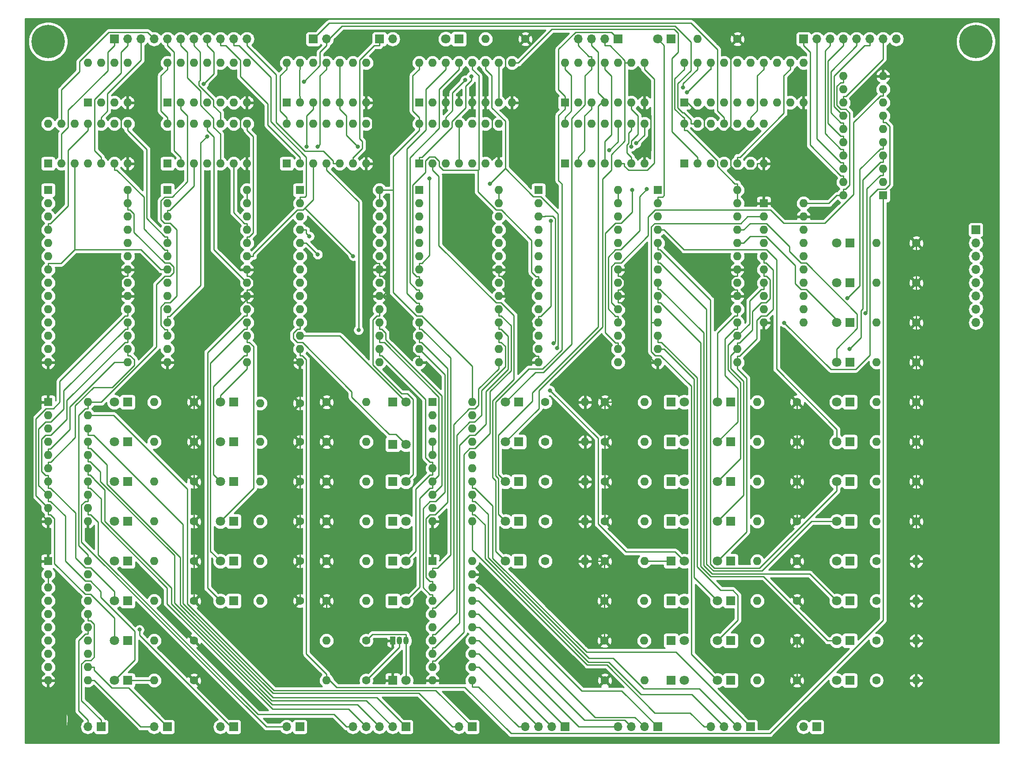
<source format=gbr>
G04 #@! TF.GenerationSoftware,KiCad,Pcbnew,(5.1.4)-1*
G04 #@! TF.CreationDate,2020-02-10T07:07:23-07:00*
G04 #@! TF.ProjectId,control_6roms_test1,636f6e74-726f-46c5-9f36-726f6d735f74,rev?*
G04 #@! TF.SameCoordinates,Original*
G04 #@! TF.FileFunction,Copper,L2,Bot*
G04 #@! TF.FilePolarity,Positive*
%FSLAX46Y46*%
G04 Gerber Fmt 4.6, Leading zero omitted, Abs format (unit mm)*
G04 Created by KiCad (PCBNEW (5.1.4)-1) date 2020-02-10 07:07:23*
%MOMM*%
%LPD*%
G04 APERTURE LIST*
%ADD10C,0.800000*%
%ADD11C,6.400000*%
%ADD12O,1.600000X1.600000*%
%ADD13C,1.600000*%
%ADD14C,1.800000*%
%ADD15R,1.800000X1.800000*%
%ADD16R,1.050000X1.500000*%
%ADD17O,1.050000X1.500000*%
%ADD18R,1.600000X1.600000*%
%ADD19O,1.700000X1.700000*%
%ADD20R,1.700000X1.700000*%
%ADD21C,0.250000*%
%ADD22C,0.254000*%
G04 APERTURE END LIST*
D10*
X207437056Y-157306944D03*
X205740000Y-156604000D03*
X204042944Y-157306944D03*
X203340000Y-159004000D03*
X204042944Y-160701056D03*
X205740000Y-161404000D03*
X207437056Y-160701056D03*
X208140000Y-159004000D03*
D11*
X205740000Y-159004000D03*
D12*
X81280000Y-143764000D03*
D13*
X88900000Y-143764000D03*
D12*
X152400000Y-28448000D03*
D13*
X160020000Y-28448000D03*
D12*
X130848000Y-98044000D03*
D13*
X123228000Y-98044000D03*
D12*
X130848000Y-105664000D03*
D13*
X123228000Y-105664000D03*
D12*
X130848000Y-113284000D03*
D13*
X123228000Y-113284000D03*
D12*
X130848000Y-120904000D03*
D13*
X123228000Y-120904000D03*
D12*
X194310000Y-128524000D03*
D13*
X186690000Y-128524000D03*
D12*
X194310000Y-136144000D03*
D13*
X186690000Y-136144000D03*
D12*
X194310000Y-143764000D03*
D13*
X186690000Y-143764000D03*
D12*
X194310000Y-151384000D03*
D13*
X186690000Y-151384000D03*
D12*
X130848000Y-128524000D03*
D13*
X123228000Y-128524000D03*
D12*
X68580000Y-98274900D03*
D13*
X76200000Y-98274900D03*
D12*
X68580000Y-105664000D03*
D13*
X76200000Y-105664000D03*
D12*
X88900000Y-98044000D03*
D13*
X81280000Y-98044000D03*
D12*
X88900000Y-105664000D03*
D13*
X81280000Y-105664000D03*
D12*
X163830000Y-98044000D03*
D13*
X171450000Y-98044000D03*
D12*
X163830000Y-105664000D03*
D13*
X171450000Y-105664000D03*
D12*
X163830000Y-113284000D03*
D13*
X171450000Y-113284000D03*
D12*
X163830000Y-120904000D03*
D13*
X171450000Y-120904000D03*
D12*
X163830000Y-128524000D03*
D13*
X171450000Y-128524000D03*
D12*
X163830000Y-136144000D03*
D13*
X171450000Y-136144000D03*
D12*
X163830000Y-143764000D03*
D13*
X171450000Y-143764000D03*
D12*
X163830000Y-151384000D03*
D13*
X171450000Y-151384000D03*
D12*
X48260000Y-151384000D03*
D13*
X55880000Y-151384000D03*
D12*
X142240000Y-98044000D03*
D13*
X134620000Y-98044000D03*
D12*
X142240000Y-105664000D03*
D13*
X134620000Y-105664000D03*
D12*
X142240000Y-113284000D03*
D13*
X134620000Y-113284000D03*
D12*
X142240000Y-120904000D03*
D13*
X134620000Y-120904000D03*
D12*
X142240000Y-128524000D03*
D13*
X134620000Y-128524000D03*
D12*
X142165000Y-136144000D03*
D13*
X134545000Y-136144000D03*
D12*
X142165000Y-143764000D03*
D13*
X134545000Y-143764000D03*
D12*
X142240000Y-151384000D03*
D13*
X134620000Y-151384000D03*
D12*
X48260000Y-113284000D03*
D13*
X55880000Y-113284000D03*
D12*
X48260000Y-120904000D03*
D13*
X55880000Y-120904000D03*
D12*
X48260000Y-128524000D03*
D13*
X55880000Y-128524000D03*
D12*
X48260000Y-136144000D03*
D13*
X55880000Y-136144000D03*
D12*
X48260000Y-143764000D03*
D13*
X55880000Y-143764000D03*
D12*
X48260000Y-105664000D03*
D13*
X55880000Y-105664000D03*
D12*
X68580000Y-113284000D03*
D13*
X76200000Y-113284000D03*
D12*
X68580000Y-120904000D03*
D13*
X76200000Y-120904000D03*
D12*
X68580000Y-128524000D03*
D13*
X76200000Y-128524000D03*
D12*
X68580000Y-136144000D03*
D13*
X76200000Y-136144000D03*
D12*
X81280000Y-151384000D03*
D13*
X88900000Y-151384000D03*
D12*
X88900000Y-113284000D03*
D13*
X81280000Y-113284000D03*
D12*
X88900000Y-120904000D03*
D13*
X81280000Y-120904000D03*
D12*
X88900000Y-128524000D03*
D13*
X81280000Y-128524000D03*
D12*
X88900000Y-136144000D03*
D13*
X81280000Y-136144000D03*
D12*
X111760000Y-28448000D03*
D13*
X119380000Y-28448000D03*
D12*
X186690000Y-67564000D03*
D13*
X194310000Y-67564000D03*
D12*
X186690000Y-75184000D03*
D13*
X194310000Y-75184000D03*
D12*
X186690000Y-82804000D03*
D13*
X194310000Y-82804000D03*
D12*
X186690000Y-90424000D03*
D13*
X194310000Y-90424000D03*
D12*
X186690000Y-98044000D03*
D13*
X194310000Y-98044000D03*
D12*
X186690000Y-105664000D03*
D13*
X194310000Y-105664000D03*
D12*
X186690000Y-113284000D03*
D13*
X194310000Y-113284000D03*
D12*
X186690000Y-120904000D03*
D13*
X194310000Y-120904000D03*
D12*
X48260000Y-98044000D03*
D13*
X55880000Y-98044000D03*
D14*
X115608000Y-98044000D03*
D15*
X118148000Y-98044000D03*
D14*
X115608000Y-105664000D03*
D15*
X118148000Y-105664000D03*
D14*
X115608000Y-113284000D03*
D15*
X118148000Y-113284000D03*
D14*
X115608000Y-120904000D03*
D15*
X118148000Y-120904000D03*
D14*
X179070000Y-128524000D03*
D15*
X181610000Y-128524000D03*
D14*
X179070000Y-136144000D03*
D15*
X181610000Y-136144000D03*
D14*
X179070000Y-143764000D03*
D15*
X181610000Y-143764000D03*
D14*
X179070000Y-151384000D03*
D15*
X181610000Y-151384000D03*
D14*
X115608000Y-128524000D03*
D15*
X118148000Y-128524000D03*
D14*
X144780000Y-28448000D03*
D15*
X147320000Y-28448000D03*
D14*
X60960000Y-98044000D03*
D15*
X63500000Y-98044000D03*
D14*
X60960000Y-105664000D03*
D15*
X63500000Y-105664000D03*
D14*
X96520000Y-98044000D03*
D15*
X93980000Y-98044000D03*
D14*
X96520000Y-106172000D03*
D15*
X93980000Y-106172000D03*
D14*
X156210000Y-98044000D03*
D15*
X158750000Y-98044000D03*
D14*
X156210000Y-105664000D03*
D15*
X158750000Y-105664000D03*
D14*
X156210000Y-113284000D03*
D15*
X158750000Y-113284000D03*
D14*
X156210000Y-120904000D03*
D15*
X158750000Y-120904000D03*
D14*
X156210000Y-128524000D03*
D15*
X158750000Y-128524000D03*
D14*
X156210000Y-136144000D03*
D15*
X158750000Y-136144000D03*
D14*
X156210000Y-143764000D03*
D15*
X158750000Y-143764000D03*
D14*
X156210000Y-151384000D03*
D15*
X158750000Y-151384000D03*
D14*
X40640000Y-151384000D03*
D15*
X43180000Y-151384000D03*
D14*
X149860000Y-98044000D03*
D15*
X147320000Y-98044000D03*
D14*
X149860000Y-105664000D03*
D15*
X147320000Y-105664000D03*
D14*
X149860000Y-113284000D03*
D15*
X147320000Y-113284000D03*
D14*
X149860000Y-120904000D03*
D15*
X147320000Y-120904000D03*
D14*
X149860000Y-128524000D03*
D15*
X147320000Y-128524000D03*
D14*
X149860000Y-136144000D03*
D15*
X147320000Y-136144000D03*
D14*
X149860000Y-143764000D03*
D15*
X147320000Y-143764000D03*
D14*
X149860000Y-151384000D03*
D15*
X147320000Y-151384000D03*
D14*
X40640000Y-113284000D03*
D15*
X43180000Y-113284000D03*
D14*
X40640000Y-120904000D03*
D15*
X43180000Y-120904000D03*
D14*
X40640000Y-128524000D03*
D15*
X43180000Y-128524000D03*
D14*
X40640000Y-136144000D03*
D15*
X43180000Y-136144000D03*
D14*
X40640000Y-143764000D03*
D15*
X43180000Y-143764000D03*
D14*
X40640000Y-98044000D03*
D15*
X43180000Y-98044000D03*
D14*
X40640000Y-105664000D03*
D15*
X43180000Y-105664000D03*
D14*
X60960000Y-113284000D03*
D15*
X63500000Y-113284000D03*
D14*
X60960000Y-120904000D03*
D15*
X63500000Y-120904000D03*
D14*
X60960000Y-128524000D03*
D15*
X63500000Y-128524000D03*
D14*
X60960000Y-136144000D03*
D15*
X63500000Y-136144000D03*
D14*
X96520000Y-151384000D03*
D15*
X93980000Y-151384000D03*
D14*
X96520000Y-113284000D03*
D15*
X93980000Y-113284000D03*
D14*
X96520000Y-120904000D03*
D15*
X93980000Y-120904000D03*
D14*
X96520000Y-128524000D03*
D15*
X93980000Y-128524000D03*
D14*
X96520000Y-136144000D03*
D15*
X93980000Y-136144000D03*
D14*
X104140000Y-28448000D03*
D15*
X106680000Y-28448000D03*
D14*
X179070000Y-67564000D03*
D15*
X181610000Y-67564000D03*
D14*
X179070000Y-75184000D03*
D15*
X181610000Y-75184000D03*
D14*
X179070000Y-82804000D03*
D15*
X181610000Y-82804000D03*
D14*
X179070000Y-90424000D03*
D15*
X181610000Y-90424000D03*
D14*
X179070000Y-98044000D03*
D15*
X181610000Y-98044000D03*
D14*
X179070000Y-105664000D03*
D15*
X181610000Y-105664000D03*
D14*
X179070000Y-113284000D03*
D15*
X181610000Y-113284000D03*
D14*
X179070000Y-120904000D03*
D15*
X181610000Y-120904000D03*
D16*
X93980000Y-143764000D03*
D17*
X96520000Y-143764000D03*
X95250000Y-143764000D03*
D12*
X27940000Y-44704000D03*
X43180000Y-52324000D03*
X30480000Y-44704000D03*
X40640000Y-52324000D03*
X33020000Y-44704000D03*
X38100000Y-52324000D03*
X35560000Y-44704000D03*
X35560000Y-52324000D03*
X38100000Y-44704000D03*
X33020000Y-52324000D03*
X40640000Y-44704000D03*
X30480000Y-52324000D03*
X43180000Y-44704000D03*
D18*
X27940000Y-52324000D03*
D12*
X127000000Y-33020000D03*
X142240000Y-40640000D03*
X129540000Y-33020000D03*
X139700000Y-40640000D03*
X132080000Y-33020000D03*
X137160000Y-40640000D03*
X134620000Y-33020000D03*
X134620000Y-40640000D03*
X137160000Y-33020000D03*
X132080000Y-40640000D03*
X139700000Y-33020000D03*
X129540000Y-40640000D03*
X142240000Y-33020000D03*
D18*
X127000000Y-40640000D03*
D12*
X180340000Y-58420000D03*
X187960000Y-35560000D03*
X180340000Y-55880000D03*
X187960000Y-38100000D03*
X180340000Y-53340000D03*
X187960000Y-40640000D03*
X180340000Y-50800000D03*
X187960000Y-43180000D03*
X180340000Y-48260000D03*
X187960000Y-45720000D03*
X180340000Y-45720000D03*
X187960000Y-48260000D03*
X180340000Y-43180000D03*
X187960000Y-50800000D03*
X180340000Y-40640000D03*
X187960000Y-53340000D03*
X180340000Y-38100000D03*
X187960000Y-55880000D03*
X180340000Y-35560000D03*
D18*
X187960000Y-58420000D03*
D12*
X172720000Y-59944000D03*
X165100000Y-82804000D03*
X172720000Y-62484000D03*
X165100000Y-80264000D03*
X172720000Y-65024000D03*
X165100000Y-77724000D03*
X172720000Y-67564000D03*
X165100000Y-75184000D03*
X172720000Y-70104000D03*
X165100000Y-72644000D03*
X172720000Y-72644000D03*
X165100000Y-70104000D03*
X172720000Y-75184000D03*
X165100000Y-67564000D03*
X172720000Y-77724000D03*
X165100000Y-65024000D03*
X172720000Y-80264000D03*
X165100000Y-62484000D03*
X172720000Y-82804000D03*
D18*
X165100000Y-59944000D03*
D12*
X160020000Y-57404000D03*
X144780000Y-90424000D03*
X160020000Y-59944000D03*
X144780000Y-87884000D03*
X160020000Y-62484000D03*
X144780000Y-85344000D03*
X160020000Y-65024000D03*
X144780000Y-82804000D03*
X160020000Y-67564000D03*
X144780000Y-80264000D03*
X160020000Y-70104000D03*
X144780000Y-77724000D03*
X160020000Y-72644000D03*
X144780000Y-75184000D03*
X160020000Y-75184000D03*
X144780000Y-72644000D03*
X160020000Y-77724000D03*
X144780000Y-70104000D03*
X160020000Y-80264000D03*
X144780000Y-67564000D03*
X160020000Y-82804000D03*
X144780000Y-65024000D03*
X160020000Y-85344000D03*
X144780000Y-62484000D03*
X160020000Y-87884000D03*
X144780000Y-59944000D03*
X160020000Y-90424000D03*
D18*
X144780000Y-57404000D03*
D12*
X109220000Y-128524000D03*
X101600000Y-151384000D03*
X109220000Y-131064000D03*
X101600000Y-148844000D03*
X109220000Y-133604000D03*
X101600000Y-146304000D03*
X109220000Y-136144000D03*
X101600000Y-143764000D03*
X109220000Y-138684000D03*
X101600000Y-141224000D03*
X109220000Y-141224000D03*
X101600000Y-138684000D03*
X109220000Y-143764000D03*
X101600000Y-136144000D03*
X109220000Y-146304000D03*
X101600000Y-133604000D03*
X109220000Y-148844000D03*
X101600000Y-131064000D03*
X109220000Y-151384000D03*
D18*
X101600000Y-128524000D03*
D12*
X114300000Y-57404000D03*
X99060000Y-90424000D03*
X114300000Y-59944000D03*
X99060000Y-87884000D03*
X114300000Y-62484000D03*
X99060000Y-85344000D03*
X114300000Y-65024000D03*
X99060000Y-82804000D03*
X114300000Y-67564000D03*
X99060000Y-80264000D03*
X114300000Y-70104000D03*
X99060000Y-77724000D03*
X114300000Y-72644000D03*
X99060000Y-75184000D03*
X114300000Y-75184000D03*
X99060000Y-72644000D03*
X114300000Y-77724000D03*
X99060000Y-70104000D03*
X114300000Y-80264000D03*
X99060000Y-67564000D03*
X114300000Y-82804000D03*
X99060000Y-65024000D03*
X114300000Y-85344000D03*
X99060000Y-62484000D03*
X114300000Y-87884000D03*
X99060000Y-59944000D03*
X114300000Y-90424000D03*
D18*
X99060000Y-57404000D03*
D12*
X109220000Y-98044000D03*
X101600000Y-120904000D03*
X109220000Y-100584000D03*
X101600000Y-118364000D03*
X109220000Y-103124000D03*
X101600000Y-115824000D03*
X109220000Y-105664000D03*
X101600000Y-113284000D03*
X109220000Y-108204000D03*
X101600000Y-110744000D03*
X109220000Y-110744000D03*
X101600000Y-108204000D03*
X109220000Y-113284000D03*
X101600000Y-105664000D03*
X109220000Y-115824000D03*
X101600000Y-103124000D03*
X109220000Y-118364000D03*
X101600000Y-100584000D03*
X109220000Y-120904000D03*
D18*
X101600000Y-98044000D03*
D12*
X91440000Y-57404000D03*
X76200000Y-90424000D03*
X91440000Y-59944000D03*
X76200000Y-87884000D03*
X91440000Y-62484000D03*
X76200000Y-85344000D03*
X91440000Y-65024000D03*
X76200000Y-82804000D03*
X91440000Y-67564000D03*
X76200000Y-80264000D03*
X91440000Y-70104000D03*
X76200000Y-77724000D03*
X91440000Y-72644000D03*
X76200000Y-75184000D03*
X91440000Y-75184000D03*
X76200000Y-72644000D03*
X91440000Y-77724000D03*
X76200000Y-70104000D03*
X91440000Y-80264000D03*
X76200000Y-67564000D03*
X91440000Y-82804000D03*
X76200000Y-65024000D03*
X91440000Y-85344000D03*
X76200000Y-62484000D03*
X91440000Y-87884000D03*
X76200000Y-59944000D03*
X91440000Y-90424000D03*
D18*
X76200000Y-57404000D03*
D12*
X35560000Y-128524000D03*
X27940000Y-151384000D03*
X35560000Y-131064000D03*
X27940000Y-148844000D03*
X35560000Y-133604000D03*
X27940000Y-146304000D03*
X35560000Y-136144000D03*
X27940000Y-143764000D03*
X35560000Y-138684000D03*
X27940000Y-141224000D03*
X35560000Y-141224000D03*
X27940000Y-138684000D03*
X35560000Y-143764000D03*
X27940000Y-136144000D03*
X35560000Y-146304000D03*
X27940000Y-133604000D03*
X35560000Y-148844000D03*
X27940000Y-131064000D03*
X35560000Y-151384000D03*
D18*
X27940000Y-128524000D03*
D12*
X66040000Y-57404000D03*
X50800000Y-90424000D03*
X66040000Y-59944000D03*
X50800000Y-87884000D03*
X66040000Y-62484000D03*
X50800000Y-85344000D03*
X66040000Y-65024000D03*
X50800000Y-82804000D03*
X66040000Y-67564000D03*
X50800000Y-80264000D03*
X66040000Y-70104000D03*
X50800000Y-77724000D03*
X66040000Y-72644000D03*
X50800000Y-75184000D03*
X66040000Y-75184000D03*
X50800000Y-72644000D03*
X66040000Y-77724000D03*
X50800000Y-70104000D03*
X66040000Y-80264000D03*
X50800000Y-67564000D03*
X66040000Y-82804000D03*
X50800000Y-65024000D03*
X66040000Y-85344000D03*
X50800000Y-62484000D03*
X66040000Y-87884000D03*
X50800000Y-59944000D03*
X66040000Y-90424000D03*
D18*
X50800000Y-57404000D03*
D12*
X137160000Y-57404000D03*
X121920000Y-90424000D03*
X137160000Y-59944000D03*
X121920000Y-87884000D03*
X137160000Y-62484000D03*
X121920000Y-85344000D03*
X137160000Y-65024000D03*
X121920000Y-82804000D03*
X137160000Y-67564000D03*
X121920000Y-80264000D03*
X137160000Y-70104000D03*
X121920000Y-77724000D03*
X137160000Y-72644000D03*
X121920000Y-75184000D03*
X137160000Y-75184000D03*
X121920000Y-72644000D03*
X137160000Y-77724000D03*
X121920000Y-70104000D03*
X137160000Y-80264000D03*
X121920000Y-67564000D03*
X137160000Y-82804000D03*
X121920000Y-65024000D03*
X137160000Y-85344000D03*
X121920000Y-62484000D03*
X137160000Y-87884000D03*
X121920000Y-59944000D03*
X137160000Y-90424000D03*
D18*
X121920000Y-57404000D03*
D12*
X35560000Y-98044000D03*
X27940000Y-120904000D03*
X35560000Y-100584000D03*
X27940000Y-118364000D03*
X35560000Y-103124000D03*
X27940000Y-115824000D03*
X35560000Y-105664000D03*
X27940000Y-113284000D03*
X35560000Y-108204000D03*
X27940000Y-110744000D03*
X35560000Y-110744000D03*
X27940000Y-108204000D03*
X35560000Y-113284000D03*
X27940000Y-105664000D03*
X35560000Y-115824000D03*
X27940000Y-103124000D03*
X35560000Y-118364000D03*
X27940000Y-100584000D03*
X35560000Y-120904000D03*
D18*
X27940000Y-98044000D03*
D12*
X43180000Y-57404000D03*
X27940000Y-90424000D03*
X43180000Y-59944000D03*
X27940000Y-87884000D03*
X43180000Y-62484000D03*
X27940000Y-85344000D03*
X43180000Y-65024000D03*
X27940000Y-82804000D03*
X43180000Y-67564000D03*
X27940000Y-80264000D03*
X43180000Y-70104000D03*
X27940000Y-77724000D03*
X43180000Y-72644000D03*
X27940000Y-75184000D03*
X43180000Y-75184000D03*
X27940000Y-72644000D03*
X43180000Y-77724000D03*
X27940000Y-70104000D03*
X43180000Y-80264000D03*
X27940000Y-67564000D03*
X43180000Y-82804000D03*
X27940000Y-65024000D03*
X43180000Y-85344000D03*
X27940000Y-62484000D03*
X43180000Y-87884000D03*
X27940000Y-59944000D03*
X43180000Y-90424000D03*
D18*
X27940000Y-57404000D03*
D12*
X35560000Y-33020000D03*
X43180000Y-40640000D03*
X38100000Y-33020000D03*
X40640000Y-40640000D03*
X40640000Y-33020000D03*
X38100000Y-40640000D03*
X43180000Y-33020000D03*
D18*
X35560000Y-40640000D03*
D12*
X99060000Y-33020000D03*
X116840000Y-40640000D03*
X101600000Y-33020000D03*
X114300000Y-40640000D03*
X104140000Y-33020000D03*
X111760000Y-40640000D03*
X106680000Y-33020000D03*
X109220000Y-40640000D03*
X109220000Y-33020000D03*
X106680000Y-40640000D03*
X111760000Y-33020000D03*
X104140000Y-40640000D03*
X114300000Y-33020000D03*
X101600000Y-40640000D03*
X116840000Y-33020000D03*
D18*
X99060000Y-40640000D03*
D12*
X149860000Y-33020000D03*
X172720000Y-40640000D03*
X152400000Y-33020000D03*
X170180000Y-40640000D03*
X154940000Y-33020000D03*
X167640000Y-40640000D03*
X157480000Y-33020000D03*
X165100000Y-40640000D03*
X160020000Y-33020000D03*
X162560000Y-40640000D03*
X162560000Y-33020000D03*
X160020000Y-40640000D03*
X165100000Y-33020000D03*
X157480000Y-40640000D03*
X167640000Y-33020000D03*
X154940000Y-40640000D03*
X170180000Y-33020000D03*
X152400000Y-40640000D03*
X172720000Y-33020000D03*
D18*
X149860000Y-40640000D03*
D12*
X73660000Y-44704000D03*
X88900000Y-52324000D03*
X76200000Y-44704000D03*
X86360000Y-52324000D03*
X78740000Y-44704000D03*
X83820000Y-52324000D03*
X81280000Y-44704000D03*
X81280000Y-52324000D03*
X83820000Y-44704000D03*
X78740000Y-52324000D03*
X86360000Y-44704000D03*
X76200000Y-52324000D03*
X88900000Y-44704000D03*
D18*
X73660000Y-52324000D03*
D12*
X50800000Y-44704000D03*
X66040000Y-52324000D03*
X53340000Y-44704000D03*
X63500000Y-52324000D03*
X55880000Y-44704000D03*
X60960000Y-52324000D03*
X58420000Y-44704000D03*
X58420000Y-52324000D03*
X60960000Y-44704000D03*
X55880000Y-52324000D03*
X63500000Y-44704000D03*
X53340000Y-52324000D03*
X66040000Y-44704000D03*
D18*
X50800000Y-52324000D03*
D12*
X127000000Y-44704000D03*
X142240000Y-52324000D03*
X129540000Y-44704000D03*
X139700000Y-52324000D03*
X132080000Y-44704000D03*
X137160000Y-52324000D03*
X134620000Y-44704000D03*
X134620000Y-52324000D03*
X137160000Y-44704000D03*
X132080000Y-52324000D03*
X139700000Y-44704000D03*
X129540000Y-52324000D03*
X142240000Y-44704000D03*
D18*
X127000000Y-52324000D03*
D12*
X50800000Y-33020000D03*
X66040000Y-40640000D03*
X53340000Y-33020000D03*
X63500000Y-40640000D03*
X55880000Y-33020000D03*
X60960000Y-40640000D03*
X58420000Y-33020000D03*
X58420000Y-40640000D03*
X60960000Y-33020000D03*
X55880000Y-40640000D03*
X63500000Y-33020000D03*
X53340000Y-40640000D03*
X66040000Y-33020000D03*
D18*
X50800000Y-40640000D03*
D12*
X99060000Y-44704000D03*
X114300000Y-52324000D03*
X101600000Y-44704000D03*
X111760000Y-52324000D03*
X104140000Y-44704000D03*
X109220000Y-52324000D03*
X106680000Y-44704000D03*
X106680000Y-52324000D03*
X109220000Y-44704000D03*
X104140000Y-52324000D03*
X111760000Y-44704000D03*
X101600000Y-52324000D03*
X114300000Y-44704000D03*
D18*
X99060000Y-52324000D03*
D12*
X73660000Y-33020000D03*
X88900000Y-40640000D03*
X76200000Y-33020000D03*
X86360000Y-40640000D03*
X78740000Y-33020000D03*
X83820000Y-40640000D03*
X81280000Y-33020000D03*
X81280000Y-40640000D03*
X83820000Y-33020000D03*
X78740000Y-40640000D03*
X86360000Y-33020000D03*
X76200000Y-40640000D03*
X88900000Y-33020000D03*
D18*
X73660000Y-40640000D03*
D12*
X149860000Y-44704000D03*
X165100000Y-52324000D03*
X152400000Y-44704000D03*
X162560000Y-52324000D03*
X154940000Y-44704000D03*
X160020000Y-52324000D03*
X157480000Y-44704000D03*
X157480000Y-52324000D03*
X160020000Y-44704000D03*
X154940000Y-52324000D03*
X162560000Y-44704000D03*
X152400000Y-52324000D03*
X165100000Y-44704000D03*
D18*
X149860000Y-52324000D03*
D19*
X66040000Y-28448000D03*
X63500000Y-28448000D03*
X60960000Y-28448000D03*
X58420000Y-28448000D03*
X55880000Y-28448000D03*
X53340000Y-28448000D03*
X50800000Y-28448000D03*
X48260000Y-28448000D03*
X45720000Y-28448000D03*
X43180000Y-28448000D03*
D20*
X40640000Y-28448000D03*
D19*
X129540000Y-28448000D03*
X132080000Y-28448000D03*
X134620000Y-28448000D03*
D20*
X137160000Y-28448000D03*
D19*
X205740000Y-82804000D03*
X205740000Y-80264000D03*
X205740000Y-77724000D03*
X205740000Y-75184000D03*
X205740000Y-72644000D03*
X205740000Y-70104000D03*
X205740000Y-67564000D03*
D20*
X205740000Y-65024000D03*
D19*
X35560000Y-160274000D03*
D20*
X38100000Y-160274000D03*
D19*
X172720000Y-160274000D03*
D20*
X175260000Y-160274000D03*
D19*
X93980000Y-28448000D03*
D20*
X91440000Y-28448000D03*
D19*
X73660000Y-160274000D03*
D20*
X76200000Y-160274000D03*
D19*
X190500000Y-28448000D03*
X187960000Y-28448000D03*
X185420000Y-28448000D03*
X182880000Y-28448000D03*
X180340000Y-28448000D03*
X177800000Y-28448000D03*
X175260000Y-28448000D03*
D20*
X172720000Y-28448000D03*
D19*
X106680000Y-160274000D03*
D20*
X109220000Y-160274000D03*
D19*
X60960000Y-160274000D03*
D20*
X63500000Y-160274000D03*
D19*
X48260000Y-160274000D03*
D20*
X50800000Y-160274000D03*
D19*
X86360000Y-160274000D03*
X88900000Y-160274000D03*
X91440000Y-160274000D03*
X93980000Y-160274000D03*
D20*
X96520000Y-160274000D03*
D19*
X154940000Y-160274000D03*
X157480000Y-160274000D03*
X160020000Y-160274000D03*
D20*
X162560000Y-160274000D03*
D19*
X119380000Y-160274000D03*
X121920000Y-160274000D03*
X124460000Y-160274000D03*
D20*
X127000000Y-160274000D03*
D19*
X137160000Y-160274000D03*
X139700000Y-160274000D03*
X142240000Y-160274000D03*
D20*
X144780000Y-160274000D03*
D10*
X29637056Y-157306944D03*
X27940000Y-156604000D03*
X26242944Y-157306944D03*
X25540000Y-159004000D03*
X26242944Y-160701056D03*
X27940000Y-161404000D03*
X29637056Y-160701056D03*
X30340000Y-159004000D03*
D11*
X27940000Y-159004000D03*
D10*
X29637056Y-27258944D03*
X27940000Y-26556000D03*
X26242944Y-27258944D03*
X25540000Y-28956000D03*
X26242944Y-30653056D03*
X27940000Y-31356000D03*
X29637056Y-30653056D03*
X30340000Y-28956000D03*
D11*
X27940000Y-28956000D03*
D10*
X207437056Y-27258944D03*
X205740000Y-26556000D03*
X204042944Y-27258944D03*
X203340000Y-28956000D03*
X204042944Y-30653056D03*
X205740000Y-31356000D03*
X207437056Y-30653056D03*
X208140000Y-28956000D03*
D11*
X205740000Y-28956000D03*
D20*
X78740000Y-28448000D03*
D19*
X81280000Y-28448000D03*
D10*
X124131200Y-95799100D03*
X87328500Y-49086800D03*
X112601800Y-56178700D03*
X125504300Y-87687400D03*
X45444800Y-141656800D03*
X76934800Y-36611400D03*
X57730900Y-37040600D03*
X58398700Y-47111700D03*
X139703300Y-49067500D03*
X150361800Y-38641500D03*
X149632800Y-37707500D03*
X79600000Y-49086800D03*
X77483600Y-49086800D03*
X107833500Y-36340400D03*
X109022300Y-35622500D03*
X135508100Y-49804100D03*
X140647000Y-48453700D03*
X78018300Y-66254400D03*
X101035300Y-55186200D03*
X79606500Y-69746000D03*
X124827100Y-86733600D03*
X87440000Y-84227800D03*
X86397500Y-70050200D03*
X181520000Y-87851000D03*
X184567500Y-81011000D03*
X124296100Y-63290300D03*
X142712600Y-57235200D03*
X169034400Y-82832900D03*
X139879100Y-57404000D03*
X181149600Y-78113200D03*
D21*
X86360000Y-51098700D02*
X86483800Y-51098700D01*
X86483800Y-51098700D02*
X88153800Y-49428700D01*
X88153800Y-49428700D02*
X88153800Y-48078600D01*
X88153800Y-48078600D02*
X87669500Y-47594300D01*
X87669500Y-47594300D02*
X87669500Y-32457600D01*
X87669500Y-32457600D02*
X90403800Y-29723300D01*
X90403800Y-29723300D02*
X91440000Y-29723300D01*
X86360000Y-52324000D02*
X86360000Y-51098700D01*
X91440000Y-28448000D02*
X91440000Y-29723300D01*
X101600000Y-113284000D02*
X101600000Y-114509300D01*
X101600000Y-114509300D02*
X101140500Y-114509300D01*
X101140500Y-114509300D02*
X99138400Y-116511400D01*
X99138400Y-116511400D02*
X99138400Y-133525600D01*
X99138400Y-133525600D02*
X96520000Y-136144000D01*
X91440000Y-86569300D02*
X92347900Y-86569300D01*
X92347900Y-86569300D02*
X102832200Y-97053600D01*
X102832200Y-97053600D02*
X102832200Y-112051800D01*
X102832200Y-112051800D02*
X101600000Y-113284000D01*
X91440000Y-85344000D02*
X91440000Y-86569300D01*
X101600000Y-110744000D02*
X101600000Y-109518700D01*
X91440000Y-87884000D02*
X91440000Y-89109300D01*
X91440000Y-89109300D02*
X91899500Y-89109300D01*
X91899500Y-89109300D02*
X100285400Y-97495200D01*
X100285400Y-97495200D02*
X100285400Y-108711900D01*
X100285400Y-108711900D02*
X101092200Y-109518700D01*
X101092200Y-109518700D02*
X101600000Y-109518700D01*
X101600000Y-110744000D02*
X101600000Y-111969300D01*
X101600000Y-111969300D02*
X101140500Y-111969300D01*
X101140500Y-111969300D02*
X98411100Y-114698700D01*
X98411100Y-114698700D02*
X98411100Y-126632900D01*
X98411100Y-126632900D02*
X96520000Y-128524000D01*
X91440000Y-82804000D02*
X91440000Y-84029300D01*
X91440000Y-84029300D02*
X91899600Y-84029300D01*
X91899600Y-84029300D02*
X92665300Y-84795000D01*
X92665300Y-84795000D02*
X92665300Y-86108300D01*
X92665300Y-86108300D02*
X103392900Y-96835900D01*
X103392900Y-96835900D02*
X103392900Y-114031100D01*
X103392900Y-114031100D02*
X101600000Y-115824000D01*
X91440000Y-80264000D02*
X91440000Y-81489300D01*
X91440000Y-81489300D02*
X90980500Y-81489300D01*
X90980500Y-81489300D02*
X90186200Y-82283600D01*
X90186200Y-82283600D02*
X90186200Y-90931800D01*
X90186200Y-90931800D02*
X95643400Y-96389000D01*
X95643400Y-96389000D02*
X96744500Y-96389000D01*
X96744500Y-96389000D02*
X97860700Y-97505200D01*
X97860700Y-97505200D02*
X97860700Y-111943300D01*
X97860700Y-111943300D02*
X96520000Y-113284000D01*
X81280000Y-150771300D02*
X83218100Y-152709400D01*
X83218100Y-152709400D02*
X107801700Y-152709400D01*
X107801700Y-152709400D02*
X116641700Y-161549400D01*
X116641700Y-161549400D02*
X166267600Y-161549400D01*
X166267600Y-161549400D02*
X187960000Y-139857000D01*
X187960000Y-139857000D02*
X187960000Y-58420000D01*
X81280000Y-150771300D02*
X81280000Y-150158700D01*
X81280000Y-151384000D02*
X81280000Y-150771300D01*
X76200000Y-87884000D02*
X76200000Y-89109300D01*
X76200000Y-89109300D02*
X76659600Y-89109300D01*
X76659600Y-89109300D02*
X77425300Y-89875000D01*
X77425300Y-89875000D02*
X77425300Y-146304000D01*
X77425300Y-146304000D02*
X81280000Y-150158700D01*
X66040000Y-80264000D02*
X66040000Y-81489300D01*
X60960000Y-136144000D02*
X58501900Y-133685900D01*
X58501900Y-133685900D02*
X58501900Y-88519600D01*
X58501900Y-88519600D02*
X65532200Y-81489300D01*
X65532200Y-81489300D02*
X66040000Y-81489300D01*
X66040000Y-82804000D02*
X66040000Y-84029300D01*
X66040000Y-84029300D02*
X65580500Y-84029300D01*
X65580500Y-84029300D02*
X59055700Y-90554100D01*
X59055700Y-90554100D02*
X59055700Y-126619700D01*
X59055700Y-126619700D02*
X60960000Y-128524000D01*
X66040000Y-85344000D02*
X66040000Y-86569300D01*
X66040000Y-86569300D02*
X66499500Y-86569300D01*
X66499500Y-86569300D02*
X67312300Y-87382100D01*
X67312300Y-87382100D02*
X67312300Y-114551700D01*
X67312300Y-114551700D02*
X60960000Y-120904000D01*
X60960000Y-113284000D02*
X59623700Y-111947700D01*
X59623700Y-111947700D02*
X59623700Y-95066100D01*
X59623700Y-95066100D02*
X65580500Y-89109300D01*
X65580500Y-89109300D02*
X66040000Y-89109300D01*
X66040000Y-87884000D02*
X66040000Y-89109300D01*
X43180000Y-80264000D02*
X43180000Y-81489300D01*
X43180000Y-81489300D02*
X42720500Y-81489300D01*
X42720500Y-81489300D02*
X30185400Y-94024400D01*
X30185400Y-94024400D02*
X30185400Y-98009600D01*
X30185400Y-98009600D02*
X28925600Y-99269400D01*
X28925600Y-99269400D02*
X27517100Y-99269400D01*
X27517100Y-99269400D02*
X25540700Y-101245800D01*
X25540700Y-101245800D02*
X25540700Y-115964700D01*
X25540700Y-115964700D02*
X27940000Y-118364000D01*
X27940000Y-118364000D02*
X27940000Y-119589300D01*
X27940000Y-119589300D02*
X28399600Y-119589300D01*
X28399600Y-119589300D02*
X29165300Y-120355000D01*
X29165300Y-120355000D02*
X29165300Y-129018400D01*
X29165300Y-129018400D02*
X35020900Y-134874000D01*
X35020900Y-134874000D02*
X36045300Y-134874000D01*
X36045300Y-134874000D02*
X40640000Y-139468700D01*
X40640000Y-139468700D02*
X40640000Y-143764000D01*
X43180000Y-86569300D02*
X42690200Y-86569300D01*
X42690200Y-86569300D02*
X31544100Y-97715400D01*
X31544100Y-97715400D02*
X31544100Y-101341500D01*
X31544100Y-101341500D02*
X28491600Y-104394000D01*
X28491600Y-104394000D02*
X27460000Y-104394000D01*
X27460000Y-104394000D02*
X26707900Y-105146100D01*
X26707900Y-105146100D02*
X26707900Y-111334400D01*
X26707900Y-111334400D02*
X27432200Y-112058700D01*
X27432200Y-112058700D02*
X27940000Y-112058700D01*
X27940000Y-113284000D02*
X27940000Y-112058700D01*
X43180000Y-85344000D02*
X43180000Y-86569300D01*
X27940000Y-113284000D02*
X27940000Y-114509300D01*
X27940000Y-114509300D02*
X28399500Y-114509300D01*
X28399500Y-114509300D02*
X33165700Y-119275500D01*
X33165700Y-119275500D02*
X33165700Y-127927000D01*
X33165700Y-127927000D02*
X35032700Y-129794000D01*
X35032700Y-129794000D02*
X36089500Y-129794000D01*
X36089500Y-129794000D02*
X40640000Y-134344500D01*
X40640000Y-134344500D02*
X40640000Y-136144000D01*
X27940000Y-110744000D02*
X27940000Y-109518700D01*
X43180000Y-87884000D02*
X43180000Y-89109300D01*
X43180000Y-89109300D02*
X43639500Y-89109300D01*
X43639500Y-89109300D02*
X44419000Y-89888800D01*
X44419000Y-89888800D02*
X44419000Y-90967400D01*
X44419000Y-90967400D02*
X40183200Y-95203200D01*
X40183200Y-95203200D02*
X36636700Y-95203200D01*
X36636700Y-95203200D02*
X33134400Y-98705500D01*
X33134400Y-98705500D02*
X33134400Y-104832100D01*
X33134400Y-104832100D02*
X28447800Y-109518700D01*
X28447800Y-109518700D02*
X27940000Y-109518700D01*
X27940000Y-108204000D02*
X27940000Y-106978700D01*
X27940000Y-106978700D02*
X28399500Y-106978700D01*
X28399500Y-106978700D02*
X32095100Y-103283100D01*
X32095100Y-103283100D02*
X32095100Y-98966400D01*
X32095100Y-98966400D02*
X40637500Y-90424000D01*
X40637500Y-90424000D02*
X43180000Y-90424000D01*
X114300000Y-81489300D02*
X114759500Y-81489300D01*
X114759500Y-81489300D02*
X116653200Y-83383000D01*
X116653200Y-83383000D02*
X116653200Y-91973900D01*
X116653200Y-91973900D02*
X112602300Y-96024800D01*
X112602300Y-96024800D02*
X112602300Y-104026900D01*
X112602300Y-104026900D02*
X109695200Y-106934000D01*
X109695200Y-106934000D02*
X108738600Y-106934000D01*
X108738600Y-106934000D02*
X107590200Y-108082400D01*
X107590200Y-108082400D02*
X107590200Y-142136300D01*
X107590200Y-142136300D02*
X102107800Y-147618700D01*
X102107800Y-147618700D02*
X101600000Y-147618700D01*
X101600000Y-148844000D02*
X101600000Y-147618700D01*
X114300000Y-80264000D02*
X114300000Y-81489300D01*
X114300000Y-84029300D02*
X114759600Y-84029300D01*
X114759600Y-84029300D02*
X116102900Y-85372600D01*
X116102900Y-85372600D02*
X116102900Y-91745900D01*
X116102900Y-91745900D02*
X111863600Y-95985200D01*
X111863600Y-95985200D02*
X111863600Y-102249900D01*
X111863600Y-102249900D02*
X109719500Y-104394000D01*
X109719500Y-104394000D02*
X108754500Y-104394000D01*
X108754500Y-104394000D02*
X106796700Y-106351800D01*
X106796700Y-106351800D02*
X106796700Y-140341600D01*
X106796700Y-140341600D02*
X102059600Y-145078700D01*
X102059600Y-145078700D02*
X101600000Y-145078700D01*
X101600000Y-146304000D02*
X101600000Y-145078700D01*
X114300000Y-82804000D02*
X114300000Y-84029300D01*
X114300000Y-86569300D02*
X114759500Y-86569300D01*
X114759500Y-86569300D02*
X115552400Y-87362200D01*
X115552400Y-87362200D02*
X115552400Y-91242800D01*
X115552400Y-91242800D02*
X110996100Y-95799100D01*
X110996100Y-95799100D02*
X110996100Y-100548000D01*
X110996100Y-100548000D02*
X109690100Y-101854000D01*
X109690100Y-101854000D02*
X108736400Y-101854000D01*
X108736400Y-101854000D02*
X106246300Y-104344100D01*
X106246300Y-104344100D02*
X106246300Y-138400200D01*
X106246300Y-138400200D02*
X102107800Y-142538700D01*
X102107800Y-142538700D02*
X101600000Y-142538700D01*
X101600000Y-143764000D02*
X101600000Y-142538700D01*
X114300000Y-85344000D02*
X114300000Y-86569300D01*
X124131200Y-95799100D02*
X133342600Y-105010500D01*
X133342600Y-105010500D02*
X133342600Y-121405700D01*
X133342600Y-121405700D02*
X138693700Y-126756800D01*
X138693700Y-126756800D02*
X148092800Y-126756800D01*
X148092800Y-126756800D02*
X149860000Y-128524000D01*
X147320000Y-128524000D02*
X142240000Y-128524000D01*
X114300000Y-91649300D02*
X110445300Y-95504000D01*
X110445300Y-95504000D02*
X110445300Y-98615600D01*
X110445300Y-98615600D02*
X109746900Y-99314000D01*
X109746900Y-99314000D02*
X108651700Y-99314000D01*
X108651700Y-99314000D02*
X105648900Y-102316800D01*
X105648900Y-102316800D02*
X105648900Y-133917600D01*
X105648900Y-133917600D02*
X102107800Y-137458700D01*
X102107800Y-137458700D02*
X101600000Y-137458700D01*
X101600000Y-138684000D02*
X101600000Y-137458700D01*
X114300000Y-90424000D02*
X114300000Y-91649300D01*
X99060000Y-87884000D02*
X103950700Y-92774700D01*
X103950700Y-92774700D02*
X103950700Y-115324500D01*
X103950700Y-115324500D02*
X102181200Y-117094000D01*
X102181200Y-117094000D02*
X101137000Y-117094000D01*
X101137000Y-117094000D02*
X99807400Y-118423600D01*
X99807400Y-118423600D02*
X99807400Y-133585600D01*
X99807400Y-133585600D02*
X101140500Y-134918700D01*
X101140500Y-134918700D02*
X101600000Y-134918700D01*
X101600000Y-136144000D02*
X101600000Y-134918700D01*
X101600000Y-133604000D02*
X101600000Y-132378700D01*
X99060000Y-85344000D02*
X99060000Y-86569300D01*
X99060000Y-86569300D02*
X99519500Y-86569300D01*
X99519500Y-86569300D02*
X104501100Y-91550900D01*
X104501100Y-91550900D02*
X104501100Y-117208900D01*
X104501100Y-117208900D02*
X102076000Y-119634000D01*
X102076000Y-119634000D02*
X101118900Y-119634000D01*
X101118900Y-119634000D02*
X100357800Y-120395100D01*
X100357800Y-120395100D02*
X100357800Y-131644300D01*
X100357800Y-131644300D02*
X101092200Y-132378700D01*
X101092200Y-132378700D02*
X101600000Y-132378700D01*
X101600000Y-131064000D02*
X101600000Y-129838700D01*
X99060000Y-82804000D02*
X99060000Y-84029300D01*
X99060000Y-84029300D02*
X99519500Y-84029300D01*
X99519500Y-84029300D02*
X105068900Y-89578700D01*
X105068900Y-89578700D02*
X105068900Y-127326000D01*
X105068900Y-127326000D02*
X102556200Y-129838700D01*
X102556200Y-129838700D02*
X101600000Y-129838700D01*
X27940000Y-115824000D02*
X26107500Y-113991500D01*
X26107500Y-113991500D02*
X26107500Y-103156900D01*
X26107500Y-103156900D02*
X27410400Y-101854000D01*
X27410400Y-101854000D02*
X28423800Y-101854000D01*
X28423800Y-101854000D02*
X30918600Y-99359200D01*
X30918600Y-99359200D02*
X30918600Y-95840200D01*
X30918600Y-95840200D02*
X42729500Y-84029300D01*
X42729500Y-84029300D02*
X43180000Y-84029300D01*
X40640000Y-151384000D02*
X44511600Y-147512400D01*
X44511600Y-147512400D02*
X44511600Y-141947200D01*
X44511600Y-141947200D02*
X38029300Y-135464900D01*
X38029300Y-135464900D02*
X38029300Y-134323700D01*
X38029300Y-134323700D02*
X36039600Y-132334000D01*
X36039600Y-132334000D02*
X35080600Y-132334000D01*
X35080600Y-132334000D02*
X31243500Y-128496900D01*
X31243500Y-128496900D02*
X31243500Y-119893200D01*
X31243500Y-119893200D02*
X28399600Y-117049300D01*
X28399600Y-117049300D02*
X27940000Y-117049300D01*
X27940000Y-115824000D02*
X27940000Y-117049300D01*
X43180000Y-82804000D02*
X43180000Y-84029300D01*
X43180000Y-151384000D02*
X48260000Y-151384000D01*
X143554700Y-82804000D02*
X143554700Y-64408800D01*
X143554700Y-64408800D02*
X144164900Y-63798600D01*
X144164900Y-63798600D02*
X160680200Y-63798600D01*
X160680200Y-63798600D02*
X161994800Y-62484000D01*
X161994800Y-62484000D02*
X165100000Y-62484000D01*
X156210000Y-151384000D02*
X151185300Y-146359300D01*
X151185300Y-146359300D02*
X151185300Y-95018300D01*
X151185300Y-95018300D02*
X145321000Y-89154000D01*
X145321000Y-89154000D02*
X144292700Y-89154000D01*
X144292700Y-89154000D02*
X143554700Y-88416000D01*
X143554700Y-88416000D02*
X143554700Y-82804000D01*
X144780000Y-82804000D02*
X143554700Y-82804000D01*
X144780000Y-85344000D02*
X144780000Y-86569300D01*
X144780000Y-86569300D02*
X145469200Y-86569300D01*
X145469200Y-86569300D02*
X152290200Y-93390300D01*
X152290200Y-93390300D02*
X152290200Y-129594000D01*
X152290200Y-129594000D02*
X156818600Y-134122400D01*
X156818600Y-134122400D02*
X159164300Y-134122400D01*
X159164300Y-134122400D02*
X160110700Y-135068800D01*
X160110700Y-135068800D02*
X160110700Y-139863300D01*
X160110700Y-139863300D02*
X156210000Y-143764000D01*
X146005300Y-87884000D02*
X151739800Y-93618500D01*
X151739800Y-93618500D02*
X151739800Y-131673800D01*
X151739800Y-131673800D02*
X156210000Y-136144000D01*
X144780000Y-87884000D02*
X146005300Y-87884000D01*
X165100000Y-71329300D02*
X165527400Y-71329300D01*
X165527400Y-71329300D02*
X166928200Y-72730100D01*
X166928200Y-72730100D02*
X166928200Y-80228600D01*
X166928200Y-80228600D02*
X165622800Y-81534000D01*
X165622800Y-81534000D02*
X164578400Y-81534000D01*
X164578400Y-81534000D02*
X163743400Y-82369000D01*
X163743400Y-82369000D02*
X163743400Y-85934800D01*
X163743400Y-85934800D02*
X160479500Y-89198700D01*
X160479500Y-89198700D02*
X160020000Y-89198700D01*
X156210000Y-128524000D02*
X161787200Y-122946800D01*
X161787200Y-122946800D02*
X161787200Y-93416500D01*
X161787200Y-93416500D02*
X160020000Y-91649300D01*
X160020000Y-90424000D02*
X160020000Y-91649300D01*
X160020000Y-89811300D02*
X160020000Y-90424000D01*
X160020000Y-89811300D02*
X160020000Y-89198700D01*
X165100000Y-70104000D02*
X165100000Y-71329300D01*
X165100000Y-72644000D02*
X165100000Y-73869300D01*
X160020000Y-87884000D02*
X160020000Y-86658700D01*
X160020000Y-86658700D02*
X160479500Y-86658700D01*
X160479500Y-86658700D02*
X162915800Y-84222400D01*
X162915800Y-84222400D02*
X162915800Y-80679100D01*
X162915800Y-80679100D02*
X164600900Y-78994000D01*
X164600900Y-78994000D02*
X165571000Y-78994000D01*
X165571000Y-78994000D02*
X166327400Y-78237600D01*
X166327400Y-78237600D02*
X166327400Y-74588900D01*
X166327400Y-74588900D02*
X165607800Y-73869300D01*
X165607800Y-73869300D02*
X165100000Y-73869300D01*
X156210000Y-120904000D02*
X161236900Y-115877100D01*
X161236900Y-115877100D02*
X161236900Y-94078800D01*
X161236900Y-94078800D02*
X158772100Y-91614000D01*
X158772100Y-91614000D02*
X158772100Y-89131900D01*
X158772100Y-89131900D02*
X160020000Y-87884000D01*
X165100000Y-75184000D02*
X165100000Y-76409300D01*
X160020000Y-85344000D02*
X162365400Y-82998600D01*
X162365400Y-82998600D02*
X162365400Y-78636100D01*
X162365400Y-78636100D02*
X164592200Y-76409300D01*
X164592200Y-76409300D02*
X165100000Y-76409300D01*
X156210000Y-113284000D02*
X160660200Y-108833800D01*
X160660200Y-108833800D02*
X160660200Y-94307000D01*
X160660200Y-94307000D02*
X158221800Y-91868600D01*
X158221800Y-91868600D02*
X158221800Y-87142200D01*
X158221800Y-87142200D02*
X160020000Y-85344000D01*
X156210000Y-105664000D02*
X160075400Y-101798600D01*
X160075400Y-101798600D02*
X160075400Y-95414900D01*
X160075400Y-95414900D02*
X157644900Y-92984400D01*
X157644900Y-92984400D02*
X157644900Y-85944900D01*
X157644900Y-85944900D02*
X159560500Y-84029300D01*
X159560500Y-84029300D02*
X160020000Y-84029300D01*
X160020000Y-82804000D02*
X160020000Y-84029300D01*
X160020000Y-80264000D02*
X160020000Y-81489300D01*
X160020000Y-81489300D02*
X159560500Y-81489300D01*
X159560500Y-81489300D02*
X156210000Y-84839800D01*
X156210000Y-84839800D02*
X156210000Y-98044000D01*
X76200000Y-82804000D02*
X76200000Y-84029300D01*
X76200000Y-84029300D02*
X75740500Y-84029300D01*
X75740500Y-84029300D02*
X74930800Y-84839000D01*
X74930800Y-84839000D02*
X74930800Y-85833400D01*
X74930800Y-85833400D02*
X75711400Y-86614000D01*
X75711400Y-86614000D02*
X76694700Y-86614000D01*
X76694700Y-86614000D02*
X86137000Y-96056300D01*
X86137000Y-96056300D02*
X86137000Y-97091600D01*
X86137000Y-97091600D02*
X93280900Y-104235500D01*
X93280900Y-104235500D02*
X94583500Y-104235500D01*
X94583500Y-104235500D02*
X96520000Y-106172000D01*
X76200000Y-85344000D02*
X83820000Y-85344000D01*
X83820000Y-85344000D02*
X96520000Y-98044000D01*
X66040000Y-90424000D02*
X66040000Y-91649300D01*
X66040000Y-91649300D02*
X60960000Y-96729300D01*
X60960000Y-96729300D02*
X60960000Y-98044000D01*
X101600000Y-53549300D02*
X102825300Y-54774600D01*
X102825300Y-54774600D02*
X102825300Y-68019500D01*
X102825300Y-68019500D02*
X113799800Y-78994000D01*
X113799800Y-78994000D02*
X114770500Y-78994000D01*
X114770500Y-78994000D02*
X117211100Y-81434600D01*
X117211100Y-81434600D02*
X117211100Y-93717700D01*
X117211100Y-93717700D02*
X113152600Y-97776200D01*
X113152600Y-97776200D02*
X113152600Y-112543900D01*
X113152600Y-112543900D02*
X113702900Y-113094200D01*
X113702900Y-113094200D02*
X113702900Y-126618900D01*
X113702900Y-126618900D02*
X115608000Y-128524000D01*
X101600000Y-52324000D02*
X101600000Y-53549300D01*
X83820000Y-41865300D02*
X85090000Y-43135300D01*
X85090000Y-43135300D02*
X85090000Y-46848300D01*
X85090000Y-46848300D02*
X87328500Y-49086800D01*
X83820000Y-40640000D02*
X83820000Y-41865300D01*
X76200000Y-40640000D02*
X76200000Y-39414700D01*
X76200000Y-33020000D02*
X76200000Y-34245300D01*
X76200000Y-34245300D02*
X76104500Y-34340800D01*
X76104500Y-34340800D02*
X76104500Y-39319200D01*
X76104500Y-39319200D02*
X76200000Y-39414700D01*
X83820000Y-33020000D02*
X83820000Y-40640000D01*
X99060000Y-79038700D02*
X98552200Y-79038700D01*
X98552200Y-79038700D02*
X96707800Y-77194300D01*
X96707800Y-77194300D02*
X96707800Y-49492400D01*
X96707800Y-49492400D02*
X100330000Y-45870200D01*
X100330000Y-45870200D02*
X100330000Y-38055300D01*
X100330000Y-38055300D02*
X104140000Y-34245300D01*
X99060000Y-80264000D02*
X99060000Y-79038700D01*
X104140000Y-33020000D02*
X104140000Y-34245300D01*
X144780000Y-78949300D02*
X145287800Y-78949300D01*
X145287800Y-78949300D02*
X153034900Y-86696400D01*
X153034900Y-86696400D02*
X153034900Y-129560300D01*
X153034900Y-129560300D02*
X154979800Y-131505200D01*
X154979800Y-131505200D02*
X165059300Y-131505200D01*
X165059300Y-131505200D02*
X177318100Y-143764000D01*
X177318100Y-143764000D02*
X179070000Y-143764000D01*
X144780000Y-77724000D02*
X144780000Y-78949300D01*
X99060000Y-76498700D02*
X98552200Y-76498700D01*
X98552200Y-76498700D02*
X97258200Y-75204700D01*
X97258200Y-75204700D02*
X97258200Y-51169700D01*
X97258200Y-51169700D02*
X102870000Y-45557900D01*
X102870000Y-45557900D02*
X102870000Y-38055300D01*
X102870000Y-38055300D02*
X106680000Y-34245300D01*
X99060000Y-77724000D02*
X99060000Y-76498700D01*
X106680000Y-33020000D02*
X106680000Y-34245300D01*
X144780000Y-76409300D02*
X145239500Y-76409300D01*
X145239500Y-76409300D02*
X153585200Y-84755000D01*
X153585200Y-84755000D02*
X153585200Y-129332300D01*
X153585200Y-129332300D02*
X155207800Y-130954900D01*
X155207800Y-130954900D02*
X173880900Y-130954900D01*
X173880900Y-130954900D02*
X179070000Y-136144000D01*
X144780000Y-75184000D02*
X144780000Y-76409300D01*
X110343700Y-53588200D02*
X110461300Y-53470600D01*
X110461300Y-53470600D02*
X110461300Y-35486600D01*
X110461300Y-35486600D02*
X109220000Y-34245300D01*
X99060000Y-73958700D02*
X98600400Y-73958700D01*
X98600400Y-73958700D02*
X97834700Y-73193000D01*
X97834700Y-73193000D02*
X97834700Y-56427800D01*
X97834700Y-56427800D02*
X100285400Y-53977100D01*
X100285400Y-53977100D02*
X100285400Y-51811300D01*
X100285400Y-51811300D02*
X101047800Y-51048900D01*
X101047800Y-51048900D02*
X102068900Y-51048900D01*
X102068900Y-51048900D02*
X102870000Y-51850000D01*
X102870000Y-51850000D02*
X102870000Y-52805900D01*
X102870000Y-52805900D02*
X103652300Y-53588200D01*
X103652300Y-53588200D02*
X110343700Y-53588200D01*
X110343700Y-53588200D02*
X110343700Y-57739000D01*
X110343700Y-57739000D02*
X113818700Y-61214000D01*
X113818700Y-61214000D02*
X114783400Y-61214000D01*
X114783400Y-61214000D02*
X120605400Y-67036000D01*
X120605400Y-67036000D02*
X120605400Y-73151900D01*
X120605400Y-73151900D02*
X121412200Y-73958700D01*
X121412200Y-73958700D02*
X121920000Y-73958700D01*
X99060000Y-75184000D02*
X99060000Y-73958700D01*
X121920000Y-75184000D02*
X121920000Y-73958700D01*
X109220000Y-33020000D02*
X109220000Y-34245300D01*
X115547500Y-53233000D02*
X120943900Y-58629400D01*
X120943900Y-58629400D02*
X122359200Y-58629400D01*
X122359200Y-58629400D02*
X125671900Y-61942100D01*
X125671900Y-61942100D02*
X125671900Y-87519800D01*
X125671900Y-87519800D02*
X125504300Y-87687400D01*
X115547500Y-53233000D02*
X112601800Y-56178700D01*
X111760000Y-34245300D02*
X112985300Y-35470600D01*
X112985300Y-35470600D02*
X112985300Y-41626500D01*
X112985300Y-41626500D02*
X115547500Y-44188700D01*
X115547500Y-44188700D02*
X115547500Y-53233000D01*
X111760000Y-33020000D02*
X111760000Y-34245300D01*
X127000000Y-40640000D02*
X127000000Y-39414700D01*
X137160000Y-28448000D02*
X135872200Y-27160200D01*
X135872200Y-27160200D02*
X129017400Y-27160200D01*
X129017400Y-27160200D02*
X125774700Y-30402900D01*
X125774700Y-30402900D02*
X125774700Y-38189400D01*
X125774700Y-38189400D02*
X127000000Y-39414700D01*
X127000000Y-40640000D02*
X127000000Y-41865300D01*
X127000000Y-41865300D02*
X125774600Y-43090700D01*
X125774600Y-43090700D02*
X125774600Y-55581600D01*
X125774600Y-55581600D02*
X126390600Y-56197600D01*
X126390600Y-56197600D02*
X126390600Y-87997700D01*
X126390600Y-87997700D02*
X122716700Y-91671600D01*
X122716700Y-91671600D02*
X120035500Y-91671600D01*
X120035500Y-91671600D02*
X113702900Y-98004200D01*
X113702900Y-98004200D02*
X113702900Y-112157300D01*
X113702900Y-112157300D02*
X114253300Y-112707700D01*
X114253300Y-112707700D02*
X114253300Y-119549300D01*
X114253300Y-119549300D02*
X115608000Y-120904000D01*
X134620000Y-40027300D02*
X133350000Y-41297300D01*
X133350000Y-41297300D02*
X133350000Y-83622700D01*
X133350000Y-83622700D02*
X120734500Y-96238200D01*
X120734500Y-96238200D02*
X120734500Y-97874700D01*
X120734500Y-97874700D02*
X114253300Y-104355900D01*
X114253300Y-104355900D02*
X114253300Y-111929300D01*
X114253300Y-111929300D02*
X115608000Y-113284000D01*
X134620000Y-40027300D02*
X133355300Y-38762600D01*
X133355300Y-38762600D02*
X133355300Y-30998600D01*
X133355300Y-30998600D02*
X132080000Y-29723300D01*
X134620000Y-40640000D02*
X134620000Y-40027300D01*
X132080000Y-28448000D02*
X132080000Y-29723300D01*
X138474700Y-33020000D02*
X138474700Y-48004800D01*
X138474700Y-48004800D02*
X135890000Y-50589500D01*
X135890000Y-50589500D02*
X135890000Y-53549400D01*
X135890000Y-53549400D02*
X134197100Y-55242300D01*
X134197100Y-55242300D02*
X134197100Y-83647800D01*
X134197100Y-83647800D02*
X122002600Y-95842300D01*
X122002600Y-95842300D02*
X122002600Y-99269400D01*
X122002600Y-99269400D02*
X115608000Y-105664000D01*
X138612300Y-33020000D02*
X138474700Y-33020000D01*
X139700000Y-33020000D02*
X138612300Y-33020000D01*
X134620000Y-28448000D02*
X134620000Y-29723300D01*
X134620000Y-29723300D02*
X135626300Y-29723300D01*
X135626300Y-29723300D02*
X138474700Y-32571700D01*
X138474700Y-32571700D02*
X138474700Y-33020000D01*
X115608000Y-98044000D02*
X121303400Y-92348600D01*
X121303400Y-92348600D02*
X122818000Y-92348600D01*
X122818000Y-92348600D02*
X128252700Y-86913900D01*
X128252700Y-86913900D02*
X128252700Y-43669500D01*
X128252700Y-43669500D02*
X130854700Y-41067500D01*
X130854700Y-41067500D02*
X130854700Y-35470600D01*
X130854700Y-35470600D02*
X132080000Y-34245300D01*
X132080000Y-33020000D02*
X132080000Y-31794700D01*
X129540000Y-28448000D02*
X129540000Y-29723300D01*
X129540000Y-29723300D02*
X131611400Y-31794700D01*
X131611400Y-31794700D02*
X132080000Y-31794700D01*
X132080000Y-33020000D02*
X132080000Y-34245300D01*
X73660000Y-33020000D02*
X73660000Y-34245300D01*
X73660000Y-44704000D02*
X73660000Y-43478700D01*
X73660000Y-43478700D02*
X72434600Y-42253300D01*
X72434600Y-42253300D02*
X72434600Y-35470700D01*
X72434600Y-35470700D02*
X73660000Y-34245300D01*
X149860000Y-43478700D02*
X149665400Y-43478700D01*
X149665400Y-43478700D02*
X148046300Y-41859600D01*
X148046300Y-41859600D02*
X148046300Y-36059000D01*
X148046300Y-36059000D02*
X149860000Y-34245300D01*
X43180000Y-61169300D02*
X43639600Y-61169300D01*
X43639600Y-61169300D02*
X44405300Y-61935000D01*
X44405300Y-61935000D02*
X44405300Y-65491500D01*
X44405300Y-65491500D02*
X50287800Y-71374000D01*
X50287800Y-71374000D02*
X51265300Y-71374000D01*
X51265300Y-71374000D02*
X52025400Y-72134100D01*
X52025400Y-72134100D02*
X52025400Y-73201000D01*
X52025400Y-73201000D02*
X51312500Y-73913900D01*
X51312500Y-73913900D02*
X50271500Y-73913900D01*
X50271500Y-73913900D02*
X48699300Y-75486100D01*
X48699300Y-75486100D02*
X48699300Y-87468900D01*
X48699300Y-87468900D02*
X38124200Y-98044000D01*
X38124200Y-98044000D02*
X35560000Y-98044000D01*
X180340000Y-58420000D02*
X179114700Y-58420000D01*
X172720000Y-59944000D02*
X177590700Y-59944000D01*
X177590700Y-59944000D02*
X179114700Y-58420000D01*
X43180000Y-59944000D02*
X43180000Y-61169300D01*
X43180000Y-57404000D02*
X43180000Y-59944000D01*
X114300000Y-57404000D02*
X114300000Y-59944000D01*
X99060000Y-44704000D02*
X99060000Y-43478700D01*
X99060000Y-33020000D02*
X99060000Y-34245300D01*
X99060000Y-34245300D02*
X97834600Y-35470700D01*
X97834600Y-35470700D02*
X97834600Y-42253300D01*
X97834600Y-42253300D02*
X99060000Y-43478700D01*
X50800000Y-44704000D02*
X50800000Y-43478700D01*
X50800000Y-33020000D02*
X50800000Y-34245300D01*
X50800000Y-34245300D02*
X49574600Y-35470700D01*
X49574600Y-35470700D02*
X49574600Y-42253300D01*
X49574600Y-42253300D02*
X50800000Y-43478700D01*
X35560000Y-127298700D02*
X33784300Y-125523000D01*
X33784300Y-125523000D02*
X33784300Y-100585500D01*
X33784300Y-100585500D02*
X35100500Y-99269300D01*
X35100500Y-99269300D02*
X35560000Y-99269300D01*
X94045600Y-57404000D02*
X94045600Y-77017700D01*
X94045600Y-77017700D02*
X98561900Y-81534000D01*
X98561900Y-81534000D02*
X99590700Y-81534000D01*
X99590700Y-81534000D02*
X109220000Y-91163300D01*
X109220000Y-91163300D02*
X109220000Y-98044000D01*
X99060000Y-45929300D02*
X94045600Y-50943700D01*
X94045600Y-50943700D02*
X94045600Y-57404000D01*
X92665300Y-57404000D02*
X94045600Y-57404000D01*
X91440000Y-57404000D02*
X92665300Y-57404000D01*
X91440000Y-59944000D02*
X91440000Y-57404000D01*
X35560000Y-128524000D02*
X35560000Y-127298700D01*
X35560000Y-98044000D02*
X35560000Y-99269300D01*
X99060000Y-44704000D02*
X99060000Y-45929300D01*
X180340000Y-35560000D02*
X180340000Y-36785300D01*
X180340000Y-58420000D02*
X180340000Y-57194700D01*
X180340000Y-57194700D02*
X180799500Y-57194700D01*
X180799500Y-57194700D02*
X181565400Y-56428800D01*
X181565400Y-56428800D02*
X181565400Y-42634100D01*
X181565400Y-42634100D02*
X180841300Y-41910000D01*
X180841300Y-41910000D02*
X179870000Y-41910000D01*
X179870000Y-41910000D02*
X179107700Y-41147700D01*
X179107700Y-41147700D02*
X179107700Y-37509800D01*
X179107700Y-37509800D02*
X179832200Y-36785300D01*
X179832200Y-36785300D02*
X180340000Y-36785300D01*
X160020000Y-57404000D02*
X160020000Y-56178700D01*
X160020000Y-56178700D02*
X159560500Y-56178700D01*
X159560500Y-56178700D02*
X156210000Y-52828200D01*
X156210000Y-52828200D02*
X156210000Y-51771500D01*
X156210000Y-51771500D02*
X150367800Y-45929300D01*
X150367800Y-45929300D02*
X149860000Y-45929300D01*
X160020000Y-59944000D02*
X160020000Y-57404000D01*
X149860000Y-44704000D02*
X149860000Y-45929300D01*
X149860000Y-33020000D02*
X149860000Y-34245300D01*
X149860000Y-44704000D02*
X149860000Y-43478700D01*
X101600000Y-105664000D02*
X101600000Y-108204000D01*
X25540000Y-28956000D02*
X26242900Y-28253100D01*
X26242900Y-28253100D02*
X26242900Y-27258900D01*
X26242900Y-30653100D02*
X25540000Y-29950200D01*
X25540000Y-29950200D02*
X25540000Y-28956000D01*
X30340000Y-28956000D02*
X29637100Y-28253100D01*
X29637100Y-28253100D02*
X29637100Y-27258900D01*
X30340000Y-28956000D02*
X29637100Y-29658900D01*
X29637100Y-29658900D02*
X29637100Y-30653100D01*
X203340000Y-28956000D02*
X204042900Y-28253100D01*
X204042900Y-28253100D02*
X204042900Y-27258900D01*
X208140000Y-28956000D02*
X207437100Y-28253100D01*
X207437100Y-28253100D02*
X207437100Y-27258900D01*
X208140000Y-28956000D02*
X207437100Y-29658900D01*
X207437100Y-29658900D02*
X207437100Y-30653100D01*
X127000000Y-33020000D02*
X127000000Y-34245300D01*
X127000000Y-44704000D02*
X127000000Y-43478700D01*
X127000000Y-43478700D02*
X128225400Y-42253300D01*
X128225400Y-42253300D02*
X128225400Y-35470700D01*
X128225400Y-35470700D02*
X127000000Y-34245300D01*
X27940000Y-131064000D02*
X27940000Y-133604000D01*
X66040000Y-59944000D02*
X66040000Y-57404000D01*
X137160000Y-59944000D02*
X137160000Y-57404000D01*
X114300000Y-33020000D02*
X114300000Y-40640000D01*
X171450000Y-113284000D02*
X171450000Y-120904000D01*
X171450000Y-105664000D02*
X171450000Y-113284000D01*
X160020000Y-72644000D02*
X160020000Y-73869300D01*
X160020000Y-77724000D02*
X160020000Y-76498700D01*
X160020000Y-76498700D02*
X159560500Y-76498700D01*
X159560500Y-76498700D02*
X158787600Y-75725800D01*
X158787600Y-75725800D02*
X158787600Y-74593900D01*
X158787600Y-74593900D02*
X159512200Y-73869300D01*
X159512200Y-73869300D02*
X160020000Y-73869300D01*
X134545000Y-136144000D02*
X134545000Y-143764000D01*
X134545000Y-128524000D02*
X134545000Y-136144000D01*
X142240000Y-41865300D02*
X143468700Y-43094000D01*
X143468700Y-43094000D02*
X143468700Y-49870000D01*
X143468700Y-49870000D02*
X142240000Y-51098700D01*
X142240000Y-40640000D02*
X142240000Y-41865300D01*
X142240000Y-52324000D02*
X142240000Y-51098700D01*
X156193500Y-47757600D02*
X158750000Y-50314100D01*
X158750000Y-50314100D02*
X158750000Y-52802000D01*
X158750000Y-52802000D02*
X159497400Y-53549400D01*
X159497400Y-53549400D02*
X163157100Y-53549400D01*
X150458200Y-40640000D02*
X153670000Y-43851800D01*
X153670000Y-43851800D02*
X153670000Y-45234100D01*
X153670000Y-45234100D02*
X156193500Y-47757600D01*
X160020000Y-28448000D02*
X158750000Y-29718000D01*
X158750000Y-29718000D02*
X158750000Y-45201100D01*
X158750000Y-45201100D02*
X156193500Y-47757600D01*
X116840000Y-40640000D02*
X116840000Y-39414700D01*
X116840000Y-39414700D02*
X115570000Y-38144700D01*
X115570000Y-38144700D02*
X115570000Y-32258000D01*
X115570000Y-32258000D02*
X119380000Y-28448000D01*
X137160000Y-76498700D02*
X137578200Y-76498700D01*
X137578200Y-76498700D02*
X138385300Y-75691600D01*
X138385300Y-75691600D02*
X138385300Y-74676400D01*
X138385300Y-74676400D02*
X137578200Y-73869300D01*
X137578200Y-73869300D02*
X137160000Y-73869300D01*
X137160000Y-77724000D02*
X137160000Y-78949300D01*
X144167400Y-90424000D02*
X139539200Y-85795800D01*
X139539200Y-85795800D02*
X139539200Y-80820700D01*
X139539200Y-80820700D02*
X137667800Y-78949300D01*
X137667800Y-78949300D02*
X137160000Y-78949300D01*
X144167400Y-90424000D02*
X143554700Y-90424000D01*
X144780000Y-90424000D02*
X144167400Y-90424000D01*
X92038100Y-77724000D02*
X92672400Y-77089700D01*
X92672400Y-77089700D02*
X92672400Y-74593900D01*
X92672400Y-74593900D02*
X91947800Y-73869300D01*
X91947800Y-73869300D02*
X91440000Y-73869300D01*
X91440000Y-77724000D02*
X92038100Y-77724000D01*
X92038100Y-77724000D02*
X97745400Y-83431300D01*
X97745400Y-83431300D02*
X97745400Y-88391900D01*
X97745400Y-88391900D02*
X98552200Y-89198700D01*
X98552200Y-89198700D02*
X99060000Y-89198700D01*
X99060000Y-90424000D02*
X99060000Y-89198700D01*
X88900000Y-52324000D02*
X88900000Y-51098700D01*
X88900000Y-40640000D02*
X88900000Y-41865300D01*
X88900000Y-41865300D02*
X90132400Y-43097700D01*
X90132400Y-43097700D02*
X90132400Y-49866300D01*
X90132400Y-49866300D02*
X88900000Y-51098700D01*
X55880000Y-90424000D02*
X55880000Y-98044000D01*
X66040000Y-78322100D02*
X55880000Y-88482100D01*
X55880000Y-88482100D02*
X55880000Y-90424000D01*
X55880000Y-90424000D02*
X52025300Y-90424000D01*
X172720000Y-62484000D02*
X168865300Y-62484000D01*
X168865300Y-62484000D02*
X166325300Y-59944000D01*
X137160000Y-72644000D02*
X137160000Y-73869300D01*
X137160000Y-77724000D02*
X137160000Y-76498700D01*
X93980000Y-143764000D02*
X93029700Y-143764000D01*
X93029700Y-143764000D02*
X91794200Y-144999500D01*
X91794200Y-144999500D02*
X88386000Y-144999500D01*
X88386000Y-144999500D02*
X81280000Y-137893500D01*
X81280000Y-137893500D02*
X81280000Y-136144000D01*
X91440000Y-72644000D02*
X91440000Y-71418700D01*
X88900000Y-52324000D02*
X88900000Y-69386500D01*
X88900000Y-69386500D02*
X90932200Y-71418700D01*
X90932200Y-71418700D02*
X91440000Y-71418700D01*
X91440000Y-72644000D02*
X91440000Y-73869300D01*
X50800000Y-90424000D02*
X52025300Y-90424000D01*
X66040000Y-78322100D02*
X66040000Y-78949300D01*
X66040000Y-77724000D02*
X66040000Y-78322100D01*
X76200000Y-90424000D02*
X74383700Y-88607700D01*
X74383700Y-88607700D02*
X74383700Y-86785200D01*
X74383700Y-86785200D02*
X66547800Y-78949300D01*
X66547800Y-78949300D02*
X66040000Y-78949300D01*
X76200000Y-90424000D02*
X76200000Y-98274900D01*
X26714700Y-98044000D02*
X24990300Y-99768400D01*
X24990300Y-99768400D02*
X24990300Y-117954300D01*
X24990300Y-117954300D02*
X27940000Y-120904000D01*
X66040000Y-77724000D02*
X66040000Y-76498700D01*
X66040000Y-72644000D02*
X66040000Y-73869300D01*
X66040000Y-73869300D02*
X66499500Y-73869300D01*
X66499500Y-73869300D02*
X67311200Y-74681000D01*
X67311200Y-74681000D02*
X67311200Y-75735300D01*
X67311200Y-75735300D02*
X66547800Y-76498700D01*
X66547800Y-76498700D02*
X66040000Y-76498700D01*
X41954700Y-77724000D02*
X41954700Y-74586800D01*
X41954700Y-74586800D02*
X42672200Y-73869300D01*
X42672200Y-73869300D02*
X43180000Y-73869300D01*
X43180000Y-77724000D02*
X41954700Y-77724000D01*
X27940000Y-90424000D02*
X29254700Y-90424000D01*
X29254700Y-90424000D02*
X41954700Y-77724000D01*
X27940000Y-90424000D02*
X27940000Y-96818700D01*
X27940000Y-98044000D02*
X27940000Y-96818700D01*
X171450000Y-98044000D02*
X171450000Y-105664000D01*
X165100000Y-82804000D02*
X165100000Y-91694000D01*
X165100000Y-91694000D02*
X171450000Y-98044000D01*
X114300000Y-52324000D02*
X114300000Y-51098700D01*
X111760000Y-40640000D02*
X111760000Y-41865300D01*
X111760000Y-41865300D02*
X113030000Y-43135300D01*
X113030000Y-43135300D02*
X113030000Y-49828700D01*
X113030000Y-49828700D02*
X114300000Y-51098700D01*
X114300000Y-73869300D02*
X114759500Y-73869300D01*
X114759500Y-73869300D02*
X115525300Y-74635100D01*
X115525300Y-74635100D02*
X115525300Y-77724000D01*
X114300000Y-72644000D02*
X114300000Y-73869300D01*
X121920000Y-89198700D02*
X121460400Y-89198700D01*
X121460400Y-89198700D02*
X120694700Y-88433000D01*
X120694700Y-88433000D02*
X120694700Y-82893400D01*
X120694700Y-82893400D02*
X115525300Y-77724000D01*
X114300000Y-77724000D02*
X115525300Y-77724000D01*
X121920000Y-90424000D02*
X121920000Y-89198700D01*
X76200000Y-120904000D02*
X76200000Y-128524000D01*
X76200000Y-113284000D02*
X76200000Y-120904000D01*
X27940000Y-161404000D02*
X26945800Y-161404000D01*
X26945800Y-161404000D02*
X26242900Y-160701100D01*
X29637100Y-158301100D02*
X29637100Y-157306900D01*
X30340000Y-159004000D02*
X29637100Y-158301100D01*
X27940000Y-159004000D02*
X28934200Y-159004000D01*
X28934200Y-159004000D02*
X29637100Y-158301100D01*
X165100000Y-59944000D02*
X165100000Y-58718700D01*
X163157100Y-53549400D02*
X163874700Y-52831800D01*
X163874700Y-52831800D02*
X163874700Y-52324000D01*
X163157100Y-53549400D02*
X163157100Y-56775800D01*
X163157100Y-56775800D02*
X165100000Y-58718700D01*
X165100000Y-52324000D02*
X163874700Y-52324000D01*
X149860000Y-40640000D02*
X150458200Y-40640000D01*
X134545000Y-128524000D02*
X132073300Y-128524000D01*
X134620000Y-128524000D02*
X134545000Y-128524000D01*
X130848000Y-128524000D02*
X132073300Y-128524000D01*
X43180000Y-72644000D02*
X43180000Y-73869300D01*
X27940000Y-98044000D02*
X26714700Y-98044000D01*
X43180000Y-51098700D02*
X41910000Y-49828700D01*
X41910000Y-49828700D02*
X41910000Y-43135300D01*
X41910000Y-43135300D02*
X43180000Y-41865300D01*
X203340000Y-159004000D02*
X204042900Y-158301100D01*
X204042900Y-158301100D02*
X204042900Y-157306900D01*
X204042900Y-160701100D02*
X203340000Y-159998200D01*
X203340000Y-159998200D02*
X203340000Y-159004000D01*
X208140000Y-159004000D02*
X207437100Y-159706900D01*
X207437100Y-159706900D02*
X207437100Y-160701100D01*
X27940000Y-120904000D02*
X27940000Y-128524000D01*
X26242900Y-160701100D02*
X25540000Y-159998200D01*
X25540000Y-159998200D02*
X25540000Y-159004000D01*
X30340000Y-159004000D02*
X29637100Y-159706900D01*
X29637100Y-159706900D02*
X29637100Y-160701100D01*
X134620000Y-105664000D02*
X134620000Y-98044000D01*
X134620000Y-113284000D02*
X134620000Y-105664000D01*
X134620000Y-120904000D02*
X134620000Y-113284000D01*
X194310000Y-136144000D02*
X194310000Y-128524000D01*
X194310000Y-151384000D02*
X194310000Y-143764000D01*
X76200000Y-105664000D02*
X76200000Y-98274900D01*
X76200000Y-113284000D02*
X76200000Y-105664000D01*
X171450000Y-151384000D02*
X171450000Y-143764000D01*
X55880000Y-128524000D02*
X55880000Y-136144000D01*
X55880000Y-120904000D02*
X55880000Y-128524000D01*
X55880000Y-120904000D02*
X55880000Y-113284000D01*
X55880000Y-105664000D02*
X55880000Y-113284000D01*
X55880000Y-98044000D02*
X55880000Y-105664000D01*
X76200000Y-136144000D02*
X76200000Y-128524000D01*
X194310000Y-120904000D02*
X194310000Y-128524000D01*
X194310000Y-113284000D02*
X194310000Y-120904000D01*
X194310000Y-75184000D02*
X194310000Y-67564000D01*
X194310000Y-82804000D02*
X194310000Y-75184000D01*
X194310000Y-90424000D02*
X194310000Y-82804000D01*
X194310000Y-98044000D02*
X194310000Y-90424000D01*
X194310000Y-105664000D02*
X194310000Y-98044000D01*
X194310000Y-113284000D02*
X194310000Y-105664000D01*
X66040000Y-52324000D02*
X66040000Y-51098700D01*
X66040000Y-40640000D02*
X66040000Y-41865300D01*
X66040000Y-41865300D02*
X64770000Y-43135300D01*
X64770000Y-43135300D02*
X64770000Y-49828700D01*
X64770000Y-49828700D02*
X66040000Y-51098700D01*
X165100000Y-59944000D02*
X166325300Y-59944000D01*
X101600000Y-120904000D02*
X101600000Y-128524000D01*
X27940000Y-151384000D02*
X27940000Y-156604000D01*
X172720000Y-40640000D02*
X172720000Y-41865300D01*
X172720000Y-41865300D02*
X165100000Y-49485300D01*
X165100000Y-49485300D02*
X165100000Y-52324000D01*
X143554700Y-90424000D02*
X135934700Y-98044000D01*
X135934700Y-98044000D02*
X134620000Y-98044000D01*
X43180000Y-52324000D02*
X43180000Y-51098700D01*
X43180000Y-40640000D02*
X43180000Y-41865300D01*
X137160000Y-160274000D02*
X129635300Y-160274000D01*
X129635300Y-160274000D02*
X110585300Y-141224000D01*
X110585300Y-141224000D02*
X109220000Y-141224000D01*
X139700000Y-160274000D02*
X138424600Y-158998600D01*
X138424600Y-158998600D02*
X130759900Y-158998600D01*
X130759900Y-158998600D02*
X110445300Y-138684000D01*
X109220000Y-138684000D02*
X110445300Y-138684000D01*
X109220000Y-136144000D02*
X110445300Y-136144000D01*
X142240000Y-160274000D02*
X140414200Y-158448200D01*
X140414200Y-158448200D02*
X132749500Y-158448200D01*
X132749500Y-158448200D02*
X110445300Y-136144000D01*
X144780000Y-160274000D02*
X137881200Y-153375200D01*
X137881200Y-153375200D02*
X130216500Y-153375200D01*
X130216500Y-153375200D02*
X110445300Y-133604000D01*
X109220000Y-133604000D02*
X110445300Y-133604000D01*
X109220000Y-151384000D02*
X109220000Y-152609300D01*
X119380000Y-160274000D02*
X118104700Y-160274000D01*
X118104700Y-160274000D02*
X110440000Y-152609300D01*
X110440000Y-152609300D02*
X109220000Y-152609300D01*
X121920000Y-160274000D02*
X110490000Y-148844000D01*
X110490000Y-148844000D02*
X109220000Y-148844000D01*
X124460000Y-160274000D02*
X110490000Y-146304000D01*
X110490000Y-146304000D02*
X109220000Y-146304000D01*
X127000000Y-160274000D02*
X110490000Y-143764000D01*
X110490000Y-143764000D02*
X109220000Y-143764000D01*
X109220000Y-122129300D02*
X109220000Y-126361100D01*
X109220000Y-126361100D02*
X131278100Y-148419200D01*
X131278100Y-148419200D02*
X135027800Y-148419200D01*
X135027800Y-148419200D02*
X144209700Y-157601100D01*
X144209700Y-157601100D02*
X150991800Y-157601100D01*
X150991800Y-157601100D02*
X153664700Y-160274000D01*
X154940000Y-160274000D02*
X153664700Y-160274000D01*
X109220000Y-120904000D02*
X109220000Y-122129300D01*
X109220000Y-119589300D02*
X109649700Y-119589300D01*
X109649700Y-119589300D02*
X111643500Y-121583100D01*
X111643500Y-121583100D02*
X111643500Y-128006300D01*
X111643500Y-128006300D02*
X131506100Y-147868900D01*
X131506100Y-147868900D02*
X135360500Y-147868900D01*
X135360500Y-147868900D02*
X141564500Y-154072900D01*
X141564500Y-154072900D02*
X151278900Y-154072900D01*
X151278900Y-154072900D02*
X157480000Y-160274000D01*
X109220000Y-118364000D02*
X109220000Y-119589300D01*
X109220000Y-117049300D02*
X109727900Y-117049300D01*
X109727900Y-117049300D02*
X112241000Y-119562400D01*
X112241000Y-119562400D02*
X112241000Y-127825500D01*
X112241000Y-127825500D02*
X131539600Y-147124100D01*
X131539600Y-147124100D02*
X136247200Y-147124100D01*
X136247200Y-147124100D02*
X142095300Y-152972200D01*
X142095300Y-152972200D02*
X152718200Y-152972200D01*
X152718200Y-152972200D02*
X160020000Y-160274000D01*
X109220000Y-115824000D02*
X109220000Y-117049300D01*
X109220000Y-113284000D02*
X109220000Y-114509300D01*
X162560000Y-160274000D02*
X148262200Y-145976200D01*
X148262200Y-145976200D02*
X131170100Y-145976200D01*
X131170100Y-145976200D02*
X113152400Y-127958500D01*
X113152400Y-127958500D02*
X113152400Y-117933900D01*
X113152400Y-117933900D02*
X109727800Y-114509300D01*
X109727800Y-114509300D02*
X109220000Y-114509300D01*
X85084700Y-160274000D02*
X82708800Y-157898100D01*
X82708800Y-157898100D02*
X68139900Y-157898100D01*
X68139900Y-157898100D02*
X37527400Y-127285600D01*
X37527400Y-127285600D02*
X37527400Y-121048900D01*
X37527400Y-121048900D02*
X36067800Y-119589300D01*
X36067800Y-119589300D02*
X35560000Y-119589300D01*
X86360000Y-160274000D02*
X85084700Y-160274000D01*
X35560000Y-118364000D02*
X35560000Y-119589300D01*
X35560000Y-114509300D02*
X35987300Y-114509300D01*
X35987300Y-114509300D02*
X38077700Y-116599700D01*
X38077700Y-116599700D02*
X38077700Y-120996800D01*
X38077700Y-120996800D02*
X50739800Y-133658900D01*
X50739800Y-133658900D02*
X50739800Y-136694700D01*
X50739800Y-136694700D02*
X70956300Y-156911200D01*
X70956300Y-156911200D02*
X85537200Y-156911200D01*
X85537200Y-156911200D02*
X88900000Y-160274000D01*
X35560000Y-113284000D02*
X35560000Y-114509300D01*
X35560000Y-111969300D02*
X35989400Y-111969300D01*
X35989400Y-111969300D02*
X36785300Y-112765200D01*
X36785300Y-112765200D02*
X36785300Y-112879000D01*
X36785300Y-112879000D02*
X38776700Y-114870400D01*
X38776700Y-114870400D02*
X38776700Y-120914900D01*
X38776700Y-120914900D02*
X51565100Y-133703300D01*
X51565100Y-133703300D02*
X51565100Y-136741700D01*
X51565100Y-136741700D02*
X70867900Y-156044500D01*
X70867900Y-156044500D02*
X87210500Y-156044500D01*
X87210500Y-156044500D02*
X91440000Y-160274000D01*
X35560000Y-110744000D02*
X35560000Y-111969300D01*
X35560000Y-109429300D02*
X36019600Y-109429300D01*
X36019600Y-109429300D02*
X37976700Y-111386400D01*
X37976700Y-111386400D02*
X37976700Y-113292000D01*
X37976700Y-113292000D02*
X52122900Y-127438200D01*
X52122900Y-127438200D02*
X52122900Y-136513800D01*
X52122900Y-136513800D02*
X70828300Y-155219200D01*
X70828300Y-155219200D02*
X88925200Y-155219200D01*
X88925200Y-155219200D02*
X93980000Y-160274000D01*
X35560000Y-108204000D02*
X35560000Y-109429300D01*
X35560000Y-105664000D02*
X35560000Y-106889300D01*
X96520000Y-160274000D02*
X90907600Y-154661600D01*
X90907600Y-154661600D02*
X71049100Y-154661600D01*
X71049100Y-154661600D02*
X53263200Y-136875700D01*
X53263200Y-136875700D02*
X53263200Y-127800100D01*
X53263200Y-127800100D02*
X39240200Y-113777100D01*
X39240200Y-113777100D02*
X39240200Y-110061700D01*
X39240200Y-110061700D02*
X36067800Y-106889300D01*
X36067800Y-106889300D02*
X35560000Y-106889300D01*
X35560000Y-151384000D02*
X36785300Y-151384000D01*
X48260000Y-160274000D02*
X45675300Y-160274000D01*
X45675300Y-160274000D02*
X36785300Y-151384000D01*
X35560000Y-148844000D02*
X36785300Y-148844000D01*
X50800000Y-160274000D02*
X43335200Y-152809200D01*
X43335200Y-152809200D02*
X40153000Y-152809200D01*
X40153000Y-152809200D02*
X36785300Y-149441500D01*
X36785300Y-149441500D02*
X36785300Y-148844000D01*
X63500000Y-160274000D02*
X62990300Y-160274000D01*
X62990300Y-160274000D02*
X45444800Y-142728500D01*
X45444800Y-142728500D02*
X45444800Y-141656800D01*
X35560000Y-104349300D02*
X36695600Y-104349300D01*
X36695600Y-104349300D02*
X53813600Y-121467300D01*
X53813600Y-121467300D02*
X53813600Y-136640400D01*
X53813600Y-136640400D02*
X71016600Y-153843400D01*
X71016600Y-153843400D02*
X98974100Y-153843400D01*
X98974100Y-153843400D02*
X105404700Y-160274000D01*
X106680000Y-160274000D02*
X105404700Y-160274000D01*
X35560000Y-103124000D02*
X35560000Y-104349300D01*
X35560000Y-100584000D02*
X40508500Y-100584000D01*
X40508500Y-100584000D02*
X54654600Y-114730100D01*
X54654600Y-114730100D02*
X54654600Y-136702900D01*
X54654600Y-136702900D02*
X71244800Y-153293100D01*
X71244800Y-153293100D02*
X102239100Y-153293100D01*
X102239100Y-153293100D02*
X109220000Y-160274000D01*
X180340000Y-40640000D02*
X180340000Y-39414700D01*
X187960000Y-28448000D02*
X187960000Y-32302500D01*
X187960000Y-32302500D02*
X180847800Y-39414700D01*
X180847800Y-39414700D02*
X180340000Y-39414700D01*
X185420000Y-28448000D02*
X185420000Y-29723300D01*
X185420000Y-29723300D02*
X184383800Y-29723300D01*
X184383800Y-29723300D02*
X178551000Y-35556100D01*
X178551000Y-35556100D02*
X178551000Y-41391000D01*
X178551000Y-41391000D02*
X180340000Y-43180000D01*
X182880000Y-29723300D02*
X177943000Y-34660300D01*
X177943000Y-34660300D02*
X177943000Y-42583300D01*
X177943000Y-42583300D02*
X179854400Y-44494700D01*
X179854400Y-44494700D02*
X180340000Y-44494700D01*
X182880000Y-28448000D02*
X182880000Y-29723300D01*
X180340000Y-45720000D02*
X180340000Y-44494700D01*
X180340000Y-29723300D02*
X177392700Y-32670600D01*
X177392700Y-32670600D02*
X177392700Y-44595200D01*
X177392700Y-44595200D02*
X179832200Y-47034700D01*
X179832200Y-47034700D02*
X180340000Y-47034700D01*
X180340000Y-48260000D02*
X180340000Y-47034700D01*
X180340000Y-28448000D02*
X180340000Y-29723300D01*
X177800000Y-29723300D02*
X176842400Y-30680900D01*
X176842400Y-30680900D02*
X176842400Y-46584900D01*
X176842400Y-46584900D02*
X179832200Y-49574700D01*
X179832200Y-49574700D02*
X180340000Y-49574700D01*
X177800000Y-28448000D02*
X177800000Y-29723300D01*
X180340000Y-50800000D02*
X180340000Y-49574700D01*
X180340000Y-52114700D02*
X179832200Y-52114700D01*
X179832200Y-52114700D02*
X175260000Y-47542500D01*
X175260000Y-47542500D02*
X175260000Y-28448000D01*
X180340000Y-53340000D02*
X180340000Y-52114700D01*
X180340000Y-55880000D02*
X180340000Y-54654700D01*
X172720000Y-28448000D02*
X172720000Y-29723300D01*
X172720000Y-29723300D02*
X173958800Y-30962100D01*
X173958800Y-30962100D02*
X173958800Y-48781300D01*
X173958800Y-48781300D02*
X179832200Y-54654700D01*
X179832200Y-54654700D02*
X180340000Y-54654700D01*
X73660000Y-160274000D02*
X69737500Y-160274000D01*
X69737500Y-160274000D02*
X34334700Y-124871200D01*
X34334700Y-124871200D02*
X34334700Y-117766800D01*
X34334700Y-117766800D02*
X35052200Y-117049300D01*
X35052200Y-117049300D02*
X35560000Y-117049300D01*
X35560000Y-115824000D02*
X35560000Y-117049300D01*
X35560000Y-142449300D02*
X35052200Y-142449300D01*
X35052200Y-142449300D02*
X33777300Y-143724200D01*
X33777300Y-143724200D02*
X33777300Y-157216000D01*
X33777300Y-157216000D02*
X35560000Y-158998700D01*
X35560000Y-141224000D02*
X35560000Y-142449300D01*
X35560000Y-160274000D02*
X35560000Y-158998700D01*
X35560000Y-138684000D02*
X35560000Y-139909300D01*
X38100000Y-160274000D02*
X38100000Y-158998700D01*
X38100000Y-158998700D02*
X34334600Y-155233300D01*
X34334600Y-155233300D02*
X34334600Y-148272400D01*
X34334600Y-148272400D02*
X35033000Y-147574000D01*
X35033000Y-147574000D02*
X36128300Y-147574000D01*
X36128300Y-147574000D02*
X36785400Y-146916900D01*
X36785400Y-146916900D02*
X36785400Y-140626900D01*
X36785400Y-140626900D02*
X36067800Y-139909300D01*
X36067800Y-139909300D02*
X35560000Y-139909300D01*
X151174700Y-44704000D02*
X151174700Y-43927100D01*
X151174700Y-43927100D02*
X149785900Y-42538300D01*
X149785900Y-42538300D02*
X149503300Y-42538300D01*
X149503300Y-42538300D02*
X148596600Y-41631600D01*
X148596600Y-41631600D02*
X148596600Y-37023500D01*
X148596600Y-37023500D02*
X151130000Y-34490100D01*
X151130000Y-34490100D02*
X151130000Y-29056600D01*
X151130000Y-29056600D02*
X148059500Y-25986100D01*
X148059500Y-25986100D02*
X84242000Y-25986100D01*
X84242000Y-25986100D02*
X81280000Y-28948100D01*
X81280000Y-29723300D02*
X80004700Y-30998600D01*
X80004700Y-30998600D02*
X80004700Y-33541500D01*
X80004700Y-33541500D02*
X76934800Y-36611400D01*
X152400000Y-44704000D02*
X151174700Y-44704000D01*
X81280000Y-28948100D02*
X81280000Y-29723300D01*
X81280000Y-28448000D02*
X81280000Y-28948100D01*
X157480000Y-44704000D02*
X157480000Y-43478700D01*
X78740000Y-28448000D02*
X81799300Y-25388700D01*
X81799300Y-25388700D02*
X151130300Y-25388700D01*
X151130300Y-25388700D02*
X156210000Y-30468400D01*
X156210000Y-30468400D02*
X156210000Y-42208700D01*
X156210000Y-42208700D02*
X157480000Y-43478700D01*
X82594700Y-52324000D02*
X82594700Y-51816200D01*
X82594700Y-51816200D02*
X80690600Y-49912100D01*
X80690600Y-49912100D02*
X77107400Y-49912100D01*
X77107400Y-49912100D02*
X71617800Y-44422500D01*
X71617800Y-44422500D02*
X71617800Y-35301000D01*
X71617800Y-35301000D02*
X71617700Y-35301000D01*
X71617700Y-35301000D02*
X66040000Y-29723300D01*
X83820000Y-52324000D02*
X82594700Y-52324000D01*
X66040000Y-28448000D02*
X66040000Y-29723300D01*
X144780000Y-59944000D02*
X144780000Y-58718700D01*
X144780000Y-58718700D02*
X145699000Y-58718700D01*
X145699000Y-58718700D02*
X146007000Y-58410700D01*
X146007000Y-58410700D02*
X146007000Y-29675000D01*
X146007000Y-29675000D02*
X144780000Y-28448000D01*
X76200000Y-59944000D02*
X76200000Y-58718700D01*
X63500000Y-28448000D02*
X63500000Y-29723300D01*
X63500000Y-29723300D02*
X64536200Y-29723300D01*
X64536200Y-29723300D02*
X70584300Y-35771400D01*
X70584300Y-35771400D02*
X70584300Y-44282900D01*
X70584300Y-44282900D02*
X77425400Y-51124000D01*
X77425400Y-51124000D02*
X77425400Y-58449500D01*
X77425400Y-58449500D02*
X77156200Y-58718700D01*
X77156200Y-58718700D02*
X76200000Y-58718700D01*
X60960000Y-29723300D02*
X61996200Y-29723300D01*
X61996200Y-29723300D02*
X64770000Y-32497100D01*
X64770000Y-32497100D02*
X64770000Y-35640400D01*
X64770000Y-35640400D02*
X70033900Y-40904300D01*
X70033900Y-40904300D02*
X70033900Y-44932600D01*
X70033900Y-44932600D02*
X76200000Y-51098700D01*
X76200000Y-52324000D02*
X76200000Y-51098700D01*
X60960000Y-28448000D02*
X60960000Y-29723300D01*
X58420000Y-29723300D02*
X59684700Y-30988000D01*
X59684700Y-30988000D02*
X59684700Y-35086800D01*
X59684700Y-35086800D02*
X57730900Y-37040600D01*
X58420000Y-28448000D02*
X58420000Y-29723300D01*
X55880000Y-29723300D02*
X57105400Y-30948700D01*
X57105400Y-30948700D02*
X57105400Y-36349300D01*
X57105400Y-36349300D02*
X56861700Y-36593000D01*
X56861700Y-36593000D02*
X56861700Y-37338500D01*
X56861700Y-37338500D02*
X59645400Y-40122200D01*
X59645400Y-40122200D02*
X59645400Y-41270400D01*
X59645400Y-41270400D02*
X60960000Y-42585000D01*
X60960000Y-42585000D02*
X60960000Y-44704000D01*
X55880000Y-28448000D02*
X55880000Y-29723300D01*
X53340000Y-29723300D02*
X54605000Y-30988300D01*
X54605000Y-30988300D02*
X54605000Y-35860100D01*
X54605000Y-35860100D02*
X57150000Y-38405100D01*
X57150000Y-38405100D02*
X57150000Y-41164000D01*
X57150000Y-41164000D02*
X59645400Y-43659400D01*
X59645400Y-43659400D02*
X59645400Y-45356500D01*
X59645400Y-45356500D02*
X60960000Y-46671100D01*
X60960000Y-46671100D02*
X60960000Y-52324000D01*
X53340000Y-28448000D02*
X53340000Y-29723300D01*
X53340000Y-52324000D02*
X53340000Y-51098700D01*
X50800000Y-28448000D02*
X50800000Y-29723300D01*
X50800000Y-29723300D02*
X52065000Y-30988300D01*
X52065000Y-30988300D02*
X52065000Y-49823700D01*
X52065000Y-49823700D02*
X53340000Y-51098700D01*
X48260000Y-28448000D02*
X46984600Y-27172600D01*
X46984600Y-27172600D02*
X39577900Y-27172600D01*
X39577900Y-27172600D02*
X33963100Y-32787400D01*
X33963100Y-32787400D02*
X33963100Y-34701800D01*
X33963100Y-34701800D02*
X30480000Y-38184900D01*
X30480000Y-38184900D02*
X30480000Y-44704000D01*
X38100000Y-44704000D02*
X38100000Y-43478700D01*
X45720000Y-28448000D02*
X45720000Y-32529400D01*
X45720000Y-32529400D02*
X39325300Y-38924100D01*
X39325300Y-38924100D02*
X39325300Y-42253400D01*
X39325300Y-42253400D02*
X38100000Y-43478700D01*
X38100000Y-52324000D02*
X38100000Y-51098700D01*
X43180000Y-28448000D02*
X43180000Y-29723300D01*
X43180000Y-29723300D02*
X41904700Y-30998600D01*
X41904700Y-30998600D02*
X41904700Y-34935100D01*
X41904700Y-34935100D02*
X36830000Y-40009800D01*
X36830000Y-40009800D02*
X36830000Y-49828700D01*
X36830000Y-49828700D02*
X38100000Y-51098700D01*
X30480000Y-52324000D02*
X30480000Y-46649000D01*
X30480000Y-46649000D02*
X31794600Y-45334400D01*
X31794600Y-45334400D02*
X31794600Y-42089300D01*
X31794600Y-42089300D02*
X39364700Y-34519200D01*
X39364700Y-34519200D02*
X39364700Y-30998600D01*
X39364700Y-30998600D02*
X40640000Y-29723300D01*
X40640000Y-28448000D02*
X40640000Y-29723300D01*
X160020000Y-52324000D02*
X160020000Y-51098700D01*
X170180000Y-33020000D02*
X170180000Y-34245300D01*
X170180000Y-34245300D02*
X168954700Y-35470600D01*
X168954700Y-35470600D02*
X168954700Y-42671800D01*
X168954700Y-42671800D02*
X160527800Y-51098700D01*
X160527800Y-51098700D02*
X160020000Y-51098700D01*
X162560000Y-44704000D02*
X162560000Y-43478700D01*
X165100000Y-33020000D02*
X165100000Y-34245300D01*
X165100000Y-34245300D02*
X163874700Y-35470600D01*
X163874700Y-35470600D02*
X163874700Y-42164000D01*
X163874700Y-42164000D02*
X162560000Y-43478700D01*
X152400000Y-52324000D02*
X152400000Y-51098700D01*
X116840000Y-33020000D02*
X118065300Y-33020000D01*
X118065300Y-33020000D02*
X124475500Y-26609800D01*
X124475500Y-26609800D02*
X147904900Y-26609800D01*
X147904900Y-26609800D02*
X148657300Y-27362200D01*
X148657300Y-27362200D02*
X148657300Y-30972000D01*
X148657300Y-30972000D02*
X147495900Y-32133400D01*
X147495900Y-32133400D02*
X147495900Y-46194600D01*
X147495900Y-46194600D02*
X152400000Y-51098700D01*
X50800000Y-82804000D02*
X50800000Y-81578700D01*
X50800000Y-81578700D02*
X51259500Y-81578700D01*
X51259500Y-81578700D02*
X57149800Y-75688400D01*
X57149800Y-75688400D02*
X57149800Y-48360600D01*
X57149800Y-48360600D02*
X58398700Y-47111700D01*
X139700000Y-41865300D02*
X140970000Y-43135300D01*
X140970000Y-43135300D02*
X140970000Y-46744100D01*
X140970000Y-46744100D02*
X139732900Y-47981200D01*
X139732900Y-47981200D02*
X139732900Y-49037900D01*
X139732900Y-49037900D02*
X139703300Y-49067500D01*
X139700000Y-40640000D02*
X139700000Y-41865300D01*
X154940000Y-33020000D02*
X154940000Y-34245300D01*
X154940000Y-34245300D02*
X154758000Y-34245300D01*
X154758000Y-34245300D02*
X150361800Y-38641500D01*
X134620000Y-34245300D02*
X135885700Y-35511000D01*
X135885700Y-35511000D02*
X135885700Y-46843700D01*
X135885700Y-46843700D02*
X134620000Y-48109400D01*
X134620000Y-48109400D02*
X134620000Y-51098700D01*
X134620000Y-52324000D02*
X134620000Y-51098700D01*
X134620000Y-33020000D02*
X134620000Y-34245300D01*
X132080000Y-40640000D02*
X132080000Y-41865300D01*
X129540000Y-52324000D02*
X129540000Y-51098700D01*
X129540000Y-51098700D02*
X130765300Y-49873400D01*
X130765300Y-49873400D02*
X130765300Y-43180000D01*
X130765300Y-43180000D02*
X132080000Y-41865300D01*
X152400000Y-34245300D02*
X149632800Y-37012500D01*
X149632800Y-37012500D02*
X149632800Y-37707500D01*
X152400000Y-33020000D02*
X152400000Y-34245300D01*
X142240000Y-33020000D02*
X142240000Y-34245300D01*
X137160000Y-52324000D02*
X138385300Y-52324000D01*
X138385300Y-52324000D02*
X138385300Y-52783500D01*
X138385300Y-52783500D02*
X139160200Y-53558400D01*
X139160200Y-53558400D02*
X142771700Y-53558400D01*
X142771700Y-53558400D02*
X144094600Y-52235500D01*
X144094600Y-52235500D02*
X144094600Y-36099900D01*
X144094600Y-36099900D02*
X142240000Y-34245300D01*
X81280000Y-34245300D02*
X80054700Y-35470600D01*
X80054700Y-35470600D02*
X80054700Y-48632100D01*
X80054700Y-48632100D02*
X79600000Y-49086800D01*
X81280000Y-33020000D02*
X81280000Y-34245300D01*
X78740000Y-41865300D02*
X77483600Y-43121700D01*
X77483600Y-43121700D02*
X77483600Y-49086800D01*
X78740000Y-40640000D02*
X78740000Y-41865300D01*
X104140000Y-43478700D02*
X105454700Y-42164000D01*
X105454700Y-42164000D02*
X105454700Y-38719200D01*
X105454700Y-38719200D02*
X107833500Y-36340400D01*
X104140000Y-44704000D02*
X104140000Y-43478700D01*
X106680000Y-52324000D02*
X106680000Y-44704000D01*
X99060000Y-51098700D02*
X99611100Y-51098700D01*
X99611100Y-51098700D02*
X105365400Y-45344400D01*
X105365400Y-45344400D02*
X105365400Y-44234200D01*
X105365400Y-44234200D02*
X107950000Y-41649600D01*
X107950000Y-41649600D02*
X107950000Y-37467600D01*
X107950000Y-37467600D02*
X109022300Y-36395300D01*
X109022300Y-36395300D02*
X109022300Y-35622500D01*
X99060000Y-52324000D02*
X99060000Y-51098700D01*
X53340000Y-40640000D02*
X53340000Y-41865300D01*
X50800000Y-85344000D02*
X50800000Y-84118700D01*
X50800000Y-84118700D02*
X50340500Y-84118700D01*
X50340500Y-84118700D02*
X49522100Y-83300300D01*
X49522100Y-83300300D02*
X49522100Y-79789700D01*
X49522100Y-79789700D02*
X50317800Y-78994000D01*
X50317800Y-78994000D02*
X51302500Y-78994000D01*
X51302500Y-78994000D02*
X52575800Y-77720700D01*
X52575800Y-77720700D02*
X52575800Y-65002900D01*
X52575800Y-65002900D02*
X51326900Y-63754000D01*
X51326900Y-63754000D02*
X50230800Y-63754000D01*
X50230800Y-63754000D02*
X49562400Y-63085600D01*
X49562400Y-63085600D02*
X49562400Y-59420500D01*
X49562400Y-59420500D02*
X50272700Y-58710200D01*
X50272700Y-58710200D02*
X51702700Y-58710200D01*
X51702700Y-58710200D02*
X54610000Y-55802900D01*
X54610000Y-55802900D02*
X54610000Y-43135300D01*
X54610000Y-43135300D02*
X53340000Y-41865300D01*
X139700000Y-52324000D02*
X139700000Y-51098700D01*
X139700000Y-44704000D02*
X139700000Y-45929300D01*
X139700000Y-45929300D02*
X139182500Y-46446800D01*
X139182500Y-46446800D02*
X139182500Y-48406000D01*
X139182500Y-48406000D02*
X138877900Y-48710600D01*
X138877900Y-48710600D02*
X138877900Y-50276600D01*
X138877900Y-50276600D02*
X139700000Y-51098700D01*
X137160000Y-44704000D02*
X137160000Y-48152200D01*
X137160000Y-48152200D02*
X135508100Y-49804100D01*
X142240000Y-44704000D02*
X142240000Y-46860700D01*
X142240000Y-46860700D02*
X140647000Y-48453700D01*
X144780000Y-71329300D02*
X145239500Y-71329300D01*
X145239500Y-71329300D02*
X154135500Y-80225300D01*
X154135500Y-80225300D02*
X154135500Y-129104300D01*
X154135500Y-129104300D02*
X155435800Y-130404600D01*
X155435800Y-130404600D02*
X164766800Y-130404600D01*
X164766800Y-130404600D02*
X174267400Y-120904000D01*
X174267400Y-120904000D02*
X179070000Y-120904000D01*
X144780000Y-70104000D02*
X144780000Y-71329300D01*
X50800000Y-68878700D02*
X50340500Y-68878700D01*
X50340500Y-68878700D02*
X46295500Y-64833700D01*
X46295500Y-64833700D02*
X46295500Y-58752700D01*
X46295500Y-58752700D02*
X41092100Y-53549300D01*
X41092100Y-53549300D02*
X40640000Y-53549300D01*
X40640000Y-52324000D02*
X40640000Y-53549300D01*
X50800000Y-70104000D02*
X50800000Y-68878700D01*
X144780000Y-65024000D02*
X146005300Y-65024000D01*
X146005300Y-65024000D02*
X149815300Y-68834000D01*
X149815300Y-68834000D02*
X165607300Y-68834000D01*
X165607300Y-68834000D02*
X167530100Y-70756800D01*
X167530100Y-70756800D02*
X167530100Y-91710200D01*
X167530100Y-91710200D02*
X179070000Y-103250100D01*
X179070000Y-103250100D02*
X179070000Y-105664000D01*
X35560000Y-44704000D02*
X35560000Y-45929300D01*
X27940000Y-65024000D02*
X27940000Y-63798700D01*
X27940000Y-63798700D02*
X28399500Y-63798700D01*
X28399500Y-63798700D02*
X31750000Y-60448200D01*
X31750000Y-60448200D02*
X31750000Y-49739300D01*
X31750000Y-49739300D02*
X35560000Y-45929300D01*
X76200000Y-65024000D02*
X77425300Y-65024000D01*
X77425300Y-65024000D02*
X77425300Y-65661400D01*
X77425300Y-65661400D02*
X78018300Y-66254400D01*
X33020000Y-68834000D02*
X45764700Y-68834000D01*
X45764700Y-68834000D02*
X49574700Y-72644000D01*
X27940000Y-71418700D02*
X30435300Y-71418700D01*
X30435300Y-71418700D02*
X33020000Y-68834000D01*
X33020000Y-68834000D02*
X33020000Y-52324000D01*
X50800000Y-72644000D02*
X49574700Y-72644000D01*
X27940000Y-72644000D02*
X27940000Y-71418700D01*
X99060000Y-71418700D02*
X99567800Y-71418700D01*
X99567800Y-71418700D02*
X101035300Y-69951200D01*
X101035300Y-69951200D02*
X101035300Y-55186200D01*
X99060000Y-72644000D02*
X99060000Y-71418700D01*
X144780000Y-67564000D02*
X144780000Y-68789300D01*
X144780000Y-68789300D02*
X145239600Y-68789300D01*
X145239600Y-68789300D02*
X154880300Y-78430000D01*
X154880300Y-78430000D02*
X154880300Y-129070800D01*
X154880300Y-129070800D02*
X155663800Y-129854300D01*
X155663800Y-129854300D02*
X164265400Y-129854300D01*
X164265400Y-129854300D02*
X179070000Y-115049700D01*
X179070000Y-115049700D02*
X179070000Y-113284000D01*
X50800000Y-66338700D02*
X50340500Y-66338700D01*
X50340500Y-66338700D02*
X46845800Y-62844000D01*
X46845800Y-62844000D02*
X46845800Y-49595100D01*
X46845800Y-49595100D02*
X43180000Y-45929300D01*
X43180000Y-44704000D02*
X43180000Y-45929300D01*
X50800000Y-67564000D02*
X50800000Y-66338700D01*
X76200000Y-67564000D02*
X77425300Y-67564000D01*
X77425300Y-67564000D02*
X77425300Y-67564800D01*
X77425300Y-67564800D02*
X79606500Y-69746000D01*
X161245300Y-65024000D02*
X162485500Y-63783800D01*
X162485500Y-63783800D02*
X165620700Y-63783800D01*
X165620700Y-63783800D02*
X170042300Y-68205400D01*
X170042300Y-68205400D02*
X170042300Y-69183400D01*
X170042300Y-69183400D02*
X172232900Y-71374000D01*
X172232900Y-71374000D02*
X173195900Y-71374000D01*
X173195900Y-71374000D02*
X182985500Y-81163600D01*
X182985500Y-81163600D02*
X182985500Y-83922800D01*
X182985500Y-83922800D02*
X179070000Y-87838300D01*
X179070000Y-87838300D02*
X179070000Y-90424000D01*
X160020000Y-65024000D02*
X161245300Y-65024000D01*
X66040000Y-65024000D02*
X66040000Y-63798700D01*
X66040000Y-63798700D02*
X65580500Y-63798700D01*
X65580500Y-63798700D02*
X63500000Y-61718200D01*
X63500000Y-61718200D02*
X63500000Y-52324000D01*
X58420000Y-44704000D02*
X58420000Y-45929300D01*
X66040000Y-75184000D02*
X59715000Y-68859000D01*
X59715000Y-68859000D02*
X59715000Y-47224300D01*
X59715000Y-47224300D02*
X58420000Y-45929300D01*
X123145300Y-62484000D02*
X123235500Y-62393800D01*
X123235500Y-62393800D02*
X124650000Y-62393800D01*
X124650000Y-62393800D02*
X125121500Y-62865300D01*
X125121500Y-62865300D02*
X125121500Y-86439200D01*
X125121500Y-86439200D02*
X124827100Y-86733600D01*
X121920000Y-62484000D02*
X123145300Y-62484000D01*
X55880000Y-53549300D02*
X55880000Y-56638200D01*
X55880000Y-56638200D02*
X51259500Y-61258700D01*
X51259500Y-61258700D02*
X50800000Y-61258700D01*
X55880000Y-52324000D02*
X55880000Y-53549300D01*
X50800000Y-62484000D02*
X50800000Y-61258700D01*
X160020000Y-67564000D02*
X161245300Y-67564000D01*
X161245300Y-67564000D02*
X162515300Y-66294000D01*
X162515300Y-66294000D02*
X165563300Y-66294000D01*
X165563300Y-66294000D02*
X171101000Y-71831700D01*
X171101000Y-71831700D02*
X171101000Y-75367000D01*
X171101000Y-75367000D02*
X172188000Y-76454000D01*
X172188000Y-76454000D02*
X173256100Y-76454000D01*
X173256100Y-76454000D02*
X179070000Y-82267900D01*
X179070000Y-82267900D02*
X179070000Y-82804000D01*
X66040000Y-44704000D02*
X66040000Y-45929300D01*
X66040000Y-67564000D02*
X66040000Y-66338700D01*
X66040000Y-66338700D02*
X66499500Y-66338700D01*
X66499500Y-66338700D02*
X67273900Y-65564300D01*
X67273900Y-65564300D02*
X67273900Y-47163200D01*
X67273900Y-47163200D02*
X66040000Y-45929300D01*
X81280000Y-52324000D02*
X81280000Y-53549300D01*
X87440000Y-84227800D02*
X87440000Y-59709300D01*
X87440000Y-59709300D02*
X81280000Y-53549300D01*
X77168300Y-60820900D02*
X78740000Y-59249200D01*
X78740000Y-59249200D02*
X78740000Y-52324000D01*
X67265300Y-70104000D02*
X67265300Y-69644500D01*
X67265300Y-69644500D02*
X75695700Y-61214100D01*
X75695700Y-61214100D02*
X76775100Y-61214100D01*
X76775100Y-61214100D02*
X77168300Y-60820900D01*
X77168300Y-60820900D02*
X86397500Y-70050200D01*
X66040000Y-70104000D02*
X67265300Y-70104000D01*
X181520000Y-87851000D02*
X183742000Y-85629000D01*
X183742000Y-85629000D02*
X183742000Y-80485400D01*
X183742000Y-80485400D02*
X184041900Y-80185500D01*
X184041900Y-80185500D02*
X184041900Y-55435600D01*
X184041900Y-55435600D02*
X187452200Y-52025300D01*
X187452200Y-52025300D02*
X187960000Y-52025300D01*
X187960000Y-50800000D02*
X187960000Y-52025300D01*
X187960000Y-54565300D02*
X187452200Y-54565300D01*
X187452200Y-54565300D02*
X184867200Y-57150300D01*
X184867200Y-57150300D02*
X184867200Y-80711300D01*
X184867200Y-80711300D02*
X184567500Y-81011000D01*
X187960000Y-53340000D02*
X187960000Y-54565300D01*
X124296100Y-63290300D02*
X124296100Y-79662200D01*
X124296100Y-79662200D02*
X122379600Y-81578700D01*
X122379600Y-81578700D02*
X121920000Y-81578700D01*
X121920000Y-82804000D02*
X121920000Y-81578700D01*
X187960000Y-38100000D02*
X187960000Y-39325300D01*
X137160000Y-80264000D02*
X135900100Y-79004100D01*
X135900100Y-79004100D02*
X135900100Y-72091300D01*
X135900100Y-72091300D02*
X136617400Y-71374000D01*
X136617400Y-71374000D02*
X137722400Y-71374000D01*
X137722400Y-71374000D02*
X142950100Y-66146300D01*
X142950100Y-66146300D02*
X142950100Y-62554200D01*
X142950100Y-62554200D02*
X144278000Y-61226300D01*
X144278000Y-61226300D02*
X166354600Y-61226300D01*
X166354600Y-61226300D02*
X168882300Y-63754000D01*
X168882300Y-63754000D02*
X176785600Y-63754000D01*
X176785600Y-63754000D02*
X182318000Y-58221600D01*
X182318000Y-58221600D02*
X182318000Y-44459500D01*
X182318000Y-44459500D02*
X187452200Y-39325300D01*
X187452200Y-39325300D02*
X187960000Y-39325300D01*
X137160000Y-82804000D02*
X137160000Y-81578700D01*
X137160000Y-81578700D02*
X136700400Y-81578700D01*
X136700400Y-81578700D02*
X135297800Y-80176100D01*
X135297800Y-80176100D02*
X135297800Y-70219300D01*
X135297800Y-70219300D02*
X136683100Y-68834000D01*
X136683100Y-68834000D02*
X137640700Y-68834000D01*
X137640700Y-68834000D02*
X141294300Y-65180400D01*
X141294300Y-65180400D02*
X141294300Y-58653500D01*
X141294300Y-58653500D02*
X142712600Y-57235200D01*
X187960000Y-44405300D02*
X188467800Y-44405300D01*
X188467800Y-44405300D02*
X189219200Y-45156700D01*
X189219200Y-45156700D02*
X189219200Y-56364200D01*
X189219200Y-56364200D02*
X188388800Y-57194600D01*
X188388800Y-57194600D02*
X186944400Y-57194600D01*
X186944400Y-57194600D02*
X185417600Y-58721400D01*
X185417600Y-58721400D02*
X185417600Y-89026000D01*
X185417600Y-89026000D02*
X182694200Y-91749400D01*
X182694200Y-91749400D02*
X177950900Y-91749400D01*
X177950900Y-91749400D02*
X169034400Y-82832900D01*
X187960000Y-43180000D02*
X187960000Y-44405300D01*
X137160000Y-86658700D02*
X136700500Y-86658700D01*
X136700500Y-86658700D02*
X134747500Y-84705700D01*
X134747500Y-84705700D02*
X134747500Y-65643000D01*
X134747500Y-65643000D02*
X136636500Y-63754000D01*
X136636500Y-63754000D02*
X137729600Y-63754000D01*
X137729600Y-63754000D02*
X139879100Y-61604500D01*
X139879100Y-61604500D02*
X139879100Y-57404000D01*
X137160000Y-87884000D02*
X137160000Y-86658700D01*
X181149600Y-78113200D02*
X183491500Y-75771300D01*
X183491500Y-75771300D02*
X183491500Y-53446000D01*
X183491500Y-53446000D02*
X187452200Y-49485300D01*
X187452200Y-49485300D02*
X187960000Y-49485300D01*
X187960000Y-48260000D02*
X187960000Y-49485300D01*
X96520000Y-143764000D02*
X96520000Y-142588700D01*
X96520000Y-142588700D02*
X90075300Y-142588700D01*
X90075300Y-142588700D02*
X88900000Y-143764000D01*
X96520000Y-151384000D02*
X96520000Y-143764000D01*
X95250000Y-143764000D02*
X95250000Y-145034000D01*
X95250000Y-145034000D02*
X88900000Y-151384000D01*
D22*
G36*
X31369000Y-163424000D02*
G01*
X23520000Y-163424000D01*
X23520000Y-154559000D01*
X31369000Y-154559000D01*
X31369000Y-163424000D01*
X31369000Y-163424000D01*
G37*
X31369000Y-163424000D02*
X23520000Y-163424000D01*
X23520000Y-154559000D01*
X31369000Y-154559000D01*
X31369000Y-163424000D01*
G36*
X210160001Y-163424000D02*
G01*
X200279000Y-163424000D01*
X200279000Y-154051000D01*
X210160001Y-154051000D01*
X210160001Y-163424000D01*
X210160001Y-163424000D01*
G37*
X210160001Y-163424000D02*
X200279000Y-163424000D01*
X200279000Y-154051000D01*
X210160001Y-154051000D01*
X210160001Y-163424000D01*
G36*
X210160001Y-163424000D02*
G01*
X23520000Y-163424000D01*
X23520000Y-161704881D01*
X25418724Y-161704881D01*
X25778912Y-162194548D01*
X26442882Y-162554849D01*
X27164385Y-162778694D01*
X27915695Y-162857480D01*
X28667938Y-162788178D01*
X29392208Y-162573452D01*
X30060670Y-162221555D01*
X30101088Y-162194548D01*
X30461276Y-161704881D01*
X27940000Y-159183605D01*
X25418724Y-161704881D01*
X23520000Y-161704881D01*
X23520000Y-158979695D01*
X24086520Y-158979695D01*
X24155822Y-159731938D01*
X24370548Y-160456208D01*
X24722445Y-161124670D01*
X24749452Y-161165088D01*
X25239119Y-161525276D01*
X27760395Y-159004000D01*
X28119605Y-159004000D01*
X30640881Y-161525276D01*
X31130548Y-161165088D01*
X31490849Y-160501118D01*
X31714694Y-159779615D01*
X31793480Y-159028305D01*
X31724178Y-158276062D01*
X31509452Y-157551792D01*
X31157555Y-156883330D01*
X31130548Y-156842912D01*
X30640881Y-156482724D01*
X28119605Y-159004000D01*
X27760395Y-159004000D01*
X25239119Y-156482724D01*
X24749452Y-156842912D01*
X24389151Y-157506882D01*
X24165306Y-158228385D01*
X24086520Y-158979695D01*
X23520000Y-158979695D01*
X23520000Y-156303119D01*
X25418724Y-156303119D01*
X27940000Y-158824395D01*
X30461276Y-156303119D01*
X30101088Y-155813452D01*
X29437118Y-155453151D01*
X28715615Y-155229306D01*
X27964305Y-155150520D01*
X27212062Y-155219822D01*
X26487792Y-155434548D01*
X25819330Y-155786445D01*
X25778912Y-155813452D01*
X25418724Y-156303119D01*
X23520000Y-156303119D01*
X23520000Y-151733039D01*
X26548096Y-151733039D01*
X26588754Y-151867087D01*
X26708963Y-152121420D01*
X26876481Y-152347414D01*
X27084869Y-152536385D01*
X27326119Y-152681070D01*
X27590960Y-152775909D01*
X27813000Y-152654624D01*
X27813000Y-151511000D01*
X28067000Y-151511000D01*
X28067000Y-152654624D01*
X28289040Y-152775909D01*
X28553881Y-152681070D01*
X28795131Y-152536385D01*
X29003519Y-152347414D01*
X29171037Y-152121420D01*
X29291246Y-151867087D01*
X29331904Y-151733039D01*
X29209915Y-151511000D01*
X28067000Y-151511000D01*
X27813000Y-151511000D01*
X26670085Y-151511000D01*
X26548096Y-151733039D01*
X23520000Y-151733039D01*
X23520000Y-127724000D01*
X26501928Y-127724000D01*
X26505000Y-128238250D01*
X26663750Y-128397000D01*
X27813000Y-128397000D01*
X27813000Y-127247750D01*
X27654250Y-127089000D01*
X27140000Y-127085928D01*
X27015518Y-127098188D01*
X26895820Y-127134498D01*
X26785506Y-127193463D01*
X26688815Y-127272815D01*
X26609463Y-127369506D01*
X26550498Y-127479820D01*
X26514188Y-127599518D01*
X26501928Y-127724000D01*
X23520000Y-127724000D01*
X23520000Y-121253039D01*
X26548096Y-121253039D01*
X26588754Y-121387087D01*
X26708963Y-121641420D01*
X26876481Y-121867414D01*
X27084869Y-122056385D01*
X27326119Y-122201070D01*
X27590960Y-122295909D01*
X27813000Y-122174624D01*
X27813000Y-121031000D01*
X26670085Y-121031000D01*
X26548096Y-121253039D01*
X23520000Y-121253039D01*
X23520000Y-101245800D01*
X24777024Y-101245800D01*
X24780700Y-101283122D01*
X24780701Y-115927368D01*
X24777024Y-115964700D01*
X24791698Y-116113685D01*
X24835154Y-116256946D01*
X24905726Y-116388976D01*
X24963216Y-116459027D01*
X25000700Y-116504701D01*
X25029698Y-116528499D01*
X26539292Y-118038094D01*
X26525764Y-118082691D01*
X26498057Y-118364000D01*
X26525764Y-118645309D01*
X26607818Y-118915808D01*
X26741068Y-119165101D01*
X26920392Y-119383608D01*
X27138899Y-119562932D01*
X27176918Y-119583254D01*
X27176323Y-119589300D01*
X27186317Y-119690773D01*
X27084869Y-119751615D01*
X26876481Y-119940586D01*
X26708963Y-120166580D01*
X26588754Y-120420913D01*
X26548096Y-120554961D01*
X26670085Y-120777000D01*
X27813000Y-120777000D01*
X27813000Y-120757000D01*
X28067000Y-120757000D01*
X28067000Y-120777000D01*
X28087000Y-120777000D01*
X28087000Y-121031000D01*
X28067000Y-121031000D01*
X28067000Y-122174624D01*
X28289040Y-122295909D01*
X28405300Y-122254276D01*
X28405301Y-127087927D01*
X28225750Y-127089000D01*
X28067000Y-127247750D01*
X28067000Y-128397000D01*
X28087000Y-128397000D01*
X28087000Y-128651000D01*
X28067000Y-128651000D01*
X28067000Y-128671000D01*
X27813000Y-128671000D01*
X27813000Y-128651000D01*
X26663750Y-128651000D01*
X26505000Y-128809750D01*
X26501928Y-129324000D01*
X26514188Y-129448482D01*
X26550498Y-129568180D01*
X26609463Y-129678494D01*
X26688815Y-129775185D01*
X26785506Y-129854537D01*
X26895820Y-129913502D01*
X27015518Y-129949812D01*
X27033482Y-129951581D01*
X26920392Y-130044392D01*
X26741068Y-130262899D01*
X26607818Y-130512192D01*
X26525764Y-130782691D01*
X26498057Y-131064000D01*
X26525764Y-131345309D01*
X26607818Y-131615808D01*
X26741068Y-131865101D01*
X26920392Y-132083608D01*
X27138899Y-132262932D01*
X27180000Y-132284901D01*
X27180001Y-132383099D01*
X27138899Y-132405068D01*
X26920392Y-132584392D01*
X26741068Y-132802899D01*
X26607818Y-133052192D01*
X26525764Y-133322691D01*
X26498057Y-133604000D01*
X26525764Y-133885309D01*
X26607818Y-134155808D01*
X26741068Y-134405101D01*
X26920392Y-134623608D01*
X27138899Y-134802932D01*
X27271858Y-134874000D01*
X27138899Y-134945068D01*
X26920392Y-135124392D01*
X26741068Y-135342899D01*
X26607818Y-135592192D01*
X26525764Y-135862691D01*
X26498057Y-136144000D01*
X26525764Y-136425309D01*
X26607818Y-136695808D01*
X26741068Y-136945101D01*
X26920392Y-137163608D01*
X27138899Y-137342932D01*
X27271858Y-137414000D01*
X27138899Y-137485068D01*
X26920392Y-137664392D01*
X26741068Y-137882899D01*
X26607818Y-138132192D01*
X26525764Y-138402691D01*
X26498057Y-138684000D01*
X26525764Y-138965309D01*
X26607818Y-139235808D01*
X26741068Y-139485101D01*
X26920392Y-139703608D01*
X27138899Y-139882932D01*
X27271858Y-139954000D01*
X27138899Y-140025068D01*
X26920392Y-140204392D01*
X26741068Y-140422899D01*
X26607818Y-140672192D01*
X26525764Y-140942691D01*
X26498057Y-141224000D01*
X26525764Y-141505309D01*
X26607818Y-141775808D01*
X26741068Y-142025101D01*
X26920392Y-142243608D01*
X27138899Y-142422932D01*
X27271858Y-142494000D01*
X27138899Y-142565068D01*
X26920392Y-142744392D01*
X26741068Y-142962899D01*
X26607818Y-143212192D01*
X26525764Y-143482691D01*
X26498057Y-143764000D01*
X26525764Y-144045309D01*
X26607818Y-144315808D01*
X26741068Y-144565101D01*
X26920392Y-144783608D01*
X27138899Y-144962932D01*
X27271858Y-145034000D01*
X27138899Y-145105068D01*
X26920392Y-145284392D01*
X26741068Y-145502899D01*
X26607818Y-145752192D01*
X26525764Y-146022691D01*
X26498057Y-146304000D01*
X26525764Y-146585309D01*
X26607818Y-146855808D01*
X26741068Y-147105101D01*
X26920392Y-147323608D01*
X27138899Y-147502932D01*
X27271858Y-147574000D01*
X27138899Y-147645068D01*
X26920392Y-147824392D01*
X26741068Y-148042899D01*
X26607818Y-148292192D01*
X26525764Y-148562691D01*
X26498057Y-148844000D01*
X26525764Y-149125309D01*
X26607818Y-149395808D01*
X26741068Y-149645101D01*
X26920392Y-149863608D01*
X27138899Y-150042932D01*
X27276682Y-150116579D01*
X27084869Y-150231615D01*
X26876481Y-150420586D01*
X26708963Y-150646580D01*
X26588754Y-150900913D01*
X26548096Y-151034961D01*
X26670085Y-151257000D01*
X27813000Y-151257000D01*
X27813000Y-151237000D01*
X28067000Y-151237000D01*
X28067000Y-151257000D01*
X29209915Y-151257000D01*
X29331904Y-151034961D01*
X29291246Y-150900913D01*
X29171037Y-150646580D01*
X29003519Y-150420586D01*
X28795131Y-150231615D01*
X28603318Y-150116579D01*
X28741101Y-150042932D01*
X28959608Y-149863608D01*
X29138932Y-149645101D01*
X29272182Y-149395808D01*
X29354236Y-149125309D01*
X29381943Y-148844000D01*
X29354236Y-148562691D01*
X29272182Y-148292192D01*
X29138932Y-148042899D01*
X28959608Y-147824392D01*
X28741101Y-147645068D01*
X28608142Y-147574000D01*
X28741101Y-147502932D01*
X28959608Y-147323608D01*
X29138932Y-147105101D01*
X29272182Y-146855808D01*
X29354236Y-146585309D01*
X29381943Y-146304000D01*
X29354236Y-146022691D01*
X29272182Y-145752192D01*
X29138932Y-145502899D01*
X28959608Y-145284392D01*
X28741101Y-145105068D01*
X28608142Y-145034000D01*
X28741101Y-144962932D01*
X28959608Y-144783608D01*
X29138932Y-144565101D01*
X29272182Y-144315808D01*
X29354236Y-144045309D01*
X29381943Y-143764000D01*
X29354236Y-143482691D01*
X29272182Y-143212192D01*
X29138932Y-142962899D01*
X28959608Y-142744392D01*
X28741101Y-142565068D01*
X28608142Y-142494000D01*
X28741101Y-142422932D01*
X28959608Y-142243608D01*
X29138932Y-142025101D01*
X29272182Y-141775808D01*
X29354236Y-141505309D01*
X29381943Y-141224000D01*
X29354236Y-140942691D01*
X29272182Y-140672192D01*
X29138932Y-140422899D01*
X28959608Y-140204392D01*
X28741101Y-140025068D01*
X28608142Y-139954000D01*
X28741101Y-139882932D01*
X28959608Y-139703608D01*
X29138932Y-139485101D01*
X29272182Y-139235808D01*
X29354236Y-138965309D01*
X29381943Y-138684000D01*
X29354236Y-138402691D01*
X29272182Y-138132192D01*
X29138932Y-137882899D01*
X28959608Y-137664392D01*
X28741101Y-137485068D01*
X28608142Y-137414000D01*
X28741101Y-137342932D01*
X28959608Y-137163608D01*
X29138932Y-136945101D01*
X29272182Y-136695808D01*
X29354236Y-136425309D01*
X29381943Y-136144000D01*
X29354236Y-135862691D01*
X29272182Y-135592192D01*
X29138932Y-135342899D01*
X28959608Y-135124392D01*
X28741101Y-134945068D01*
X28608142Y-134874000D01*
X28741101Y-134802932D01*
X28959608Y-134623608D01*
X29138932Y-134405101D01*
X29272182Y-134155808D01*
X29354236Y-133885309D01*
X29381943Y-133604000D01*
X29354236Y-133322691D01*
X29272182Y-133052192D01*
X29138932Y-132802899D01*
X28959608Y-132584392D01*
X28741101Y-132405068D01*
X28700000Y-132383099D01*
X28700000Y-132284901D01*
X28741101Y-132262932D01*
X28959608Y-132083608D01*
X29138932Y-131865101D01*
X29272182Y-131615808D01*
X29354236Y-131345309D01*
X29381943Y-131064000D01*
X29354236Y-130782691D01*
X29272182Y-130512192D01*
X29138932Y-130262899D01*
X28959608Y-130044392D01*
X28846518Y-129951581D01*
X28864482Y-129949812D01*
X28984180Y-129913502D01*
X28985106Y-129913007D01*
X34385377Y-135313279D01*
X34361068Y-135342899D01*
X34227818Y-135592192D01*
X34145764Y-135862691D01*
X34118057Y-136144000D01*
X34145764Y-136425309D01*
X34227818Y-136695808D01*
X34361068Y-136945101D01*
X34540392Y-137163608D01*
X34758899Y-137342932D01*
X34891858Y-137414000D01*
X34758899Y-137485068D01*
X34540392Y-137664392D01*
X34361068Y-137882899D01*
X34227818Y-138132192D01*
X34145764Y-138402691D01*
X34118057Y-138684000D01*
X34145764Y-138965309D01*
X34227818Y-139235808D01*
X34361068Y-139485101D01*
X34540392Y-139703608D01*
X34758899Y-139882932D01*
X34796918Y-139903254D01*
X34796323Y-139909300D01*
X34805283Y-140000275D01*
X34758899Y-140025068D01*
X34540392Y-140204392D01*
X34361068Y-140422899D01*
X34227818Y-140672192D01*
X34145764Y-140942691D01*
X34118057Y-141224000D01*
X34145764Y-141505309D01*
X34227818Y-141775808D01*
X34361068Y-142025101D01*
X34379337Y-142047361D01*
X33266303Y-143160396D01*
X33237299Y-143184199D01*
X33188020Y-143244246D01*
X33142326Y-143299924D01*
X33121052Y-143339725D01*
X33071754Y-143431954D01*
X33028297Y-143575215D01*
X33017300Y-143686868D01*
X33017300Y-143686878D01*
X33013624Y-143724200D01*
X33017300Y-143761522D01*
X33017301Y-157178668D01*
X33013624Y-157216000D01*
X33017301Y-157253333D01*
X33025392Y-157335476D01*
X33028298Y-157364985D01*
X33071754Y-157508246D01*
X33142326Y-157640276D01*
X33170722Y-157674876D01*
X33237300Y-157756001D01*
X33266298Y-157779799D01*
X34614989Y-159128491D01*
X34504866Y-159218866D01*
X34319294Y-159444986D01*
X34181401Y-159702966D01*
X34096487Y-159982889D01*
X34067815Y-160274000D01*
X34096487Y-160565111D01*
X34181401Y-160845034D01*
X34319294Y-161103014D01*
X34504866Y-161329134D01*
X34730986Y-161514706D01*
X34988966Y-161652599D01*
X35268889Y-161737513D01*
X35487050Y-161759000D01*
X35632950Y-161759000D01*
X35851111Y-161737513D01*
X36131034Y-161652599D01*
X36389014Y-161514706D01*
X36615134Y-161329134D01*
X36639607Y-161299313D01*
X36660498Y-161368180D01*
X36719463Y-161478494D01*
X36798815Y-161575185D01*
X36895506Y-161654537D01*
X37005820Y-161713502D01*
X37125518Y-161749812D01*
X37250000Y-161762072D01*
X38950000Y-161762072D01*
X39074482Y-161749812D01*
X39194180Y-161713502D01*
X39304494Y-161654537D01*
X39401185Y-161575185D01*
X39480537Y-161478494D01*
X39539502Y-161368180D01*
X39575812Y-161248482D01*
X39588072Y-161124000D01*
X39588072Y-159424000D01*
X39575812Y-159299518D01*
X39539502Y-159179820D01*
X39480537Y-159069506D01*
X39401185Y-158972815D01*
X39304494Y-158893463D01*
X39194180Y-158834498D01*
X39074482Y-158798188D01*
X38950000Y-158785928D01*
X38829654Y-158785928D01*
X38805546Y-158706453D01*
X38734974Y-158574424D01*
X38640001Y-158458699D01*
X38611003Y-158434901D01*
X35094600Y-154918499D01*
X35094600Y-152742393D01*
X35278691Y-152798236D01*
X35489508Y-152819000D01*
X35630492Y-152819000D01*
X35841309Y-152798236D01*
X36111808Y-152716182D01*
X36361101Y-152582932D01*
X36579608Y-152403608D01*
X36647446Y-152320947D01*
X45111501Y-160785003D01*
X45135299Y-160814001D01*
X45240112Y-160900019D01*
X45251024Y-160908974D01*
X45383053Y-160979546D01*
X45526314Y-161023003D01*
X45675300Y-161037677D01*
X45712633Y-161034000D01*
X46982405Y-161034000D01*
X47019294Y-161103014D01*
X47204866Y-161329134D01*
X47430986Y-161514706D01*
X47688966Y-161652599D01*
X47968889Y-161737513D01*
X48187050Y-161759000D01*
X48332950Y-161759000D01*
X48551111Y-161737513D01*
X48831034Y-161652599D01*
X49089014Y-161514706D01*
X49315134Y-161329134D01*
X49339607Y-161299313D01*
X49360498Y-161368180D01*
X49419463Y-161478494D01*
X49498815Y-161575185D01*
X49595506Y-161654537D01*
X49705820Y-161713502D01*
X49825518Y-161749812D01*
X49950000Y-161762072D01*
X51650000Y-161762072D01*
X51774482Y-161749812D01*
X51894180Y-161713502D01*
X52004494Y-161654537D01*
X52101185Y-161575185D01*
X52180537Y-161478494D01*
X52239502Y-161368180D01*
X52275812Y-161248482D01*
X52288072Y-161124000D01*
X52288072Y-159424000D01*
X52275812Y-159299518D01*
X52239502Y-159179820D01*
X52180537Y-159069506D01*
X52101185Y-158972815D01*
X52004494Y-158893463D01*
X51894180Y-158834498D01*
X51774482Y-158798188D01*
X51650000Y-158785928D01*
X50386731Y-158785928D01*
X44422011Y-152821210D01*
X44434494Y-152814537D01*
X44531185Y-152735185D01*
X44610537Y-152638494D01*
X44669502Y-152528180D01*
X44705812Y-152408482D01*
X44718072Y-152284000D01*
X44718072Y-152144000D01*
X47039099Y-152144000D01*
X47061068Y-152185101D01*
X47240392Y-152403608D01*
X47458899Y-152582932D01*
X47708192Y-152716182D01*
X47978691Y-152798236D01*
X48189508Y-152819000D01*
X48330492Y-152819000D01*
X48541309Y-152798236D01*
X48811808Y-152716182D01*
X49061101Y-152582932D01*
X49279608Y-152403608D01*
X49458932Y-152185101D01*
X49592182Y-151935808D01*
X49674236Y-151665309D01*
X49701943Y-151384000D01*
X49674236Y-151102691D01*
X49592182Y-150832192D01*
X49458932Y-150582899D01*
X49279608Y-150364392D01*
X49061101Y-150185068D01*
X48811808Y-150051818D01*
X48541309Y-149969764D01*
X48330492Y-149949000D01*
X48189508Y-149949000D01*
X47978691Y-149969764D01*
X47708192Y-150051818D01*
X47458899Y-150185068D01*
X47240392Y-150364392D01*
X47061068Y-150582899D01*
X47039099Y-150624000D01*
X44718072Y-150624000D01*
X44718072Y-150484000D01*
X44705812Y-150359518D01*
X44669502Y-150239820D01*
X44610537Y-150129506D01*
X44531185Y-150032815D01*
X44434494Y-149953463D01*
X44324180Y-149894498D01*
X44204482Y-149858188D01*
X44080000Y-149845928D01*
X43252874Y-149845928D01*
X45022604Y-148076198D01*
X45051601Y-148052401D01*
X45146574Y-147936676D01*
X45217146Y-147804647D01*
X45260603Y-147661386D01*
X45271600Y-147549733D01*
X45271600Y-147549724D01*
X45275276Y-147512401D01*
X45271600Y-147475078D01*
X45271600Y-143630101D01*
X60502468Y-158860970D01*
X60388966Y-158895401D01*
X60130986Y-159033294D01*
X59904866Y-159218866D01*
X59719294Y-159444986D01*
X59581401Y-159702966D01*
X59496487Y-159982889D01*
X59467815Y-160274000D01*
X59496487Y-160565111D01*
X59581401Y-160845034D01*
X59719294Y-161103014D01*
X59904866Y-161329134D01*
X60130986Y-161514706D01*
X60388966Y-161652599D01*
X60668889Y-161737513D01*
X60887050Y-161759000D01*
X61032950Y-161759000D01*
X61251111Y-161737513D01*
X61531034Y-161652599D01*
X61789014Y-161514706D01*
X62015134Y-161329134D01*
X62039607Y-161299313D01*
X62060498Y-161368180D01*
X62119463Y-161478494D01*
X62198815Y-161575185D01*
X62295506Y-161654537D01*
X62405820Y-161713502D01*
X62525518Y-161749812D01*
X62650000Y-161762072D01*
X64350000Y-161762072D01*
X64474482Y-161749812D01*
X64594180Y-161713502D01*
X64704494Y-161654537D01*
X64801185Y-161575185D01*
X64880537Y-161478494D01*
X64939502Y-161368180D01*
X64975812Y-161248482D01*
X64988072Y-161124000D01*
X64988072Y-159424000D01*
X64975812Y-159299518D01*
X64939502Y-159179820D01*
X64880537Y-159069506D01*
X64801185Y-158972815D01*
X64704494Y-158893463D01*
X64594180Y-158834498D01*
X64474482Y-158798188D01*
X64350000Y-158785928D01*
X62650000Y-158785928D01*
X62583572Y-158792470D01*
X56483337Y-152692236D01*
X56496292Y-152687603D01*
X56621514Y-152620671D01*
X56693097Y-152376702D01*
X55880000Y-151563605D01*
X55865858Y-151577748D01*
X55686253Y-151398143D01*
X55700395Y-151384000D01*
X56059605Y-151384000D01*
X56872702Y-152197097D01*
X57116671Y-152125514D01*
X57237571Y-151870004D01*
X57306300Y-151595816D01*
X57320217Y-151313488D01*
X57278787Y-151033870D01*
X57183603Y-150767708D01*
X57116671Y-150642486D01*
X56872702Y-150570903D01*
X56059605Y-151384000D01*
X55700395Y-151384000D01*
X54887298Y-150570903D01*
X54643329Y-150642486D01*
X54575962Y-150784860D01*
X54182400Y-150391298D01*
X55066903Y-150391298D01*
X55880000Y-151204395D01*
X56693097Y-150391298D01*
X56621514Y-150147329D01*
X56366004Y-150026429D01*
X56091816Y-149957700D01*
X55809488Y-149943783D01*
X55529870Y-149985213D01*
X55263708Y-150080397D01*
X55138486Y-150147329D01*
X55066903Y-150391298D01*
X54182400Y-150391298D01*
X48860993Y-145069892D01*
X49061101Y-144962932D01*
X49279608Y-144783608D01*
X49458932Y-144565101D01*
X49592182Y-144315808D01*
X49674236Y-144045309D01*
X49701943Y-143764000D01*
X49674236Y-143482691D01*
X49592182Y-143212192D01*
X49458932Y-142962899D01*
X49279608Y-142744392D01*
X49061101Y-142565068D01*
X48811808Y-142431818D01*
X48541309Y-142349764D01*
X48330492Y-142329000D01*
X48189508Y-142329000D01*
X47978691Y-142349764D01*
X47708192Y-142431818D01*
X47458899Y-142565068D01*
X47240392Y-142744392D01*
X47061068Y-142962899D01*
X46954108Y-143163007D01*
X46204800Y-142413699D01*
X46204800Y-142360511D01*
X46248737Y-142316574D01*
X46362005Y-142147056D01*
X46440026Y-141958698D01*
X46479800Y-141758739D01*
X46479800Y-141554861D01*
X46440026Y-141354902D01*
X46362005Y-141166544D01*
X46248737Y-140997026D01*
X46104574Y-140852863D01*
X45935056Y-140739595D01*
X45746698Y-140661574D01*
X45546739Y-140621800D01*
X45342861Y-140621800D01*
X45142902Y-140661574D01*
X44954544Y-140739595D01*
X44785026Y-140852863D01*
X44640863Y-140997026D01*
X44639006Y-140999805D01*
X41208990Y-137569789D01*
X41367095Y-137504299D01*
X41618505Y-137336312D01*
X41684944Y-137269873D01*
X41690498Y-137288180D01*
X41749463Y-137398494D01*
X41828815Y-137495185D01*
X41925506Y-137574537D01*
X42035820Y-137633502D01*
X42155518Y-137669812D01*
X42280000Y-137682072D01*
X44080000Y-137682072D01*
X44204482Y-137669812D01*
X44324180Y-137633502D01*
X44434494Y-137574537D01*
X44531185Y-137495185D01*
X44610537Y-137398494D01*
X44669502Y-137288180D01*
X44705812Y-137168482D01*
X44718072Y-137044000D01*
X44718072Y-136329373D01*
X69173701Y-160785003D01*
X69197499Y-160814001D01*
X69226497Y-160837799D01*
X69313223Y-160908974D01*
X69445251Y-160979545D01*
X69445253Y-160979546D01*
X69588514Y-161023003D01*
X69700167Y-161034000D01*
X69700177Y-161034000D01*
X69737500Y-161037676D01*
X69774823Y-161034000D01*
X72382405Y-161034000D01*
X72419294Y-161103014D01*
X72604866Y-161329134D01*
X72830986Y-161514706D01*
X73088966Y-161652599D01*
X73368889Y-161737513D01*
X73587050Y-161759000D01*
X73732950Y-161759000D01*
X73951111Y-161737513D01*
X74231034Y-161652599D01*
X74489014Y-161514706D01*
X74715134Y-161329134D01*
X74739607Y-161299313D01*
X74760498Y-161368180D01*
X74819463Y-161478494D01*
X74898815Y-161575185D01*
X74995506Y-161654537D01*
X75105820Y-161713502D01*
X75225518Y-161749812D01*
X75350000Y-161762072D01*
X77050000Y-161762072D01*
X77174482Y-161749812D01*
X77294180Y-161713502D01*
X77404494Y-161654537D01*
X77501185Y-161575185D01*
X77580537Y-161478494D01*
X77639502Y-161368180D01*
X77675812Y-161248482D01*
X77688072Y-161124000D01*
X77688072Y-159424000D01*
X77675812Y-159299518D01*
X77639502Y-159179820D01*
X77580537Y-159069506D01*
X77501185Y-158972815D01*
X77404494Y-158893463D01*
X77294180Y-158834498D01*
X77174482Y-158798188D01*
X77050000Y-158785928D01*
X75350000Y-158785928D01*
X75225518Y-158798188D01*
X75105820Y-158834498D01*
X74995506Y-158893463D01*
X74898815Y-158972815D01*
X74819463Y-159069506D01*
X74760498Y-159179820D01*
X74739607Y-159248687D01*
X74715134Y-159218866D01*
X74489014Y-159033294D01*
X74231034Y-158895401D01*
X73951111Y-158810487D01*
X73732950Y-158789000D01*
X73587050Y-158789000D01*
X73368889Y-158810487D01*
X73088966Y-158895401D01*
X72830986Y-159033294D01*
X72604866Y-159218866D01*
X72419294Y-159444986D01*
X72382405Y-159514000D01*
X70052302Y-159514000D01*
X69196402Y-158658100D01*
X82393999Y-158658100D01*
X84520901Y-160785003D01*
X84544699Y-160814001D01*
X84573697Y-160837799D01*
X84660423Y-160908974D01*
X84792451Y-160979545D01*
X84792453Y-160979546D01*
X84935714Y-161023003D01*
X85047367Y-161034000D01*
X85047377Y-161034000D01*
X85084352Y-161037642D01*
X85119294Y-161103014D01*
X85304866Y-161329134D01*
X85530986Y-161514706D01*
X85788966Y-161652599D01*
X86068889Y-161737513D01*
X86287050Y-161759000D01*
X86432950Y-161759000D01*
X86651111Y-161737513D01*
X86931034Y-161652599D01*
X87189014Y-161514706D01*
X87415134Y-161329134D01*
X87600706Y-161103014D01*
X87630000Y-161048209D01*
X87659294Y-161103014D01*
X87844866Y-161329134D01*
X88070986Y-161514706D01*
X88328966Y-161652599D01*
X88608889Y-161737513D01*
X88827050Y-161759000D01*
X88972950Y-161759000D01*
X89191111Y-161737513D01*
X89471034Y-161652599D01*
X89729014Y-161514706D01*
X89955134Y-161329134D01*
X90140706Y-161103014D01*
X90170000Y-161048209D01*
X90199294Y-161103014D01*
X90384866Y-161329134D01*
X90610986Y-161514706D01*
X90868966Y-161652599D01*
X91148889Y-161737513D01*
X91367050Y-161759000D01*
X91512950Y-161759000D01*
X91731111Y-161737513D01*
X92011034Y-161652599D01*
X92269014Y-161514706D01*
X92495134Y-161329134D01*
X92680706Y-161103014D01*
X92710000Y-161048209D01*
X92739294Y-161103014D01*
X92924866Y-161329134D01*
X93150986Y-161514706D01*
X93408966Y-161652599D01*
X93688889Y-161737513D01*
X93907050Y-161759000D01*
X94052950Y-161759000D01*
X94271111Y-161737513D01*
X94551034Y-161652599D01*
X94809014Y-161514706D01*
X95035134Y-161329134D01*
X95059607Y-161299313D01*
X95080498Y-161368180D01*
X95139463Y-161478494D01*
X95218815Y-161575185D01*
X95315506Y-161654537D01*
X95425820Y-161713502D01*
X95545518Y-161749812D01*
X95670000Y-161762072D01*
X97370000Y-161762072D01*
X97494482Y-161749812D01*
X97614180Y-161713502D01*
X97724494Y-161654537D01*
X97821185Y-161575185D01*
X97900537Y-161478494D01*
X97959502Y-161368180D01*
X97995812Y-161248482D01*
X98008072Y-161124000D01*
X98008072Y-159424000D01*
X97995812Y-159299518D01*
X97959502Y-159179820D01*
X97900537Y-159069506D01*
X97821185Y-158972815D01*
X97724494Y-158893463D01*
X97614180Y-158834498D01*
X97494482Y-158798188D01*
X97370000Y-158785928D01*
X96106730Y-158785928D01*
X91924201Y-154603400D01*
X98659299Y-154603400D01*
X104840901Y-160785003D01*
X104864699Y-160814001D01*
X104980424Y-160908974D01*
X105112453Y-160979546D01*
X105255714Y-161023003D01*
X105367367Y-161034000D01*
X105367375Y-161034000D01*
X105404352Y-161037642D01*
X105439294Y-161103014D01*
X105624866Y-161329134D01*
X105850986Y-161514706D01*
X106108966Y-161652599D01*
X106388889Y-161737513D01*
X106607050Y-161759000D01*
X106752950Y-161759000D01*
X106971111Y-161737513D01*
X107251034Y-161652599D01*
X107509014Y-161514706D01*
X107735134Y-161329134D01*
X107759607Y-161299313D01*
X107780498Y-161368180D01*
X107839463Y-161478494D01*
X107918815Y-161575185D01*
X108015506Y-161654537D01*
X108125820Y-161713502D01*
X108245518Y-161749812D01*
X108370000Y-161762072D01*
X110070000Y-161762072D01*
X110194482Y-161749812D01*
X110314180Y-161713502D01*
X110424494Y-161654537D01*
X110521185Y-161575185D01*
X110600537Y-161478494D01*
X110659502Y-161368180D01*
X110695812Y-161248482D01*
X110708072Y-161124000D01*
X110708072Y-159424000D01*
X110695812Y-159299518D01*
X110659502Y-159179820D01*
X110600537Y-159069506D01*
X110521185Y-158972815D01*
X110424494Y-158893463D01*
X110314180Y-158834498D01*
X110194482Y-158798188D01*
X110070000Y-158785928D01*
X108806731Y-158785928D01*
X103490201Y-153469400D01*
X107486899Y-153469400D01*
X116077901Y-162060403D01*
X116101699Y-162089401D01*
X116130697Y-162113199D01*
X116217423Y-162184374D01*
X116349453Y-162254946D01*
X116492714Y-162298403D01*
X116604367Y-162309400D01*
X116604377Y-162309400D01*
X116641700Y-162313076D01*
X116679023Y-162309400D01*
X166230278Y-162309400D01*
X166267600Y-162313076D01*
X166304922Y-162309400D01*
X166304933Y-162309400D01*
X166416586Y-162298403D01*
X166559847Y-162254946D01*
X166691876Y-162184374D01*
X166807601Y-162089401D01*
X166831404Y-162060397D01*
X168617801Y-160274000D01*
X171227815Y-160274000D01*
X171256487Y-160565111D01*
X171341401Y-160845034D01*
X171479294Y-161103014D01*
X171664866Y-161329134D01*
X171890986Y-161514706D01*
X172148966Y-161652599D01*
X172428889Y-161737513D01*
X172647050Y-161759000D01*
X172792950Y-161759000D01*
X173011111Y-161737513D01*
X173291034Y-161652599D01*
X173549014Y-161514706D01*
X173775134Y-161329134D01*
X173799607Y-161299313D01*
X173820498Y-161368180D01*
X173879463Y-161478494D01*
X173958815Y-161575185D01*
X174055506Y-161654537D01*
X174165820Y-161713502D01*
X174285518Y-161749812D01*
X174410000Y-161762072D01*
X176110000Y-161762072D01*
X176234482Y-161749812D01*
X176354180Y-161713502D01*
X176370308Y-161704881D01*
X203218724Y-161704881D01*
X203578912Y-162194548D01*
X204242882Y-162554849D01*
X204964385Y-162778694D01*
X205715695Y-162857480D01*
X206467938Y-162788178D01*
X207192208Y-162573452D01*
X207860670Y-162221555D01*
X207901088Y-162194548D01*
X208261276Y-161704881D01*
X205740000Y-159183605D01*
X203218724Y-161704881D01*
X176370308Y-161704881D01*
X176464494Y-161654537D01*
X176561185Y-161575185D01*
X176640537Y-161478494D01*
X176699502Y-161368180D01*
X176735812Y-161248482D01*
X176748072Y-161124000D01*
X176748072Y-159424000D01*
X176735812Y-159299518D01*
X176699502Y-159179820D01*
X176640537Y-159069506D01*
X176566832Y-158979695D01*
X201886520Y-158979695D01*
X201955822Y-159731938D01*
X202170548Y-160456208D01*
X202522445Y-161124670D01*
X202549452Y-161165088D01*
X203039119Y-161525276D01*
X205560395Y-159004000D01*
X205919605Y-159004000D01*
X208440881Y-161525276D01*
X208930548Y-161165088D01*
X209290849Y-160501118D01*
X209514694Y-159779615D01*
X209593480Y-159028305D01*
X209524178Y-158276062D01*
X209309452Y-157551792D01*
X208957555Y-156883330D01*
X208930548Y-156842912D01*
X208440881Y-156482724D01*
X205919605Y-159004000D01*
X205560395Y-159004000D01*
X203039119Y-156482724D01*
X202549452Y-156842912D01*
X202189151Y-157506882D01*
X201965306Y-158228385D01*
X201886520Y-158979695D01*
X176566832Y-158979695D01*
X176561185Y-158972815D01*
X176464494Y-158893463D01*
X176354180Y-158834498D01*
X176234482Y-158798188D01*
X176110000Y-158785928D01*
X174410000Y-158785928D01*
X174285518Y-158798188D01*
X174165820Y-158834498D01*
X174055506Y-158893463D01*
X173958815Y-158972815D01*
X173879463Y-159069506D01*
X173820498Y-159179820D01*
X173799607Y-159248687D01*
X173775134Y-159218866D01*
X173549014Y-159033294D01*
X173291034Y-158895401D01*
X173011111Y-158810487D01*
X172792950Y-158789000D01*
X172647050Y-158789000D01*
X172428889Y-158810487D01*
X172148966Y-158895401D01*
X171890986Y-159033294D01*
X171664866Y-159218866D01*
X171479294Y-159444986D01*
X171341401Y-159702966D01*
X171256487Y-159982889D01*
X171227815Y-160274000D01*
X168617801Y-160274000D01*
X172588682Y-156303119D01*
X203218724Y-156303119D01*
X205740000Y-158824395D01*
X208261276Y-156303119D01*
X207901088Y-155813452D01*
X207237118Y-155453151D01*
X206515615Y-155229306D01*
X205764305Y-155150520D01*
X205012062Y-155219822D01*
X204287792Y-155434548D01*
X203619330Y-155786445D01*
X203578912Y-155813452D01*
X203218724Y-156303119D01*
X172588682Y-156303119D01*
X177535000Y-151356801D01*
X177535000Y-151535184D01*
X177593989Y-151831743D01*
X177709701Y-152111095D01*
X177877688Y-152362505D01*
X178091495Y-152576312D01*
X178342905Y-152744299D01*
X178622257Y-152860011D01*
X178918816Y-152919000D01*
X179221184Y-152919000D01*
X179517743Y-152860011D01*
X179797095Y-152744299D01*
X180048505Y-152576312D01*
X180114944Y-152509873D01*
X180120498Y-152528180D01*
X180179463Y-152638494D01*
X180258815Y-152735185D01*
X180355506Y-152814537D01*
X180465820Y-152873502D01*
X180585518Y-152909812D01*
X180710000Y-152922072D01*
X182510000Y-152922072D01*
X182634482Y-152909812D01*
X182754180Y-152873502D01*
X182864494Y-152814537D01*
X182961185Y-152735185D01*
X183040537Y-152638494D01*
X183099502Y-152528180D01*
X183135812Y-152408482D01*
X183148072Y-152284000D01*
X183148072Y-151242665D01*
X185255000Y-151242665D01*
X185255000Y-151525335D01*
X185310147Y-151802574D01*
X185418320Y-152063727D01*
X185575363Y-152298759D01*
X185775241Y-152498637D01*
X186010273Y-152655680D01*
X186271426Y-152763853D01*
X186548665Y-152819000D01*
X186831335Y-152819000D01*
X187108574Y-152763853D01*
X187369727Y-152655680D01*
X187604759Y-152498637D01*
X187804637Y-152298759D01*
X187961680Y-152063727D01*
X188069853Y-151802574D01*
X188083684Y-151733039D01*
X192918096Y-151733039D01*
X192958754Y-151867087D01*
X193078963Y-152121420D01*
X193246481Y-152347414D01*
X193454869Y-152536385D01*
X193696119Y-152681070D01*
X193960960Y-152775909D01*
X194183000Y-152654624D01*
X194183000Y-151511000D01*
X194437000Y-151511000D01*
X194437000Y-152654624D01*
X194659040Y-152775909D01*
X194923881Y-152681070D01*
X195165131Y-152536385D01*
X195373519Y-152347414D01*
X195541037Y-152121420D01*
X195661246Y-151867087D01*
X195701904Y-151733039D01*
X195579915Y-151511000D01*
X194437000Y-151511000D01*
X194183000Y-151511000D01*
X193040085Y-151511000D01*
X192918096Y-151733039D01*
X188083684Y-151733039D01*
X188125000Y-151525335D01*
X188125000Y-151242665D01*
X188083685Y-151034961D01*
X192918096Y-151034961D01*
X193040085Y-151257000D01*
X194183000Y-151257000D01*
X194183000Y-150113376D01*
X194437000Y-150113376D01*
X194437000Y-151257000D01*
X195579915Y-151257000D01*
X195701904Y-151034961D01*
X195661246Y-150900913D01*
X195541037Y-150646580D01*
X195373519Y-150420586D01*
X195165131Y-150231615D01*
X194923881Y-150086930D01*
X194659040Y-149992091D01*
X194437000Y-150113376D01*
X194183000Y-150113376D01*
X193960960Y-149992091D01*
X193696119Y-150086930D01*
X193454869Y-150231615D01*
X193246481Y-150420586D01*
X193078963Y-150646580D01*
X192958754Y-150900913D01*
X192918096Y-151034961D01*
X188083685Y-151034961D01*
X188069853Y-150965426D01*
X187961680Y-150704273D01*
X187804637Y-150469241D01*
X187604759Y-150269363D01*
X187369727Y-150112320D01*
X187108574Y-150004147D01*
X186831335Y-149949000D01*
X186548665Y-149949000D01*
X186271426Y-150004147D01*
X186010273Y-150112320D01*
X185775241Y-150269363D01*
X185575363Y-150469241D01*
X185418320Y-150704273D01*
X185310147Y-150965426D01*
X185255000Y-151242665D01*
X183148072Y-151242665D01*
X183148072Y-150484000D01*
X183135812Y-150359518D01*
X183099502Y-150239820D01*
X183040537Y-150129506D01*
X182961185Y-150032815D01*
X182864494Y-149953463D01*
X182754180Y-149894498D01*
X182634482Y-149858188D01*
X182510000Y-149845928D01*
X180710000Y-149845928D01*
X180585518Y-149858188D01*
X180465820Y-149894498D01*
X180355506Y-149953463D01*
X180258815Y-150032815D01*
X180179463Y-150129506D01*
X180120498Y-150239820D01*
X180114944Y-150258127D01*
X180048505Y-150191688D01*
X179797095Y-150023701D01*
X179517743Y-149907989D01*
X179221184Y-149849000D01*
X179042802Y-149849000D01*
X185255000Y-143636802D01*
X185255000Y-143905335D01*
X185310147Y-144182574D01*
X185418320Y-144443727D01*
X185575363Y-144678759D01*
X185775241Y-144878637D01*
X186010273Y-145035680D01*
X186271426Y-145143853D01*
X186548665Y-145199000D01*
X186831335Y-145199000D01*
X187108574Y-145143853D01*
X187369727Y-145035680D01*
X187604759Y-144878637D01*
X187804637Y-144678759D01*
X187961680Y-144443727D01*
X188069853Y-144182574D01*
X188083684Y-144113039D01*
X192918096Y-144113039D01*
X192958754Y-144247087D01*
X193078963Y-144501420D01*
X193246481Y-144727414D01*
X193454869Y-144916385D01*
X193696119Y-145061070D01*
X193960960Y-145155909D01*
X194183000Y-145034624D01*
X194183000Y-143891000D01*
X194437000Y-143891000D01*
X194437000Y-145034624D01*
X194659040Y-145155909D01*
X194923881Y-145061070D01*
X195165131Y-144916385D01*
X195373519Y-144727414D01*
X195541037Y-144501420D01*
X195661246Y-144247087D01*
X195701904Y-144113039D01*
X195579915Y-143891000D01*
X194437000Y-143891000D01*
X194183000Y-143891000D01*
X193040085Y-143891000D01*
X192918096Y-144113039D01*
X188083684Y-144113039D01*
X188125000Y-143905335D01*
X188125000Y-143622665D01*
X188083685Y-143414961D01*
X192918096Y-143414961D01*
X193040085Y-143637000D01*
X194183000Y-143637000D01*
X194183000Y-142493376D01*
X194437000Y-142493376D01*
X194437000Y-143637000D01*
X195579915Y-143637000D01*
X195701904Y-143414961D01*
X195661246Y-143280913D01*
X195541037Y-143026580D01*
X195373519Y-142800586D01*
X195165131Y-142611615D01*
X194923881Y-142466930D01*
X194659040Y-142372091D01*
X194437000Y-142493376D01*
X194183000Y-142493376D01*
X193960960Y-142372091D01*
X193696119Y-142466930D01*
X193454869Y-142611615D01*
X193246481Y-142800586D01*
X193078963Y-143026580D01*
X192958754Y-143280913D01*
X192918096Y-143414961D01*
X188083685Y-143414961D01*
X188069853Y-143345426D01*
X187961680Y-143084273D01*
X187804637Y-142849241D01*
X187604759Y-142649363D01*
X187369727Y-142492320D01*
X187108574Y-142384147D01*
X186831335Y-142329000D01*
X186562802Y-142329000D01*
X188471004Y-140420798D01*
X188500001Y-140397001D01*
X188594974Y-140281276D01*
X188665546Y-140149247D01*
X188709003Y-140005986D01*
X188720000Y-139894333D01*
X188720000Y-139894324D01*
X188723676Y-139857001D01*
X188720000Y-139819678D01*
X188720000Y-136493039D01*
X192918096Y-136493039D01*
X192958754Y-136627087D01*
X193078963Y-136881420D01*
X193246481Y-137107414D01*
X193454869Y-137296385D01*
X193696119Y-137441070D01*
X193960960Y-137535909D01*
X194183000Y-137414624D01*
X194183000Y-136271000D01*
X194437000Y-136271000D01*
X194437000Y-137414624D01*
X194659040Y-137535909D01*
X194923881Y-137441070D01*
X195165131Y-137296385D01*
X195373519Y-137107414D01*
X195541037Y-136881420D01*
X195661246Y-136627087D01*
X195701904Y-136493039D01*
X195579915Y-136271000D01*
X194437000Y-136271000D01*
X194183000Y-136271000D01*
X193040085Y-136271000D01*
X192918096Y-136493039D01*
X188720000Y-136493039D01*
X188720000Y-135794961D01*
X192918096Y-135794961D01*
X193040085Y-136017000D01*
X194183000Y-136017000D01*
X194183000Y-134873376D01*
X194437000Y-134873376D01*
X194437000Y-136017000D01*
X195579915Y-136017000D01*
X195701904Y-135794961D01*
X195661246Y-135660913D01*
X195541037Y-135406580D01*
X195373519Y-135180586D01*
X195165131Y-134991615D01*
X194923881Y-134846930D01*
X194659040Y-134752091D01*
X194437000Y-134873376D01*
X194183000Y-134873376D01*
X193960960Y-134752091D01*
X193696119Y-134846930D01*
X193454869Y-134991615D01*
X193246481Y-135180586D01*
X193078963Y-135406580D01*
X192958754Y-135660913D01*
X192918096Y-135794961D01*
X188720000Y-135794961D01*
X188720000Y-128873039D01*
X192918096Y-128873039D01*
X192958754Y-129007087D01*
X193078963Y-129261420D01*
X193246481Y-129487414D01*
X193454869Y-129676385D01*
X193696119Y-129821070D01*
X193960960Y-129915909D01*
X194183000Y-129794624D01*
X194183000Y-128651000D01*
X194437000Y-128651000D01*
X194437000Y-129794624D01*
X194659040Y-129915909D01*
X194923881Y-129821070D01*
X195165131Y-129676385D01*
X195373519Y-129487414D01*
X195541037Y-129261420D01*
X195661246Y-129007087D01*
X195701904Y-128873039D01*
X195579915Y-128651000D01*
X194437000Y-128651000D01*
X194183000Y-128651000D01*
X193040085Y-128651000D01*
X192918096Y-128873039D01*
X188720000Y-128873039D01*
X188720000Y-128174961D01*
X192918096Y-128174961D01*
X193040085Y-128397000D01*
X194183000Y-128397000D01*
X194183000Y-127253376D01*
X194437000Y-127253376D01*
X194437000Y-128397000D01*
X195579915Y-128397000D01*
X195701904Y-128174961D01*
X195661246Y-128040913D01*
X195541037Y-127786580D01*
X195373519Y-127560586D01*
X195165131Y-127371615D01*
X194923881Y-127226930D01*
X194659040Y-127132091D01*
X194437000Y-127253376D01*
X194183000Y-127253376D01*
X193960960Y-127132091D01*
X193696119Y-127226930D01*
X193454869Y-127371615D01*
X193246481Y-127560586D01*
X193078963Y-127786580D01*
X192958754Y-128040913D01*
X192918096Y-128174961D01*
X188720000Y-128174961D01*
X188720000Y-121896702D01*
X193496903Y-121896702D01*
X193568486Y-122140671D01*
X193823996Y-122261571D01*
X194098184Y-122330300D01*
X194380512Y-122344217D01*
X194660130Y-122302787D01*
X194926292Y-122207603D01*
X195051514Y-122140671D01*
X195123097Y-121896702D01*
X194310000Y-121083605D01*
X193496903Y-121896702D01*
X188720000Y-121896702D01*
X188720000Y-120974512D01*
X192869783Y-120974512D01*
X192911213Y-121254130D01*
X193006397Y-121520292D01*
X193073329Y-121645514D01*
X193317298Y-121717097D01*
X194130395Y-120904000D01*
X194489605Y-120904000D01*
X195302702Y-121717097D01*
X195546671Y-121645514D01*
X195667571Y-121390004D01*
X195736300Y-121115816D01*
X195750217Y-120833488D01*
X195708787Y-120553870D01*
X195613603Y-120287708D01*
X195546671Y-120162486D01*
X195302702Y-120090903D01*
X194489605Y-120904000D01*
X194130395Y-120904000D01*
X193317298Y-120090903D01*
X193073329Y-120162486D01*
X192952429Y-120417996D01*
X192883700Y-120692184D01*
X192869783Y-120974512D01*
X188720000Y-120974512D01*
X188720000Y-119911298D01*
X193496903Y-119911298D01*
X194310000Y-120724395D01*
X195123097Y-119911298D01*
X195051514Y-119667329D01*
X194796004Y-119546429D01*
X194521816Y-119477700D01*
X194239488Y-119463783D01*
X193959870Y-119505213D01*
X193693708Y-119600397D01*
X193568486Y-119667329D01*
X193496903Y-119911298D01*
X188720000Y-119911298D01*
X188720000Y-114276702D01*
X193496903Y-114276702D01*
X193568486Y-114520671D01*
X193823996Y-114641571D01*
X194098184Y-114710300D01*
X194380512Y-114724217D01*
X194660130Y-114682787D01*
X194926292Y-114587603D01*
X195051514Y-114520671D01*
X195123097Y-114276702D01*
X194310000Y-113463605D01*
X193496903Y-114276702D01*
X188720000Y-114276702D01*
X188720000Y-113354512D01*
X192869783Y-113354512D01*
X192911213Y-113634130D01*
X193006397Y-113900292D01*
X193073329Y-114025514D01*
X193317298Y-114097097D01*
X194130395Y-113284000D01*
X194489605Y-113284000D01*
X195302702Y-114097097D01*
X195546671Y-114025514D01*
X195667571Y-113770004D01*
X195736300Y-113495816D01*
X195750217Y-113213488D01*
X195708787Y-112933870D01*
X195613603Y-112667708D01*
X195546671Y-112542486D01*
X195302702Y-112470903D01*
X194489605Y-113284000D01*
X194130395Y-113284000D01*
X193317298Y-112470903D01*
X193073329Y-112542486D01*
X192952429Y-112797996D01*
X192883700Y-113072184D01*
X192869783Y-113354512D01*
X188720000Y-113354512D01*
X188720000Y-112291298D01*
X193496903Y-112291298D01*
X194310000Y-113104395D01*
X195123097Y-112291298D01*
X195051514Y-112047329D01*
X194796004Y-111926429D01*
X194521816Y-111857700D01*
X194239488Y-111843783D01*
X193959870Y-111885213D01*
X193693708Y-111980397D01*
X193568486Y-112047329D01*
X193496903Y-112291298D01*
X188720000Y-112291298D01*
X188720000Y-106656702D01*
X193496903Y-106656702D01*
X193568486Y-106900671D01*
X193823996Y-107021571D01*
X194098184Y-107090300D01*
X194380512Y-107104217D01*
X194660130Y-107062787D01*
X194926292Y-106967603D01*
X195051514Y-106900671D01*
X195123097Y-106656702D01*
X194310000Y-105843605D01*
X193496903Y-106656702D01*
X188720000Y-106656702D01*
X188720000Y-105734512D01*
X192869783Y-105734512D01*
X192911213Y-106014130D01*
X193006397Y-106280292D01*
X193073329Y-106405514D01*
X193317298Y-106477097D01*
X194130395Y-105664000D01*
X194489605Y-105664000D01*
X195302702Y-106477097D01*
X195546671Y-106405514D01*
X195667571Y-106150004D01*
X195736300Y-105875816D01*
X195750217Y-105593488D01*
X195708787Y-105313870D01*
X195613603Y-105047708D01*
X195546671Y-104922486D01*
X195302702Y-104850903D01*
X194489605Y-105664000D01*
X194130395Y-105664000D01*
X193317298Y-104850903D01*
X193073329Y-104922486D01*
X192952429Y-105177996D01*
X192883700Y-105452184D01*
X192869783Y-105734512D01*
X188720000Y-105734512D01*
X188720000Y-104671298D01*
X193496903Y-104671298D01*
X194310000Y-105484395D01*
X195123097Y-104671298D01*
X195051514Y-104427329D01*
X194796004Y-104306429D01*
X194521816Y-104237700D01*
X194239488Y-104223783D01*
X193959870Y-104265213D01*
X193693708Y-104360397D01*
X193568486Y-104427329D01*
X193496903Y-104671298D01*
X188720000Y-104671298D01*
X188720000Y-99036702D01*
X193496903Y-99036702D01*
X193568486Y-99280671D01*
X193823996Y-99401571D01*
X194098184Y-99470300D01*
X194380512Y-99484217D01*
X194660130Y-99442787D01*
X194926292Y-99347603D01*
X195051514Y-99280671D01*
X195123097Y-99036702D01*
X194310000Y-98223605D01*
X193496903Y-99036702D01*
X188720000Y-99036702D01*
X188720000Y-98114512D01*
X192869783Y-98114512D01*
X192911213Y-98394130D01*
X193006397Y-98660292D01*
X193073329Y-98785514D01*
X193317298Y-98857097D01*
X194130395Y-98044000D01*
X194489605Y-98044000D01*
X195302702Y-98857097D01*
X195546671Y-98785514D01*
X195667571Y-98530004D01*
X195736300Y-98255816D01*
X195750217Y-97973488D01*
X195708787Y-97693870D01*
X195613603Y-97427708D01*
X195546671Y-97302486D01*
X195302702Y-97230903D01*
X194489605Y-98044000D01*
X194130395Y-98044000D01*
X193317298Y-97230903D01*
X193073329Y-97302486D01*
X192952429Y-97557996D01*
X192883700Y-97832184D01*
X192869783Y-98114512D01*
X188720000Y-98114512D01*
X188720000Y-97051298D01*
X193496903Y-97051298D01*
X194310000Y-97864395D01*
X195123097Y-97051298D01*
X195051514Y-96807329D01*
X194796004Y-96686429D01*
X194521816Y-96617700D01*
X194239488Y-96603783D01*
X193959870Y-96645213D01*
X193693708Y-96740397D01*
X193568486Y-96807329D01*
X193496903Y-97051298D01*
X188720000Y-97051298D01*
X188720000Y-91416702D01*
X193496903Y-91416702D01*
X193568486Y-91660671D01*
X193823996Y-91781571D01*
X194098184Y-91850300D01*
X194380512Y-91864217D01*
X194660130Y-91822787D01*
X194926292Y-91727603D01*
X195051514Y-91660671D01*
X195123097Y-91416702D01*
X194310000Y-90603605D01*
X193496903Y-91416702D01*
X188720000Y-91416702D01*
X188720000Y-90494512D01*
X192869783Y-90494512D01*
X192911213Y-90774130D01*
X193006397Y-91040292D01*
X193073329Y-91165514D01*
X193317298Y-91237097D01*
X194130395Y-90424000D01*
X194489605Y-90424000D01*
X195302702Y-91237097D01*
X195546671Y-91165514D01*
X195667571Y-90910004D01*
X195736300Y-90635816D01*
X195750217Y-90353488D01*
X195708787Y-90073870D01*
X195613603Y-89807708D01*
X195546671Y-89682486D01*
X195302702Y-89610903D01*
X194489605Y-90424000D01*
X194130395Y-90424000D01*
X193317298Y-89610903D01*
X193073329Y-89682486D01*
X192952429Y-89937996D01*
X192883700Y-90212184D01*
X192869783Y-90494512D01*
X188720000Y-90494512D01*
X188720000Y-89431298D01*
X193496903Y-89431298D01*
X194310000Y-90244395D01*
X195123097Y-89431298D01*
X195051514Y-89187329D01*
X194796004Y-89066429D01*
X194521816Y-88997700D01*
X194239488Y-88983783D01*
X193959870Y-89025213D01*
X193693708Y-89120397D01*
X193568486Y-89187329D01*
X193496903Y-89431298D01*
X188720000Y-89431298D01*
X188720000Y-83796702D01*
X193496903Y-83796702D01*
X193568486Y-84040671D01*
X193823996Y-84161571D01*
X194098184Y-84230300D01*
X194380512Y-84244217D01*
X194660130Y-84202787D01*
X194926292Y-84107603D01*
X195051514Y-84040671D01*
X195123097Y-83796702D01*
X194310000Y-82983605D01*
X193496903Y-83796702D01*
X188720000Y-83796702D01*
X188720000Y-82874512D01*
X192869783Y-82874512D01*
X192911213Y-83154130D01*
X193006397Y-83420292D01*
X193073329Y-83545514D01*
X193317298Y-83617097D01*
X194130395Y-82804000D01*
X194489605Y-82804000D01*
X195302702Y-83617097D01*
X195546671Y-83545514D01*
X195667571Y-83290004D01*
X195736300Y-83015816D01*
X195750217Y-82733488D01*
X195708787Y-82453870D01*
X195613603Y-82187708D01*
X195546671Y-82062486D01*
X195302702Y-81990903D01*
X194489605Y-82804000D01*
X194130395Y-82804000D01*
X193317298Y-81990903D01*
X193073329Y-82062486D01*
X192952429Y-82317996D01*
X192883700Y-82592184D01*
X192869783Y-82874512D01*
X188720000Y-82874512D01*
X188720000Y-81811298D01*
X193496903Y-81811298D01*
X194310000Y-82624395D01*
X195123097Y-81811298D01*
X195051514Y-81567329D01*
X194796004Y-81446429D01*
X194521816Y-81377700D01*
X194239488Y-81363783D01*
X193959870Y-81405213D01*
X193693708Y-81500397D01*
X193568486Y-81567329D01*
X193496903Y-81811298D01*
X188720000Y-81811298D01*
X188720000Y-76176702D01*
X193496903Y-76176702D01*
X193568486Y-76420671D01*
X193823996Y-76541571D01*
X194098184Y-76610300D01*
X194380512Y-76624217D01*
X194660130Y-76582787D01*
X194926292Y-76487603D01*
X195051514Y-76420671D01*
X195123097Y-76176702D01*
X194310000Y-75363605D01*
X193496903Y-76176702D01*
X188720000Y-76176702D01*
X188720000Y-75254512D01*
X192869783Y-75254512D01*
X192911213Y-75534130D01*
X193006397Y-75800292D01*
X193073329Y-75925514D01*
X193317298Y-75997097D01*
X194130395Y-75184000D01*
X194489605Y-75184000D01*
X195302702Y-75997097D01*
X195546671Y-75925514D01*
X195667571Y-75670004D01*
X195736300Y-75395816D01*
X195750217Y-75113488D01*
X195708787Y-74833870D01*
X195613603Y-74567708D01*
X195546671Y-74442486D01*
X195302702Y-74370903D01*
X194489605Y-75184000D01*
X194130395Y-75184000D01*
X193317298Y-74370903D01*
X193073329Y-74442486D01*
X192952429Y-74697996D01*
X192883700Y-74972184D01*
X192869783Y-75254512D01*
X188720000Y-75254512D01*
X188720000Y-74191298D01*
X193496903Y-74191298D01*
X194310000Y-75004395D01*
X195123097Y-74191298D01*
X195051514Y-73947329D01*
X194796004Y-73826429D01*
X194521816Y-73757700D01*
X194239488Y-73743783D01*
X193959870Y-73785213D01*
X193693708Y-73880397D01*
X193568486Y-73947329D01*
X193496903Y-74191298D01*
X188720000Y-74191298D01*
X188720000Y-68556702D01*
X193496903Y-68556702D01*
X193568486Y-68800671D01*
X193823996Y-68921571D01*
X194098184Y-68990300D01*
X194380512Y-69004217D01*
X194660130Y-68962787D01*
X194926292Y-68867603D01*
X195051514Y-68800671D01*
X195123097Y-68556702D01*
X194310000Y-67743605D01*
X193496903Y-68556702D01*
X188720000Y-68556702D01*
X188720000Y-67634512D01*
X192869783Y-67634512D01*
X192911213Y-67914130D01*
X193006397Y-68180292D01*
X193073329Y-68305514D01*
X193317298Y-68377097D01*
X194130395Y-67564000D01*
X194489605Y-67564000D01*
X195302702Y-68377097D01*
X195546671Y-68305514D01*
X195667571Y-68050004D01*
X195736300Y-67775816D01*
X195746741Y-67564000D01*
X204247815Y-67564000D01*
X204276487Y-67855111D01*
X204361401Y-68135034D01*
X204499294Y-68393014D01*
X204684866Y-68619134D01*
X204910986Y-68804706D01*
X204965791Y-68834000D01*
X204910986Y-68863294D01*
X204684866Y-69048866D01*
X204499294Y-69274986D01*
X204361401Y-69532966D01*
X204276487Y-69812889D01*
X204247815Y-70104000D01*
X204276487Y-70395111D01*
X204361401Y-70675034D01*
X204499294Y-70933014D01*
X204684866Y-71159134D01*
X204910986Y-71344706D01*
X204965791Y-71374000D01*
X204910986Y-71403294D01*
X204684866Y-71588866D01*
X204499294Y-71814986D01*
X204361401Y-72072966D01*
X204276487Y-72352889D01*
X204247815Y-72644000D01*
X204276487Y-72935111D01*
X204361401Y-73215034D01*
X204499294Y-73473014D01*
X204684866Y-73699134D01*
X204910986Y-73884706D01*
X204965791Y-73914000D01*
X204910986Y-73943294D01*
X204684866Y-74128866D01*
X204499294Y-74354986D01*
X204361401Y-74612966D01*
X204276487Y-74892889D01*
X204247815Y-75184000D01*
X204276487Y-75475111D01*
X204361401Y-75755034D01*
X204499294Y-76013014D01*
X204684866Y-76239134D01*
X204910986Y-76424706D01*
X204965791Y-76454000D01*
X204910986Y-76483294D01*
X204684866Y-76668866D01*
X204499294Y-76894986D01*
X204361401Y-77152966D01*
X204276487Y-77432889D01*
X204247815Y-77724000D01*
X204276487Y-78015111D01*
X204361401Y-78295034D01*
X204499294Y-78553014D01*
X204684866Y-78779134D01*
X204910986Y-78964706D01*
X204965791Y-78994000D01*
X204910986Y-79023294D01*
X204684866Y-79208866D01*
X204499294Y-79434986D01*
X204361401Y-79692966D01*
X204276487Y-79972889D01*
X204247815Y-80264000D01*
X204276487Y-80555111D01*
X204361401Y-80835034D01*
X204499294Y-81093014D01*
X204684866Y-81319134D01*
X204910986Y-81504706D01*
X204965791Y-81534000D01*
X204910986Y-81563294D01*
X204684866Y-81748866D01*
X204499294Y-81974986D01*
X204361401Y-82232966D01*
X204276487Y-82512889D01*
X204247815Y-82804000D01*
X204276487Y-83095111D01*
X204361401Y-83375034D01*
X204499294Y-83633014D01*
X204684866Y-83859134D01*
X204910986Y-84044706D01*
X205168966Y-84182599D01*
X205448889Y-84267513D01*
X205667050Y-84289000D01*
X205812950Y-84289000D01*
X206031111Y-84267513D01*
X206311034Y-84182599D01*
X206569014Y-84044706D01*
X206795134Y-83859134D01*
X206980706Y-83633014D01*
X207118599Y-83375034D01*
X207203513Y-83095111D01*
X207232185Y-82804000D01*
X207203513Y-82512889D01*
X207118599Y-82232966D01*
X206980706Y-81974986D01*
X206795134Y-81748866D01*
X206569014Y-81563294D01*
X206514209Y-81534000D01*
X206569014Y-81504706D01*
X206795134Y-81319134D01*
X206980706Y-81093014D01*
X207118599Y-80835034D01*
X207203513Y-80555111D01*
X207232185Y-80264000D01*
X207203513Y-79972889D01*
X207118599Y-79692966D01*
X206980706Y-79434986D01*
X206795134Y-79208866D01*
X206569014Y-79023294D01*
X206514209Y-78994000D01*
X206569014Y-78964706D01*
X206795134Y-78779134D01*
X206980706Y-78553014D01*
X207118599Y-78295034D01*
X207203513Y-78015111D01*
X207232185Y-77724000D01*
X207203513Y-77432889D01*
X207118599Y-77152966D01*
X206980706Y-76894986D01*
X206795134Y-76668866D01*
X206569014Y-76483294D01*
X206514209Y-76454000D01*
X206569014Y-76424706D01*
X206795134Y-76239134D01*
X206980706Y-76013014D01*
X207118599Y-75755034D01*
X207203513Y-75475111D01*
X207232185Y-75184000D01*
X207203513Y-74892889D01*
X207118599Y-74612966D01*
X206980706Y-74354986D01*
X206795134Y-74128866D01*
X206569014Y-73943294D01*
X206514209Y-73914000D01*
X206569014Y-73884706D01*
X206795134Y-73699134D01*
X206980706Y-73473014D01*
X207118599Y-73215034D01*
X207203513Y-72935111D01*
X207232185Y-72644000D01*
X207203513Y-72352889D01*
X207118599Y-72072966D01*
X206980706Y-71814986D01*
X206795134Y-71588866D01*
X206569014Y-71403294D01*
X206514209Y-71374000D01*
X206569014Y-71344706D01*
X206795134Y-71159134D01*
X206980706Y-70933014D01*
X207118599Y-70675034D01*
X207203513Y-70395111D01*
X207232185Y-70104000D01*
X207203513Y-69812889D01*
X207118599Y-69532966D01*
X206980706Y-69274986D01*
X206795134Y-69048866D01*
X206569014Y-68863294D01*
X206514209Y-68834000D01*
X206569014Y-68804706D01*
X206795134Y-68619134D01*
X206980706Y-68393014D01*
X207118599Y-68135034D01*
X207203513Y-67855111D01*
X207232185Y-67564000D01*
X207203513Y-67272889D01*
X207118599Y-66992966D01*
X206980706Y-66734986D01*
X206795134Y-66508866D01*
X206765313Y-66484393D01*
X206834180Y-66463502D01*
X206944494Y-66404537D01*
X207041185Y-66325185D01*
X207120537Y-66228494D01*
X207179502Y-66118180D01*
X207215812Y-65998482D01*
X207228072Y-65874000D01*
X207228072Y-64174000D01*
X207215812Y-64049518D01*
X207179502Y-63929820D01*
X207120537Y-63819506D01*
X207041185Y-63722815D01*
X206944494Y-63643463D01*
X206834180Y-63584498D01*
X206714482Y-63548188D01*
X206590000Y-63535928D01*
X204890000Y-63535928D01*
X204765518Y-63548188D01*
X204645820Y-63584498D01*
X204535506Y-63643463D01*
X204438815Y-63722815D01*
X204359463Y-63819506D01*
X204300498Y-63929820D01*
X204264188Y-64049518D01*
X204251928Y-64174000D01*
X204251928Y-65874000D01*
X204264188Y-65998482D01*
X204300498Y-66118180D01*
X204359463Y-66228494D01*
X204438815Y-66325185D01*
X204535506Y-66404537D01*
X204645820Y-66463502D01*
X204714687Y-66484393D01*
X204684866Y-66508866D01*
X204499294Y-66734986D01*
X204361401Y-66992966D01*
X204276487Y-67272889D01*
X204247815Y-67564000D01*
X195746741Y-67564000D01*
X195750217Y-67493488D01*
X195708787Y-67213870D01*
X195613603Y-66947708D01*
X195546671Y-66822486D01*
X195302702Y-66750903D01*
X194489605Y-67564000D01*
X194130395Y-67564000D01*
X193317298Y-66750903D01*
X193073329Y-66822486D01*
X192952429Y-67077996D01*
X192883700Y-67352184D01*
X192869783Y-67634512D01*
X188720000Y-67634512D01*
X188720000Y-66571298D01*
X193496903Y-66571298D01*
X194310000Y-67384395D01*
X195123097Y-66571298D01*
X195051514Y-66327329D01*
X194796004Y-66206429D01*
X194521816Y-66137700D01*
X194239488Y-66123783D01*
X193959870Y-66165213D01*
X193693708Y-66260397D01*
X193568486Y-66327329D01*
X193496903Y-66571298D01*
X188720000Y-66571298D01*
X188720000Y-59858072D01*
X188760000Y-59858072D01*
X188884482Y-59845812D01*
X189004180Y-59809502D01*
X189114494Y-59750537D01*
X189211185Y-59671185D01*
X189290537Y-59574494D01*
X189349502Y-59464180D01*
X189385812Y-59344482D01*
X189398072Y-59220000D01*
X189398072Y-57620000D01*
X189385812Y-57495518D01*
X189349502Y-57375820D01*
X189326122Y-57332080D01*
X189730202Y-56927999D01*
X189759201Y-56904201D01*
X189797074Y-56858053D01*
X189854174Y-56788477D01*
X189924746Y-56656447D01*
X189935233Y-56621876D01*
X189968203Y-56513186D01*
X189979200Y-56401533D01*
X189979200Y-56401523D01*
X189982876Y-56364200D01*
X189979200Y-56326877D01*
X189979200Y-45194022D01*
X189982876Y-45156699D01*
X189979200Y-45119376D01*
X189979200Y-45119367D01*
X189968203Y-45007714D01*
X189924746Y-44864453D01*
X189887301Y-44794399D01*
X189854174Y-44732423D01*
X189782999Y-44645697D01*
X189759201Y-44616699D01*
X189730204Y-44592902D01*
X189140663Y-44003362D01*
X189158932Y-43981101D01*
X189292182Y-43731808D01*
X189374236Y-43461309D01*
X189401943Y-43180000D01*
X189374236Y-42898691D01*
X189292182Y-42628192D01*
X189158932Y-42378899D01*
X188979608Y-42160392D01*
X188761101Y-41981068D01*
X188628142Y-41910000D01*
X188761101Y-41838932D01*
X188979608Y-41659608D01*
X189158932Y-41441101D01*
X189292182Y-41191808D01*
X189374236Y-40921309D01*
X189401943Y-40640000D01*
X189374236Y-40358691D01*
X189292182Y-40088192D01*
X189158932Y-39838899D01*
X188979608Y-39620392D01*
X188761101Y-39441068D01*
X188714717Y-39416275D01*
X188720000Y-39362633D01*
X188723677Y-39325300D01*
X188723082Y-39319254D01*
X188761101Y-39298932D01*
X188979608Y-39119608D01*
X189158932Y-38901101D01*
X189292182Y-38651808D01*
X189374236Y-38381309D01*
X189401943Y-38100000D01*
X189374236Y-37818691D01*
X189292182Y-37548192D01*
X189158932Y-37298899D01*
X188979608Y-37080392D01*
X188761101Y-36901068D01*
X188623318Y-36827421D01*
X188815131Y-36712385D01*
X189023519Y-36523414D01*
X189191037Y-36297420D01*
X189311246Y-36043087D01*
X189351904Y-35909039D01*
X189229915Y-35687000D01*
X188087000Y-35687000D01*
X188087000Y-35707000D01*
X187833000Y-35707000D01*
X187833000Y-35687000D01*
X186690085Y-35687000D01*
X186568096Y-35909039D01*
X186608754Y-36043087D01*
X186728963Y-36297420D01*
X186896481Y-36523414D01*
X187104869Y-36712385D01*
X187296682Y-36827421D01*
X187158899Y-36901068D01*
X186940392Y-37080392D01*
X186761068Y-37298899D01*
X186627818Y-37548192D01*
X186545764Y-37818691D01*
X186518057Y-38100000D01*
X186545764Y-38381309D01*
X186627818Y-38651808D01*
X186761068Y-38901101D01*
X186779337Y-38923361D01*
X182325400Y-43377299D01*
X182325400Y-42671422D01*
X182329076Y-42634099D01*
X182325400Y-42596776D01*
X182325400Y-42596767D01*
X182314403Y-42485114D01*
X182270946Y-42341853D01*
X182243793Y-42291054D01*
X182200374Y-42209823D01*
X182129199Y-42123097D01*
X182105401Y-42094099D01*
X182076402Y-42070301D01*
X181497584Y-41491483D01*
X181538932Y-41441101D01*
X181672182Y-41191808D01*
X181754236Y-40921309D01*
X181781943Y-40640000D01*
X181754236Y-40358691D01*
X181672182Y-40088192D01*
X181538932Y-39838899D01*
X181520663Y-39816638D01*
X186126340Y-35210961D01*
X186568096Y-35210961D01*
X186690085Y-35433000D01*
X187833000Y-35433000D01*
X187833000Y-34289376D01*
X188087000Y-34289376D01*
X188087000Y-35433000D01*
X189229915Y-35433000D01*
X189351904Y-35210961D01*
X189311246Y-35076913D01*
X189191037Y-34822580D01*
X189023519Y-34596586D01*
X188815131Y-34407615D01*
X188573881Y-34262930D01*
X188309040Y-34168091D01*
X188087000Y-34289376D01*
X187833000Y-34289376D01*
X187610960Y-34168091D01*
X187346119Y-34262930D01*
X187104869Y-34407615D01*
X186896481Y-34596586D01*
X186728963Y-34822580D01*
X186608754Y-35076913D01*
X186568096Y-35210961D01*
X186126340Y-35210961D01*
X188471003Y-32866299D01*
X188500001Y-32842501D01*
X188594974Y-32726776D01*
X188665546Y-32594747D01*
X188709003Y-32451486D01*
X188720000Y-32339833D01*
X188720000Y-32339825D01*
X188723676Y-32302500D01*
X188720000Y-32265175D01*
X188720000Y-29725595D01*
X188789014Y-29688706D01*
X189015134Y-29503134D01*
X189200706Y-29277014D01*
X189230000Y-29222209D01*
X189259294Y-29277014D01*
X189444866Y-29503134D01*
X189670986Y-29688706D01*
X189928966Y-29826599D01*
X190208889Y-29911513D01*
X190427050Y-29933000D01*
X190572950Y-29933000D01*
X190791111Y-29911513D01*
X191071034Y-29826599D01*
X191329014Y-29688706D01*
X191555134Y-29503134D01*
X191740706Y-29277014D01*
X191878599Y-29019034D01*
X191963513Y-28739111D01*
X191979353Y-28578285D01*
X201905000Y-28578285D01*
X201905000Y-29333715D01*
X202052377Y-30074628D01*
X202341467Y-30772554D01*
X202761161Y-31400670D01*
X203295330Y-31934839D01*
X203923446Y-32354533D01*
X204621372Y-32643623D01*
X205362285Y-32791000D01*
X206117715Y-32791000D01*
X206858628Y-32643623D01*
X207556554Y-32354533D01*
X208184670Y-31934839D01*
X208718839Y-31400670D01*
X209138533Y-30772554D01*
X209427623Y-30074628D01*
X209575000Y-29333715D01*
X209575000Y-28578285D01*
X209427623Y-27837372D01*
X209138533Y-27139446D01*
X208718839Y-26511330D01*
X208184670Y-25977161D01*
X207556554Y-25557467D01*
X206858628Y-25268377D01*
X206117715Y-25121000D01*
X205362285Y-25121000D01*
X204621372Y-25268377D01*
X203923446Y-25557467D01*
X203295330Y-25977161D01*
X202761161Y-26511330D01*
X202341467Y-27139446D01*
X202052377Y-27837372D01*
X201905000Y-28578285D01*
X191979353Y-28578285D01*
X191992185Y-28448000D01*
X191963513Y-28156889D01*
X191878599Y-27876966D01*
X191740706Y-27618986D01*
X191555134Y-27392866D01*
X191329014Y-27207294D01*
X191071034Y-27069401D01*
X190791111Y-26984487D01*
X190572950Y-26963000D01*
X190427050Y-26963000D01*
X190208889Y-26984487D01*
X189928966Y-27069401D01*
X189670986Y-27207294D01*
X189444866Y-27392866D01*
X189259294Y-27618986D01*
X189230000Y-27673791D01*
X189200706Y-27618986D01*
X189015134Y-27392866D01*
X188789014Y-27207294D01*
X188531034Y-27069401D01*
X188251111Y-26984487D01*
X188032950Y-26963000D01*
X187887050Y-26963000D01*
X187668889Y-26984487D01*
X187388966Y-27069401D01*
X187130986Y-27207294D01*
X186904866Y-27392866D01*
X186719294Y-27618986D01*
X186690000Y-27673791D01*
X186660706Y-27618986D01*
X186475134Y-27392866D01*
X186249014Y-27207294D01*
X185991034Y-27069401D01*
X185711111Y-26984487D01*
X185492950Y-26963000D01*
X185347050Y-26963000D01*
X185128889Y-26984487D01*
X184848966Y-27069401D01*
X184590986Y-27207294D01*
X184364866Y-27392866D01*
X184179294Y-27618986D01*
X184150000Y-27673791D01*
X184120706Y-27618986D01*
X183935134Y-27392866D01*
X183709014Y-27207294D01*
X183451034Y-27069401D01*
X183171111Y-26984487D01*
X182952950Y-26963000D01*
X182807050Y-26963000D01*
X182588889Y-26984487D01*
X182308966Y-27069401D01*
X182050986Y-27207294D01*
X181824866Y-27392866D01*
X181639294Y-27618986D01*
X181610000Y-27673791D01*
X181580706Y-27618986D01*
X181395134Y-27392866D01*
X181169014Y-27207294D01*
X180911034Y-27069401D01*
X180631111Y-26984487D01*
X180412950Y-26963000D01*
X180267050Y-26963000D01*
X180048889Y-26984487D01*
X179768966Y-27069401D01*
X179510986Y-27207294D01*
X179284866Y-27392866D01*
X179099294Y-27618986D01*
X179070000Y-27673791D01*
X179040706Y-27618986D01*
X178855134Y-27392866D01*
X178629014Y-27207294D01*
X178371034Y-27069401D01*
X178091111Y-26984487D01*
X177872950Y-26963000D01*
X177727050Y-26963000D01*
X177508889Y-26984487D01*
X177228966Y-27069401D01*
X176970986Y-27207294D01*
X176744866Y-27392866D01*
X176559294Y-27618986D01*
X176530000Y-27673791D01*
X176500706Y-27618986D01*
X176315134Y-27392866D01*
X176089014Y-27207294D01*
X175831034Y-27069401D01*
X175551111Y-26984487D01*
X175332950Y-26963000D01*
X175187050Y-26963000D01*
X174968889Y-26984487D01*
X174688966Y-27069401D01*
X174430986Y-27207294D01*
X174204866Y-27392866D01*
X174180393Y-27422687D01*
X174159502Y-27353820D01*
X174100537Y-27243506D01*
X174021185Y-27146815D01*
X173924494Y-27067463D01*
X173814180Y-27008498D01*
X173694482Y-26972188D01*
X173570000Y-26959928D01*
X171870000Y-26959928D01*
X171745518Y-26972188D01*
X171625820Y-27008498D01*
X171515506Y-27067463D01*
X171418815Y-27146815D01*
X171339463Y-27243506D01*
X171280498Y-27353820D01*
X171244188Y-27473518D01*
X171231928Y-27598000D01*
X171231928Y-29298000D01*
X171244188Y-29422482D01*
X171280498Y-29542180D01*
X171339463Y-29652494D01*
X171418815Y-29749185D01*
X171515506Y-29828537D01*
X171625820Y-29887502D01*
X171745518Y-29923812D01*
X171870000Y-29936072D01*
X171990347Y-29936072D01*
X172014454Y-30015546D01*
X172085026Y-30147576D01*
X172148258Y-30224623D01*
X172180000Y-30263301D01*
X172208998Y-30287099D01*
X173198800Y-31276902D01*
X173198800Y-31665672D01*
X173001309Y-31605764D01*
X172790492Y-31585000D01*
X172649508Y-31585000D01*
X172438691Y-31605764D01*
X172168192Y-31687818D01*
X171918899Y-31821068D01*
X171700392Y-32000392D01*
X171521068Y-32218899D01*
X171450000Y-32351858D01*
X171378932Y-32218899D01*
X171199608Y-32000392D01*
X170981101Y-31821068D01*
X170731808Y-31687818D01*
X170461309Y-31605764D01*
X170250492Y-31585000D01*
X170109508Y-31585000D01*
X169898691Y-31605764D01*
X169628192Y-31687818D01*
X169378899Y-31821068D01*
X169160392Y-32000392D01*
X168981068Y-32218899D01*
X168910000Y-32351858D01*
X168838932Y-32218899D01*
X168659608Y-32000392D01*
X168441101Y-31821068D01*
X168191808Y-31687818D01*
X167921309Y-31605764D01*
X167710492Y-31585000D01*
X167569508Y-31585000D01*
X167358691Y-31605764D01*
X167088192Y-31687818D01*
X166838899Y-31821068D01*
X166620392Y-32000392D01*
X166441068Y-32218899D01*
X166370000Y-32351858D01*
X166298932Y-32218899D01*
X166119608Y-32000392D01*
X165901101Y-31821068D01*
X165651808Y-31687818D01*
X165381309Y-31605764D01*
X165170492Y-31585000D01*
X165029508Y-31585000D01*
X164818691Y-31605764D01*
X164548192Y-31687818D01*
X164298899Y-31821068D01*
X164080392Y-32000392D01*
X163901068Y-32218899D01*
X163830000Y-32351858D01*
X163758932Y-32218899D01*
X163579608Y-32000392D01*
X163361101Y-31821068D01*
X163111808Y-31687818D01*
X162841309Y-31605764D01*
X162630492Y-31585000D01*
X162489508Y-31585000D01*
X162278691Y-31605764D01*
X162008192Y-31687818D01*
X161758899Y-31821068D01*
X161540392Y-32000392D01*
X161361068Y-32218899D01*
X161290000Y-32351858D01*
X161218932Y-32218899D01*
X161039608Y-32000392D01*
X160821101Y-31821068D01*
X160571808Y-31687818D01*
X160301309Y-31605764D01*
X160090492Y-31585000D01*
X159949508Y-31585000D01*
X159738691Y-31605764D01*
X159468192Y-31687818D01*
X159218899Y-31821068D01*
X159000392Y-32000392D01*
X158821068Y-32218899D01*
X158750000Y-32351858D01*
X158678932Y-32218899D01*
X158499608Y-32000392D01*
X158281101Y-31821068D01*
X158031808Y-31687818D01*
X157761309Y-31605764D01*
X157550492Y-31585000D01*
X157409508Y-31585000D01*
X157198691Y-31605764D01*
X156970000Y-31675136D01*
X156970000Y-30505725D01*
X156973676Y-30468400D01*
X156970000Y-30431075D01*
X156970000Y-30431067D01*
X156959003Y-30319414D01*
X156915546Y-30176153D01*
X156844974Y-30044124D01*
X156750001Y-29928399D01*
X156721004Y-29904602D01*
X156257104Y-29440702D01*
X159206903Y-29440702D01*
X159278486Y-29684671D01*
X159533996Y-29805571D01*
X159808184Y-29874300D01*
X160090512Y-29888217D01*
X160370130Y-29846787D01*
X160636292Y-29751603D01*
X160761514Y-29684671D01*
X160833097Y-29440702D01*
X160020000Y-28627605D01*
X159206903Y-29440702D01*
X156257104Y-29440702D01*
X155334914Y-28518512D01*
X158579783Y-28518512D01*
X158621213Y-28798130D01*
X158716397Y-29064292D01*
X158783329Y-29189514D01*
X159027298Y-29261097D01*
X159840395Y-28448000D01*
X160199605Y-28448000D01*
X161012702Y-29261097D01*
X161256671Y-29189514D01*
X161377571Y-28934004D01*
X161446300Y-28659816D01*
X161460217Y-28377488D01*
X161418787Y-28097870D01*
X161323603Y-27831708D01*
X161256671Y-27706486D01*
X161012702Y-27634903D01*
X160199605Y-28448000D01*
X159840395Y-28448000D01*
X159027298Y-27634903D01*
X158783329Y-27706486D01*
X158662429Y-27961996D01*
X158593700Y-28236184D01*
X158579783Y-28518512D01*
X155334914Y-28518512D01*
X154271700Y-27455298D01*
X159206903Y-27455298D01*
X160020000Y-28268395D01*
X160833097Y-27455298D01*
X160761514Y-27211329D01*
X160506004Y-27090429D01*
X160231816Y-27021700D01*
X159949488Y-27007783D01*
X159669870Y-27049213D01*
X159403708Y-27144397D01*
X159278486Y-27211329D01*
X159206903Y-27455298D01*
X154271700Y-27455298D01*
X151694104Y-24877703D01*
X151670301Y-24848699D01*
X151554576Y-24753726D01*
X151422547Y-24683154D01*
X151279286Y-24639697D01*
X151167633Y-24628700D01*
X151167622Y-24628700D01*
X151130300Y-24625024D01*
X151092978Y-24628700D01*
X81836633Y-24628700D01*
X81799300Y-24625023D01*
X81761967Y-24628700D01*
X81650314Y-24639697D01*
X81507053Y-24683154D01*
X81375024Y-24753726D01*
X81259299Y-24848699D01*
X81235501Y-24877697D01*
X79153271Y-26959928D01*
X77890000Y-26959928D01*
X77765518Y-26972188D01*
X77645820Y-27008498D01*
X77535506Y-27067463D01*
X77438815Y-27146815D01*
X77359463Y-27243506D01*
X77300498Y-27353820D01*
X77264188Y-27473518D01*
X77251928Y-27598000D01*
X77251928Y-29298000D01*
X77264188Y-29422482D01*
X77300498Y-29542180D01*
X77359463Y-29652494D01*
X77438815Y-29749185D01*
X77535506Y-29828537D01*
X77645820Y-29887502D01*
X77765518Y-29923812D01*
X77890000Y-29936072D01*
X79590000Y-29936072D01*
X79714482Y-29923812D01*
X79834180Y-29887502D01*
X79944494Y-29828537D01*
X80041185Y-29749185D01*
X80120537Y-29652494D01*
X80179502Y-29542180D01*
X80200393Y-29473313D01*
X80224866Y-29503134D01*
X80334989Y-29593510D01*
X79493703Y-30434796D01*
X79464699Y-30458599D01*
X79409571Y-30525774D01*
X79369726Y-30574324D01*
X79363927Y-30585174D01*
X79299154Y-30706354D01*
X79255697Y-30849615D01*
X79244700Y-30961268D01*
X79244700Y-30961278D01*
X79241024Y-30998600D01*
X79244700Y-31035923D01*
X79244700Y-31673528D01*
X79021309Y-31605764D01*
X78810492Y-31585000D01*
X78669508Y-31585000D01*
X78458691Y-31605764D01*
X78188192Y-31687818D01*
X77938899Y-31821068D01*
X77720392Y-32000392D01*
X77541068Y-32218899D01*
X77470000Y-32351858D01*
X77398932Y-32218899D01*
X77219608Y-32000392D01*
X77001101Y-31821068D01*
X76751808Y-31687818D01*
X76481309Y-31605764D01*
X76270492Y-31585000D01*
X76129508Y-31585000D01*
X75918691Y-31605764D01*
X75648192Y-31687818D01*
X75398899Y-31821068D01*
X75180392Y-32000392D01*
X75001068Y-32218899D01*
X74930000Y-32351858D01*
X74858932Y-32218899D01*
X74679608Y-32000392D01*
X74461101Y-31821068D01*
X74211808Y-31687818D01*
X73941309Y-31605764D01*
X73730492Y-31585000D01*
X73589508Y-31585000D01*
X73378691Y-31605764D01*
X73108192Y-31687818D01*
X72858899Y-31821068D01*
X72640392Y-32000392D01*
X72461068Y-32218899D01*
X72327818Y-32468192D01*
X72245764Y-32738691D01*
X72218057Y-33020000D01*
X72245764Y-33301309D01*
X72327818Y-33571808D01*
X72461068Y-33821101D01*
X72640392Y-34039608D01*
X72723053Y-34107446D01*
X72111000Y-34719498D01*
X66985011Y-29593510D01*
X67095134Y-29503134D01*
X67280706Y-29277014D01*
X67418599Y-29019034D01*
X67503513Y-28739111D01*
X67532185Y-28448000D01*
X67503513Y-28156889D01*
X67418599Y-27876966D01*
X67280706Y-27618986D01*
X67095134Y-27392866D01*
X66869014Y-27207294D01*
X66611034Y-27069401D01*
X66331111Y-26984487D01*
X66112950Y-26963000D01*
X65967050Y-26963000D01*
X65748889Y-26984487D01*
X65468966Y-27069401D01*
X65210986Y-27207294D01*
X64984866Y-27392866D01*
X64799294Y-27618986D01*
X64770000Y-27673791D01*
X64740706Y-27618986D01*
X64555134Y-27392866D01*
X64329014Y-27207294D01*
X64071034Y-27069401D01*
X63791111Y-26984487D01*
X63572950Y-26963000D01*
X63427050Y-26963000D01*
X63208889Y-26984487D01*
X62928966Y-27069401D01*
X62670986Y-27207294D01*
X62444866Y-27392866D01*
X62259294Y-27618986D01*
X62230000Y-27673791D01*
X62200706Y-27618986D01*
X62015134Y-27392866D01*
X61789014Y-27207294D01*
X61531034Y-27069401D01*
X61251111Y-26984487D01*
X61032950Y-26963000D01*
X60887050Y-26963000D01*
X60668889Y-26984487D01*
X60388966Y-27069401D01*
X60130986Y-27207294D01*
X59904866Y-27392866D01*
X59719294Y-27618986D01*
X59690000Y-27673791D01*
X59660706Y-27618986D01*
X59475134Y-27392866D01*
X59249014Y-27207294D01*
X58991034Y-27069401D01*
X58711111Y-26984487D01*
X58492950Y-26963000D01*
X58347050Y-26963000D01*
X58128889Y-26984487D01*
X57848966Y-27069401D01*
X57590986Y-27207294D01*
X57364866Y-27392866D01*
X57179294Y-27618986D01*
X57150000Y-27673791D01*
X57120706Y-27618986D01*
X56935134Y-27392866D01*
X56709014Y-27207294D01*
X56451034Y-27069401D01*
X56171111Y-26984487D01*
X55952950Y-26963000D01*
X55807050Y-26963000D01*
X55588889Y-26984487D01*
X55308966Y-27069401D01*
X55050986Y-27207294D01*
X54824866Y-27392866D01*
X54639294Y-27618986D01*
X54610000Y-27673791D01*
X54580706Y-27618986D01*
X54395134Y-27392866D01*
X54169014Y-27207294D01*
X53911034Y-27069401D01*
X53631111Y-26984487D01*
X53412950Y-26963000D01*
X53267050Y-26963000D01*
X53048889Y-26984487D01*
X52768966Y-27069401D01*
X52510986Y-27207294D01*
X52284866Y-27392866D01*
X52099294Y-27618986D01*
X52070000Y-27673791D01*
X52040706Y-27618986D01*
X51855134Y-27392866D01*
X51629014Y-27207294D01*
X51371034Y-27069401D01*
X51091111Y-26984487D01*
X50872950Y-26963000D01*
X50727050Y-26963000D01*
X50508889Y-26984487D01*
X50228966Y-27069401D01*
X49970986Y-27207294D01*
X49744866Y-27392866D01*
X49559294Y-27618986D01*
X49530000Y-27673791D01*
X49500706Y-27618986D01*
X49315134Y-27392866D01*
X49089014Y-27207294D01*
X48831034Y-27069401D01*
X48551111Y-26984487D01*
X48332950Y-26963000D01*
X48187050Y-26963000D01*
X47968889Y-26984487D01*
X47894004Y-27007203D01*
X47548404Y-26661603D01*
X47524601Y-26632599D01*
X47408876Y-26537626D01*
X47276847Y-26467054D01*
X47133586Y-26423597D01*
X47021933Y-26412600D01*
X47021922Y-26412600D01*
X46984600Y-26408924D01*
X46947278Y-26412600D01*
X39615222Y-26412600D01*
X39577899Y-26408924D01*
X39540576Y-26412600D01*
X39540567Y-26412600D01*
X39428914Y-26423597D01*
X39285653Y-26467054D01*
X39153624Y-26537626D01*
X39037899Y-26632599D01*
X39014101Y-26661597D01*
X33452103Y-32223596D01*
X33423099Y-32247399D01*
X33377879Y-32302500D01*
X33328126Y-32363124D01*
X33296274Y-32422715D01*
X33257554Y-32495154D01*
X33214097Y-32638415D01*
X33203100Y-32750068D01*
X33203100Y-32750078D01*
X33199424Y-32787400D01*
X33203100Y-32824723D01*
X33203101Y-34386997D01*
X29969003Y-37621096D01*
X29939999Y-37644899D01*
X29895145Y-37699554D01*
X29845026Y-37760624D01*
X29793786Y-37856486D01*
X29774454Y-37892654D01*
X29730997Y-38035915D01*
X29720000Y-38147568D01*
X29720000Y-38147578D01*
X29716324Y-38184900D01*
X29720000Y-38222223D01*
X29720001Y-43483099D01*
X29678899Y-43505068D01*
X29460392Y-43684392D01*
X29281068Y-43902899D01*
X29210000Y-44035858D01*
X29138932Y-43902899D01*
X28959608Y-43684392D01*
X28741101Y-43505068D01*
X28491808Y-43371818D01*
X28221309Y-43289764D01*
X28010492Y-43269000D01*
X27869508Y-43269000D01*
X27658691Y-43289764D01*
X27388192Y-43371818D01*
X27138899Y-43505068D01*
X26920392Y-43684392D01*
X26741068Y-43902899D01*
X26607818Y-44152192D01*
X26525764Y-44422691D01*
X26498057Y-44704000D01*
X26525764Y-44985309D01*
X26607818Y-45255808D01*
X26741068Y-45505101D01*
X26920392Y-45723608D01*
X27138899Y-45902932D01*
X27388192Y-46036182D01*
X27658691Y-46118236D01*
X27869508Y-46139000D01*
X28010492Y-46139000D01*
X28221309Y-46118236D01*
X28491808Y-46036182D01*
X28741101Y-45902932D01*
X28959608Y-45723608D01*
X29138932Y-45505101D01*
X29210000Y-45372142D01*
X29281068Y-45505101D01*
X29460392Y-45723608D01*
X29678899Y-45902932D01*
X29928192Y-46036182D01*
X29997111Y-46057088D01*
X29968998Y-46085201D01*
X29940000Y-46108999D01*
X29916202Y-46137997D01*
X29916201Y-46137998D01*
X29845026Y-46224724D01*
X29774454Y-46356754D01*
X29747140Y-46446800D01*
X29730998Y-46500014D01*
X29723539Y-46575746D01*
X29716324Y-46649000D01*
X29720001Y-46686332D01*
X29720000Y-51103099D01*
X29678899Y-51125068D01*
X29460392Y-51304392D01*
X29367581Y-51417482D01*
X29365812Y-51399518D01*
X29329502Y-51279820D01*
X29270537Y-51169506D01*
X29191185Y-51072815D01*
X29094494Y-50993463D01*
X28984180Y-50934498D01*
X28864482Y-50898188D01*
X28740000Y-50885928D01*
X27140000Y-50885928D01*
X27015518Y-50898188D01*
X26895820Y-50934498D01*
X26785506Y-50993463D01*
X26688815Y-51072815D01*
X26609463Y-51169506D01*
X26550498Y-51279820D01*
X26514188Y-51399518D01*
X26501928Y-51524000D01*
X26501928Y-53124000D01*
X26514188Y-53248482D01*
X26550498Y-53368180D01*
X26609463Y-53478494D01*
X26688815Y-53575185D01*
X26785506Y-53654537D01*
X26895820Y-53713502D01*
X27015518Y-53749812D01*
X27140000Y-53762072D01*
X28740000Y-53762072D01*
X28864482Y-53749812D01*
X28984180Y-53713502D01*
X29094494Y-53654537D01*
X29191185Y-53575185D01*
X29270537Y-53478494D01*
X29329502Y-53368180D01*
X29365812Y-53248482D01*
X29367581Y-53230518D01*
X29460392Y-53343608D01*
X29678899Y-53522932D01*
X29928192Y-53656182D01*
X30198691Y-53738236D01*
X30409508Y-53759000D01*
X30550492Y-53759000D01*
X30761309Y-53738236D01*
X30990001Y-53668864D01*
X30990000Y-60133398D01*
X29243976Y-61879422D01*
X29138932Y-61682899D01*
X28959608Y-61464392D01*
X28741101Y-61285068D01*
X28608142Y-61214000D01*
X28741101Y-61142932D01*
X28959608Y-60963608D01*
X29138932Y-60745101D01*
X29272182Y-60495808D01*
X29354236Y-60225309D01*
X29381943Y-59944000D01*
X29354236Y-59662691D01*
X29272182Y-59392192D01*
X29138932Y-59142899D01*
X28959608Y-58924392D01*
X28846518Y-58831581D01*
X28864482Y-58829812D01*
X28984180Y-58793502D01*
X29094494Y-58734537D01*
X29191185Y-58655185D01*
X29270537Y-58558494D01*
X29329502Y-58448180D01*
X29365812Y-58328482D01*
X29378072Y-58204000D01*
X29378072Y-56604000D01*
X29365812Y-56479518D01*
X29329502Y-56359820D01*
X29270537Y-56249506D01*
X29191185Y-56152815D01*
X29094494Y-56073463D01*
X28984180Y-56014498D01*
X28864482Y-55978188D01*
X28740000Y-55965928D01*
X27140000Y-55965928D01*
X27015518Y-55978188D01*
X26895820Y-56014498D01*
X26785506Y-56073463D01*
X26688815Y-56152815D01*
X26609463Y-56249506D01*
X26550498Y-56359820D01*
X26514188Y-56479518D01*
X26501928Y-56604000D01*
X26501928Y-58204000D01*
X26514188Y-58328482D01*
X26550498Y-58448180D01*
X26609463Y-58558494D01*
X26688815Y-58655185D01*
X26785506Y-58734537D01*
X26895820Y-58793502D01*
X27015518Y-58829812D01*
X27033482Y-58831581D01*
X26920392Y-58924392D01*
X26741068Y-59142899D01*
X26607818Y-59392192D01*
X26525764Y-59662691D01*
X26498057Y-59944000D01*
X26525764Y-60225309D01*
X26607818Y-60495808D01*
X26741068Y-60745101D01*
X26920392Y-60963608D01*
X27138899Y-61142932D01*
X27271858Y-61214000D01*
X27138899Y-61285068D01*
X26920392Y-61464392D01*
X26741068Y-61682899D01*
X26607818Y-61932192D01*
X26525764Y-62202691D01*
X26498057Y-62484000D01*
X26525764Y-62765309D01*
X26607818Y-63035808D01*
X26741068Y-63285101D01*
X26920392Y-63503608D01*
X27138899Y-63682932D01*
X27185283Y-63707725D01*
X27176323Y-63798700D01*
X27176918Y-63804746D01*
X27138899Y-63825068D01*
X26920392Y-64004392D01*
X26741068Y-64222899D01*
X26607818Y-64472192D01*
X26525764Y-64742691D01*
X26498057Y-65024000D01*
X26525764Y-65305309D01*
X26607818Y-65575808D01*
X26741068Y-65825101D01*
X26920392Y-66043608D01*
X27138899Y-66222932D01*
X27271858Y-66294000D01*
X27138899Y-66365068D01*
X26920392Y-66544392D01*
X26741068Y-66762899D01*
X26607818Y-67012192D01*
X26525764Y-67282691D01*
X26498057Y-67564000D01*
X26525764Y-67845309D01*
X26607818Y-68115808D01*
X26741068Y-68365101D01*
X26920392Y-68583608D01*
X27138899Y-68762932D01*
X27271858Y-68834000D01*
X27138899Y-68905068D01*
X26920392Y-69084392D01*
X26741068Y-69302899D01*
X26607818Y-69552192D01*
X26525764Y-69822691D01*
X26498057Y-70104000D01*
X26525764Y-70385309D01*
X26607818Y-70655808D01*
X26741068Y-70905101D01*
X26920392Y-71123608D01*
X27138899Y-71302932D01*
X27185283Y-71327725D01*
X27176323Y-71418700D01*
X27176918Y-71424746D01*
X27138899Y-71445068D01*
X26920392Y-71624392D01*
X26741068Y-71842899D01*
X26607818Y-72092192D01*
X26525764Y-72362691D01*
X26498057Y-72644000D01*
X26525764Y-72925309D01*
X26607818Y-73195808D01*
X26741068Y-73445101D01*
X26920392Y-73663608D01*
X27138899Y-73842932D01*
X27271858Y-73914000D01*
X27138899Y-73985068D01*
X26920392Y-74164392D01*
X26741068Y-74382899D01*
X26607818Y-74632192D01*
X26525764Y-74902691D01*
X26498057Y-75184000D01*
X26525764Y-75465309D01*
X26607818Y-75735808D01*
X26741068Y-75985101D01*
X26920392Y-76203608D01*
X27138899Y-76382932D01*
X27271858Y-76454000D01*
X27138899Y-76525068D01*
X26920392Y-76704392D01*
X26741068Y-76922899D01*
X26607818Y-77172192D01*
X26525764Y-77442691D01*
X26498057Y-77724000D01*
X26525764Y-78005309D01*
X26607818Y-78275808D01*
X26741068Y-78525101D01*
X26920392Y-78743608D01*
X27138899Y-78922932D01*
X27271858Y-78994000D01*
X27138899Y-79065068D01*
X26920392Y-79244392D01*
X26741068Y-79462899D01*
X26607818Y-79712192D01*
X26525764Y-79982691D01*
X26498057Y-80264000D01*
X26525764Y-80545309D01*
X26607818Y-80815808D01*
X26741068Y-81065101D01*
X26920392Y-81283608D01*
X27138899Y-81462932D01*
X27271858Y-81534000D01*
X27138899Y-81605068D01*
X26920392Y-81784392D01*
X26741068Y-82002899D01*
X26607818Y-82252192D01*
X26525764Y-82522691D01*
X26498057Y-82804000D01*
X26525764Y-83085309D01*
X26607818Y-83355808D01*
X26741068Y-83605101D01*
X26920392Y-83823608D01*
X27138899Y-84002932D01*
X27271858Y-84074000D01*
X27138899Y-84145068D01*
X26920392Y-84324392D01*
X26741068Y-84542899D01*
X26607818Y-84792192D01*
X26525764Y-85062691D01*
X26498057Y-85344000D01*
X26525764Y-85625309D01*
X26607818Y-85895808D01*
X26741068Y-86145101D01*
X26920392Y-86363608D01*
X27138899Y-86542932D01*
X27271858Y-86614000D01*
X27138899Y-86685068D01*
X26920392Y-86864392D01*
X26741068Y-87082899D01*
X26607818Y-87332192D01*
X26525764Y-87602691D01*
X26498057Y-87884000D01*
X26525764Y-88165309D01*
X26607818Y-88435808D01*
X26741068Y-88685101D01*
X26920392Y-88903608D01*
X27138899Y-89082932D01*
X27276682Y-89156579D01*
X27084869Y-89271615D01*
X26876481Y-89460586D01*
X26708963Y-89686580D01*
X26588754Y-89940913D01*
X26548096Y-90074961D01*
X26670085Y-90297000D01*
X27813000Y-90297000D01*
X27813000Y-90277000D01*
X28067000Y-90277000D01*
X28067000Y-90297000D01*
X29209915Y-90297000D01*
X29331904Y-90074961D01*
X29291246Y-89940913D01*
X29171037Y-89686580D01*
X29003519Y-89460586D01*
X28795131Y-89271615D01*
X28603318Y-89156579D01*
X28741101Y-89082932D01*
X28959608Y-88903608D01*
X29138932Y-88685101D01*
X29272182Y-88435808D01*
X29354236Y-88165309D01*
X29381943Y-87884000D01*
X29354236Y-87602691D01*
X29272182Y-87332192D01*
X29138932Y-87082899D01*
X28959608Y-86864392D01*
X28741101Y-86685068D01*
X28608142Y-86614000D01*
X28741101Y-86542932D01*
X28959608Y-86363608D01*
X29138932Y-86145101D01*
X29272182Y-85895808D01*
X29354236Y-85625309D01*
X29381943Y-85344000D01*
X29354236Y-85062691D01*
X29272182Y-84792192D01*
X29138932Y-84542899D01*
X28959608Y-84324392D01*
X28741101Y-84145068D01*
X28608142Y-84074000D01*
X28741101Y-84002932D01*
X28959608Y-83823608D01*
X29138932Y-83605101D01*
X29272182Y-83355808D01*
X29354236Y-83085309D01*
X29381943Y-82804000D01*
X29354236Y-82522691D01*
X29272182Y-82252192D01*
X29138932Y-82002899D01*
X28959608Y-81784392D01*
X28741101Y-81605068D01*
X28608142Y-81534000D01*
X28741101Y-81462932D01*
X28959608Y-81283608D01*
X29138932Y-81065101D01*
X29272182Y-80815808D01*
X29354236Y-80545309D01*
X29381943Y-80264000D01*
X29354236Y-79982691D01*
X29272182Y-79712192D01*
X29138932Y-79462899D01*
X28959608Y-79244392D01*
X28741101Y-79065068D01*
X28608142Y-78994000D01*
X28741101Y-78922932D01*
X28959608Y-78743608D01*
X29138932Y-78525101D01*
X29272182Y-78275808D01*
X29354236Y-78005309D01*
X29381943Y-77724000D01*
X29354236Y-77442691D01*
X29272182Y-77172192D01*
X29138932Y-76922899D01*
X28959608Y-76704392D01*
X28741101Y-76525068D01*
X28608142Y-76454000D01*
X28741101Y-76382932D01*
X28959608Y-76203608D01*
X29138932Y-75985101D01*
X29272182Y-75735808D01*
X29354236Y-75465309D01*
X29381943Y-75184000D01*
X41738057Y-75184000D01*
X41765764Y-75465309D01*
X41847818Y-75735808D01*
X41981068Y-75985101D01*
X42160392Y-76203608D01*
X42378899Y-76382932D01*
X42516682Y-76456579D01*
X42324869Y-76571615D01*
X42116481Y-76760586D01*
X41948963Y-76986580D01*
X41828754Y-77240913D01*
X41788096Y-77374961D01*
X41910085Y-77597000D01*
X43053000Y-77597000D01*
X43053000Y-77577000D01*
X43307000Y-77577000D01*
X43307000Y-77597000D01*
X44449915Y-77597000D01*
X44571904Y-77374961D01*
X44531246Y-77240913D01*
X44411037Y-76986580D01*
X44243519Y-76760586D01*
X44035131Y-76571615D01*
X43843318Y-76456579D01*
X43981101Y-76382932D01*
X44199608Y-76203608D01*
X44378932Y-75985101D01*
X44512182Y-75735808D01*
X44594236Y-75465309D01*
X44621943Y-75184000D01*
X44594236Y-74902691D01*
X44512182Y-74632192D01*
X44378932Y-74382899D01*
X44199608Y-74164392D01*
X43981101Y-73985068D01*
X43843318Y-73911421D01*
X44035131Y-73796385D01*
X44243519Y-73607414D01*
X44411037Y-73381420D01*
X44531246Y-73127087D01*
X44571904Y-72993039D01*
X44449915Y-72771000D01*
X43307000Y-72771000D01*
X43307000Y-72791000D01*
X43053000Y-72791000D01*
X43053000Y-72771000D01*
X41910085Y-72771000D01*
X41788096Y-72993039D01*
X41828754Y-73127087D01*
X41948963Y-73381420D01*
X42116481Y-73607414D01*
X42324869Y-73796385D01*
X42516682Y-73911421D01*
X42378899Y-73985068D01*
X42160392Y-74164392D01*
X41981068Y-74382899D01*
X41847818Y-74632192D01*
X41765764Y-74902691D01*
X41738057Y-75184000D01*
X29381943Y-75184000D01*
X29354236Y-74902691D01*
X29272182Y-74632192D01*
X29138932Y-74382899D01*
X28959608Y-74164392D01*
X28741101Y-73985068D01*
X28608142Y-73914000D01*
X28741101Y-73842932D01*
X28959608Y-73663608D01*
X29138932Y-73445101D01*
X29272182Y-73195808D01*
X29354236Y-72925309D01*
X29381943Y-72644000D01*
X29354236Y-72362691D01*
X29298424Y-72178700D01*
X30397978Y-72178700D01*
X30435300Y-72182376D01*
X30472622Y-72178700D01*
X30472633Y-72178700D01*
X30584286Y-72167703D01*
X30727547Y-72124246D01*
X30859576Y-72053674D01*
X30975301Y-71958701D01*
X30999104Y-71929697D01*
X33334802Y-69594000D01*
X41835136Y-69594000D01*
X41765764Y-69822691D01*
X41738057Y-70104000D01*
X41765764Y-70385309D01*
X41847818Y-70655808D01*
X41981068Y-70905101D01*
X42160392Y-71123608D01*
X42378899Y-71302932D01*
X42516682Y-71376579D01*
X42324869Y-71491615D01*
X42116481Y-71680586D01*
X41948963Y-71906580D01*
X41828754Y-72160913D01*
X41788096Y-72294961D01*
X41910085Y-72517000D01*
X43053000Y-72517000D01*
X43053000Y-72497000D01*
X43307000Y-72497000D01*
X43307000Y-72517000D01*
X44449915Y-72517000D01*
X44571904Y-72294961D01*
X44531246Y-72160913D01*
X44411037Y-71906580D01*
X44243519Y-71680586D01*
X44035131Y-71491615D01*
X43843318Y-71376579D01*
X43981101Y-71302932D01*
X44199608Y-71123608D01*
X44378932Y-70905101D01*
X44512182Y-70655808D01*
X44594236Y-70385309D01*
X44621943Y-70104000D01*
X44594236Y-69822691D01*
X44524864Y-69594000D01*
X45449899Y-69594000D01*
X49010901Y-73155003D01*
X49034699Y-73184001D01*
X49150424Y-73278974D01*
X49282453Y-73349546D01*
X49425714Y-73393003D01*
X49537367Y-73404000D01*
X49537375Y-73404000D01*
X49574700Y-73407676D01*
X49580746Y-73407081D01*
X49601068Y-73445101D01*
X49630110Y-73480488D01*
X48188303Y-74922296D01*
X48159299Y-74946099D01*
X48111457Y-75004395D01*
X48064326Y-75061824D01*
X48015752Y-75152699D01*
X47993754Y-75193854D01*
X47950297Y-75337115D01*
X47939300Y-75448768D01*
X47939300Y-75448778D01*
X47935624Y-75486100D01*
X47939300Y-75523422D01*
X47939301Y-87154097D01*
X45180281Y-89913117D01*
X45182676Y-89888799D01*
X45179000Y-89851476D01*
X45179000Y-89851467D01*
X45168003Y-89739814D01*
X45124546Y-89596553D01*
X45053974Y-89464524D01*
X45004625Y-89404392D01*
X44982799Y-89377796D01*
X44982795Y-89377792D01*
X44959001Y-89348799D01*
X44930009Y-89325006D01*
X44338892Y-88733890D01*
X44378932Y-88685101D01*
X44512182Y-88435808D01*
X44594236Y-88165309D01*
X44621943Y-87884000D01*
X44594236Y-87602691D01*
X44512182Y-87332192D01*
X44378932Y-87082899D01*
X44199608Y-86864392D01*
X43981101Y-86685068D01*
X43934717Y-86660275D01*
X43939274Y-86614000D01*
X43940000Y-86606633D01*
X43943677Y-86569300D01*
X43943082Y-86563254D01*
X43981101Y-86542932D01*
X44199608Y-86363608D01*
X44378932Y-86145101D01*
X44512182Y-85895808D01*
X44594236Y-85625309D01*
X44621943Y-85344000D01*
X44594236Y-85062691D01*
X44512182Y-84792192D01*
X44378932Y-84542899D01*
X44199608Y-84324392D01*
X43981101Y-84145068D01*
X43934717Y-84120275D01*
X43943677Y-84029300D01*
X43943082Y-84023254D01*
X43981101Y-84002932D01*
X44199608Y-83823608D01*
X44378932Y-83605101D01*
X44512182Y-83355808D01*
X44594236Y-83085309D01*
X44621943Y-82804000D01*
X44594236Y-82522691D01*
X44512182Y-82252192D01*
X44378932Y-82002899D01*
X44199608Y-81784392D01*
X43981101Y-81605068D01*
X43934717Y-81580275D01*
X43940000Y-81526633D01*
X43943677Y-81489300D01*
X43943082Y-81483254D01*
X43981101Y-81462932D01*
X44199608Y-81283608D01*
X44378932Y-81065101D01*
X44512182Y-80815808D01*
X44594236Y-80545309D01*
X44621943Y-80264000D01*
X44594236Y-79982691D01*
X44512182Y-79712192D01*
X44378932Y-79462899D01*
X44199608Y-79244392D01*
X43981101Y-79065068D01*
X43843318Y-78991421D01*
X44035131Y-78876385D01*
X44243519Y-78687414D01*
X44411037Y-78461420D01*
X44531246Y-78207087D01*
X44571904Y-78073039D01*
X44449915Y-77851000D01*
X43307000Y-77851000D01*
X43307000Y-77871000D01*
X43053000Y-77871000D01*
X43053000Y-77851000D01*
X41910085Y-77851000D01*
X41788096Y-78073039D01*
X41828754Y-78207087D01*
X41948963Y-78461420D01*
X42116481Y-78687414D01*
X42324869Y-78876385D01*
X42516682Y-78991421D01*
X42378899Y-79065068D01*
X42160392Y-79244392D01*
X41981068Y-79462899D01*
X41847818Y-79712192D01*
X41765764Y-79982691D01*
X41738057Y-80264000D01*
X41765764Y-80545309D01*
X41847818Y-80815808D01*
X41981068Y-81065101D01*
X42021108Y-81113889D01*
X29674403Y-93460596D01*
X29645399Y-93484399D01*
X29600355Y-93539286D01*
X29550426Y-93600124D01*
X29506370Y-93682546D01*
X29479854Y-93732154D01*
X29436397Y-93875415D01*
X29425400Y-93987068D01*
X29425400Y-93987078D01*
X29421724Y-94024400D01*
X29425400Y-94061723D01*
X29425401Y-97694797D01*
X29375078Y-97745120D01*
X29378072Y-97244000D01*
X29365812Y-97119518D01*
X29329502Y-96999820D01*
X29270537Y-96889506D01*
X29191185Y-96792815D01*
X29094494Y-96713463D01*
X28984180Y-96654498D01*
X28864482Y-96618188D01*
X28740000Y-96605928D01*
X28225750Y-96609000D01*
X28067000Y-96767750D01*
X28067000Y-97917000D01*
X28087000Y-97917000D01*
X28087000Y-98171000D01*
X28067000Y-98171000D01*
X28067000Y-98191000D01*
X27813000Y-98191000D01*
X27813000Y-98171000D01*
X26663750Y-98171000D01*
X26505000Y-98329750D01*
X26501928Y-98844000D01*
X26514188Y-98968482D01*
X26550498Y-99088180D01*
X26575933Y-99135765D01*
X25029703Y-100681996D01*
X25000699Y-100705799D01*
X24945571Y-100772974D01*
X24905726Y-100821524D01*
X24876476Y-100876247D01*
X24835154Y-100953554D01*
X24791697Y-101096815D01*
X24780700Y-101208468D01*
X24780700Y-101208478D01*
X24777024Y-101245800D01*
X23520000Y-101245800D01*
X23520000Y-97244000D01*
X26501928Y-97244000D01*
X26505000Y-97758250D01*
X26663750Y-97917000D01*
X27813000Y-97917000D01*
X27813000Y-96767750D01*
X27654250Y-96609000D01*
X27140000Y-96605928D01*
X27015518Y-96618188D01*
X26895820Y-96654498D01*
X26785506Y-96713463D01*
X26688815Y-96792815D01*
X26609463Y-96889506D01*
X26550498Y-96999820D01*
X26514188Y-97119518D01*
X26501928Y-97244000D01*
X23520000Y-97244000D01*
X23520000Y-90773039D01*
X26548096Y-90773039D01*
X26588754Y-90907087D01*
X26708963Y-91161420D01*
X26876481Y-91387414D01*
X27084869Y-91576385D01*
X27326119Y-91721070D01*
X27590960Y-91815909D01*
X27813000Y-91694624D01*
X27813000Y-90551000D01*
X28067000Y-90551000D01*
X28067000Y-91694624D01*
X28289040Y-91815909D01*
X28553881Y-91721070D01*
X28795131Y-91576385D01*
X29003519Y-91387414D01*
X29171037Y-91161420D01*
X29291246Y-90907087D01*
X29331904Y-90773039D01*
X29209915Y-90551000D01*
X28067000Y-90551000D01*
X27813000Y-90551000D01*
X26670085Y-90551000D01*
X26548096Y-90773039D01*
X23520000Y-90773039D01*
X23520000Y-28578285D01*
X24105000Y-28578285D01*
X24105000Y-29333715D01*
X24252377Y-30074628D01*
X24541467Y-30772554D01*
X24961161Y-31400670D01*
X25495330Y-31934839D01*
X26123446Y-32354533D01*
X26821372Y-32643623D01*
X27562285Y-32791000D01*
X28317715Y-32791000D01*
X29058628Y-32643623D01*
X29756554Y-32354533D01*
X30384670Y-31934839D01*
X30918839Y-31400670D01*
X31338533Y-30772554D01*
X31627623Y-30074628D01*
X31775000Y-29333715D01*
X31775000Y-28578285D01*
X31627623Y-27837372D01*
X31338533Y-27139446D01*
X30918839Y-26511330D01*
X30384670Y-25977161D01*
X29756554Y-25557467D01*
X29058628Y-25268377D01*
X28317715Y-25121000D01*
X27562285Y-25121000D01*
X26821372Y-25268377D01*
X26123446Y-25557467D01*
X25495330Y-25977161D01*
X24961161Y-26511330D01*
X24541467Y-27139446D01*
X24252377Y-27837372D01*
X24105000Y-28578285D01*
X23520000Y-28578285D01*
X23520000Y-24536000D01*
X210160000Y-24536000D01*
X210160001Y-163424000D01*
X210160001Y-163424000D01*
G37*
X210160001Y-163424000D02*
X23520000Y-163424000D01*
X23520000Y-161704881D01*
X25418724Y-161704881D01*
X25778912Y-162194548D01*
X26442882Y-162554849D01*
X27164385Y-162778694D01*
X27915695Y-162857480D01*
X28667938Y-162788178D01*
X29392208Y-162573452D01*
X30060670Y-162221555D01*
X30101088Y-162194548D01*
X30461276Y-161704881D01*
X27940000Y-159183605D01*
X25418724Y-161704881D01*
X23520000Y-161704881D01*
X23520000Y-158979695D01*
X24086520Y-158979695D01*
X24155822Y-159731938D01*
X24370548Y-160456208D01*
X24722445Y-161124670D01*
X24749452Y-161165088D01*
X25239119Y-161525276D01*
X27760395Y-159004000D01*
X28119605Y-159004000D01*
X30640881Y-161525276D01*
X31130548Y-161165088D01*
X31490849Y-160501118D01*
X31714694Y-159779615D01*
X31793480Y-159028305D01*
X31724178Y-158276062D01*
X31509452Y-157551792D01*
X31157555Y-156883330D01*
X31130548Y-156842912D01*
X30640881Y-156482724D01*
X28119605Y-159004000D01*
X27760395Y-159004000D01*
X25239119Y-156482724D01*
X24749452Y-156842912D01*
X24389151Y-157506882D01*
X24165306Y-158228385D01*
X24086520Y-158979695D01*
X23520000Y-158979695D01*
X23520000Y-156303119D01*
X25418724Y-156303119D01*
X27940000Y-158824395D01*
X30461276Y-156303119D01*
X30101088Y-155813452D01*
X29437118Y-155453151D01*
X28715615Y-155229306D01*
X27964305Y-155150520D01*
X27212062Y-155219822D01*
X26487792Y-155434548D01*
X25819330Y-155786445D01*
X25778912Y-155813452D01*
X25418724Y-156303119D01*
X23520000Y-156303119D01*
X23520000Y-151733039D01*
X26548096Y-151733039D01*
X26588754Y-151867087D01*
X26708963Y-152121420D01*
X26876481Y-152347414D01*
X27084869Y-152536385D01*
X27326119Y-152681070D01*
X27590960Y-152775909D01*
X27813000Y-152654624D01*
X27813000Y-151511000D01*
X28067000Y-151511000D01*
X28067000Y-152654624D01*
X28289040Y-152775909D01*
X28553881Y-152681070D01*
X28795131Y-152536385D01*
X29003519Y-152347414D01*
X29171037Y-152121420D01*
X29291246Y-151867087D01*
X29331904Y-151733039D01*
X29209915Y-151511000D01*
X28067000Y-151511000D01*
X27813000Y-151511000D01*
X26670085Y-151511000D01*
X26548096Y-151733039D01*
X23520000Y-151733039D01*
X23520000Y-127724000D01*
X26501928Y-127724000D01*
X26505000Y-128238250D01*
X26663750Y-128397000D01*
X27813000Y-128397000D01*
X27813000Y-127247750D01*
X27654250Y-127089000D01*
X27140000Y-127085928D01*
X27015518Y-127098188D01*
X26895820Y-127134498D01*
X26785506Y-127193463D01*
X26688815Y-127272815D01*
X26609463Y-127369506D01*
X26550498Y-127479820D01*
X26514188Y-127599518D01*
X26501928Y-127724000D01*
X23520000Y-127724000D01*
X23520000Y-121253039D01*
X26548096Y-121253039D01*
X26588754Y-121387087D01*
X26708963Y-121641420D01*
X26876481Y-121867414D01*
X27084869Y-122056385D01*
X27326119Y-122201070D01*
X27590960Y-122295909D01*
X27813000Y-122174624D01*
X27813000Y-121031000D01*
X26670085Y-121031000D01*
X26548096Y-121253039D01*
X23520000Y-121253039D01*
X23520000Y-101245800D01*
X24777024Y-101245800D01*
X24780700Y-101283122D01*
X24780701Y-115927368D01*
X24777024Y-115964700D01*
X24791698Y-116113685D01*
X24835154Y-116256946D01*
X24905726Y-116388976D01*
X24963216Y-116459027D01*
X25000700Y-116504701D01*
X25029698Y-116528499D01*
X26539292Y-118038094D01*
X26525764Y-118082691D01*
X26498057Y-118364000D01*
X26525764Y-118645309D01*
X26607818Y-118915808D01*
X26741068Y-119165101D01*
X26920392Y-119383608D01*
X27138899Y-119562932D01*
X27176918Y-119583254D01*
X27176323Y-119589300D01*
X27186317Y-119690773D01*
X27084869Y-119751615D01*
X26876481Y-119940586D01*
X26708963Y-120166580D01*
X26588754Y-120420913D01*
X26548096Y-120554961D01*
X26670085Y-120777000D01*
X27813000Y-120777000D01*
X27813000Y-120757000D01*
X28067000Y-120757000D01*
X28067000Y-120777000D01*
X28087000Y-120777000D01*
X28087000Y-121031000D01*
X28067000Y-121031000D01*
X28067000Y-122174624D01*
X28289040Y-122295909D01*
X28405300Y-122254276D01*
X28405301Y-127087927D01*
X28225750Y-127089000D01*
X28067000Y-127247750D01*
X28067000Y-128397000D01*
X28087000Y-128397000D01*
X28087000Y-128651000D01*
X28067000Y-128651000D01*
X28067000Y-128671000D01*
X27813000Y-128671000D01*
X27813000Y-128651000D01*
X26663750Y-128651000D01*
X26505000Y-128809750D01*
X26501928Y-129324000D01*
X26514188Y-129448482D01*
X26550498Y-129568180D01*
X26609463Y-129678494D01*
X26688815Y-129775185D01*
X26785506Y-129854537D01*
X26895820Y-129913502D01*
X27015518Y-129949812D01*
X27033482Y-129951581D01*
X26920392Y-130044392D01*
X26741068Y-130262899D01*
X26607818Y-130512192D01*
X26525764Y-130782691D01*
X26498057Y-131064000D01*
X26525764Y-131345309D01*
X26607818Y-131615808D01*
X26741068Y-131865101D01*
X26920392Y-132083608D01*
X27138899Y-132262932D01*
X27180000Y-132284901D01*
X27180001Y-132383099D01*
X27138899Y-132405068D01*
X26920392Y-132584392D01*
X26741068Y-132802899D01*
X26607818Y-133052192D01*
X26525764Y-133322691D01*
X26498057Y-133604000D01*
X26525764Y-133885309D01*
X26607818Y-134155808D01*
X26741068Y-134405101D01*
X26920392Y-134623608D01*
X27138899Y-134802932D01*
X27271858Y-134874000D01*
X27138899Y-134945068D01*
X26920392Y-135124392D01*
X26741068Y-135342899D01*
X26607818Y-135592192D01*
X26525764Y-135862691D01*
X26498057Y-136144000D01*
X26525764Y-136425309D01*
X26607818Y-136695808D01*
X26741068Y-136945101D01*
X26920392Y-137163608D01*
X27138899Y-137342932D01*
X27271858Y-137414000D01*
X27138899Y-137485068D01*
X26920392Y-137664392D01*
X26741068Y-137882899D01*
X26607818Y-138132192D01*
X26525764Y-138402691D01*
X26498057Y-138684000D01*
X26525764Y-138965309D01*
X26607818Y-139235808D01*
X26741068Y-139485101D01*
X26920392Y-139703608D01*
X27138899Y-139882932D01*
X27271858Y-139954000D01*
X27138899Y-140025068D01*
X26920392Y-140204392D01*
X26741068Y-140422899D01*
X26607818Y-140672192D01*
X26525764Y-140942691D01*
X26498057Y-141224000D01*
X26525764Y-141505309D01*
X26607818Y-141775808D01*
X26741068Y-142025101D01*
X26920392Y-142243608D01*
X27138899Y-142422932D01*
X27271858Y-142494000D01*
X27138899Y-142565068D01*
X26920392Y-142744392D01*
X26741068Y-142962899D01*
X26607818Y-143212192D01*
X26525764Y-143482691D01*
X26498057Y-143764000D01*
X26525764Y-144045309D01*
X26607818Y-144315808D01*
X26741068Y-144565101D01*
X26920392Y-144783608D01*
X27138899Y-144962932D01*
X27271858Y-145034000D01*
X27138899Y-145105068D01*
X26920392Y-145284392D01*
X26741068Y-145502899D01*
X26607818Y-145752192D01*
X26525764Y-146022691D01*
X26498057Y-146304000D01*
X26525764Y-146585309D01*
X26607818Y-146855808D01*
X26741068Y-147105101D01*
X26920392Y-147323608D01*
X27138899Y-147502932D01*
X27271858Y-147574000D01*
X27138899Y-147645068D01*
X26920392Y-147824392D01*
X26741068Y-148042899D01*
X26607818Y-148292192D01*
X26525764Y-148562691D01*
X26498057Y-148844000D01*
X26525764Y-149125309D01*
X26607818Y-149395808D01*
X26741068Y-149645101D01*
X26920392Y-149863608D01*
X27138899Y-150042932D01*
X27276682Y-150116579D01*
X27084869Y-150231615D01*
X26876481Y-150420586D01*
X26708963Y-150646580D01*
X26588754Y-150900913D01*
X26548096Y-151034961D01*
X26670085Y-151257000D01*
X27813000Y-151257000D01*
X27813000Y-151237000D01*
X28067000Y-151237000D01*
X28067000Y-151257000D01*
X29209915Y-151257000D01*
X29331904Y-151034961D01*
X29291246Y-150900913D01*
X29171037Y-150646580D01*
X29003519Y-150420586D01*
X28795131Y-150231615D01*
X28603318Y-150116579D01*
X28741101Y-150042932D01*
X28959608Y-149863608D01*
X29138932Y-149645101D01*
X29272182Y-149395808D01*
X29354236Y-149125309D01*
X29381943Y-148844000D01*
X29354236Y-148562691D01*
X29272182Y-148292192D01*
X29138932Y-148042899D01*
X28959608Y-147824392D01*
X28741101Y-147645068D01*
X28608142Y-147574000D01*
X28741101Y-147502932D01*
X28959608Y-147323608D01*
X29138932Y-147105101D01*
X29272182Y-146855808D01*
X29354236Y-146585309D01*
X29381943Y-146304000D01*
X29354236Y-146022691D01*
X29272182Y-145752192D01*
X29138932Y-145502899D01*
X28959608Y-145284392D01*
X28741101Y-145105068D01*
X28608142Y-145034000D01*
X28741101Y-144962932D01*
X28959608Y-144783608D01*
X29138932Y-144565101D01*
X29272182Y-144315808D01*
X29354236Y-144045309D01*
X29381943Y-143764000D01*
X29354236Y-143482691D01*
X29272182Y-143212192D01*
X29138932Y-142962899D01*
X28959608Y-142744392D01*
X28741101Y-142565068D01*
X28608142Y-142494000D01*
X28741101Y-142422932D01*
X28959608Y-142243608D01*
X29138932Y-142025101D01*
X29272182Y-141775808D01*
X29354236Y-141505309D01*
X29381943Y-141224000D01*
X29354236Y-140942691D01*
X29272182Y-140672192D01*
X29138932Y-140422899D01*
X28959608Y-140204392D01*
X28741101Y-140025068D01*
X28608142Y-139954000D01*
X28741101Y-139882932D01*
X28959608Y-139703608D01*
X29138932Y-139485101D01*
X29272182Y-139235808D01*
X29354236Y-138965309D01*
X29381943Y-138684000D01*
X29354236Y-138402691D01*
X29272182Y-138132192D01*
X29138932Y-137882899D01*
X28959608Y-137664392D01*
X28741101Y-137485068D01*
X28608142Y-137414000D01*
X28741101Y-137342932D01*
X28959608Y-137163608D01*
X29138932Y-136945101D01*
X29272182Y-136695808D01*
X29354236Y-136425309D01*
X29381943Y-136144000D01*
X29354236Y-135862691D01*
X29272182Y-135592192D01*
X29138932Y-135342899D01*
X28959608Y-135124392D01*
X28741101Y-134945068D01*
X28608142Y-134874000D01*
X28741101Y-134802932D01*
X28959608Y-134623608D01*
X29138932Y-134405101D01*
X29272182Y-134155808D01*
X29354236Y-133885309D01*
X29381943Y-133604000D01*
X29354236Y-133322691D01*
X29272182Y-133052192D01*
X29138932Y-132802899D01*
X28959608Y-132584392D01*
X28741101Y-132405068D01*
X28700000Y-132383099D01*
X28700000Y-132284901D01*
X28741101Y-132262932D01*
X28959608Y-132083608D01*
X29138932Y-131865101D01*
X29272182Y-131615808D01*
X29354236Y-131345309D01*
X29381943Y-131064000D01*
X29354236Y-130782691D01*
X29272182Y-130512192D01*
X29138932Y-130262899D01*
X28959608Y-130044392D01*
X28846518Y-129951581D01*
X28864482Y-129949812D01*
X28984180Y-129913502D01*
X28985106Y-129913007D01*
X34385377Y-135313279D01*
X34361068Y-135342899D01*
X34227818Y-135592192D01*
X34145764Y-135862691D01*
X34118057Y-136144000D01*
X34145764Y-136425309D01*
X34227818Y-136695808D01*
X34361068Y-136945101D01*
X34540392Y-137163608D01*
X34758899Y-137342932D01*
X34891858Y-137414000D01*
X34758899Y-137485068D01*
X34540392Y-137664392D01*
X34361068Y-137882899D01*
X34227818Y-138132192D01*
X34145764Y-138402691D01*
X34118057Y-138684000D01*
X34145764Y-138965309D01*
X34227818Y-139235808D01*
X34361068Y-139485101D01*
X34540392Y-139703608D01*
X34758899Y-139882932D01*
X34796918Y-139903254D01*
X34796323Y-139909300D01*
X34805283Y-140000275D01*
X34758899Y-140025068D01*
X34540392Y-140204392D01*
X34361068Y-140422899D01*
X34227818Y-140672192D01*
X34145764Y-140942691D01*
X34118057Y-141224000D01*
X34145764Y-141505309D01*
X34227818Y-141775808D01*
X34361068Y-142025101D01*
X34379337Y-142047361D01*
X33266303Y-143160396D01*
X33237299Y-143184199D01*
X33188020Y-143244246D01*
X33142326Y-143299924D01*
X33121052Y-143339725D01*
X33071754Y-143431954D01*
X33028297Y-143575215D01*
X33017300Y-143686868D01*
X33017300Y-143686878D01*
X33013624Y-143724200D01*
X33017300Y-143761522D01*
X33017301Y-157178668D01*
X33013624Y-157216000D01*
X33017301Y-157253333D01*
X33025392Y-157335476D01*
X33028298Y-157364985D01*
X33071754Y-157508246D01*
X33142326Y-157640276D01*
X33170722Y-157674876D01*
X33237300Y-157756001D01*
X33266298Y-157779799D01*
X34614989Y-159128491D01*
X34504866Y-159218866D01*
X34319294Y-159444986D01*
X34181401Y-159702966D01*
X34096487Y-159982889D01*
X34067815Y-160274000D01*
X34096487Y-160565111D01*
X34181401Y-160845034D01*
X34319294Y-161103014D01*
X34504866Y-161329134D01*
X34730986Y-161514706D01*
X34988966Y-161652599D01*
X35268889Y-161737513D01*
X35487050Y-161759000D01*
X35632950Y-161759000D01*
X35851111Y-161737513D01*
X36131034Y-161652599D01*
X36389014Y-161514706D01*
X36615134Y-161329134D01*
X36639607Y-161299313D01*
X36660498Y-161368180D01*
X36719463Y-161478494D01*
X36798815Y-161575185D01*
X36895506Y-161654537D01*
X37005820Y-161713502D01*
X37125518Y-161749812D01*
X37250000Y-161762072D01*
X38950000Y-161762072D01*
X39074482Y-161749812D01*
X39194180Y-161713502D01*
X39304494Y-161654537D01*
X39401185Y-161575185D01*
X39480537Y-161478494D01*
X39539502Y-161368180D01*
X39575812Y-161248482D01*
X39588072Y-161124000D01*
X39588072Y-159424000D01*
X39575812Y-159299518D01*
X39539502Y-159179820D01*
X39480537Y-159069506D01*
X39401185Y-158972815D01*
X39304494Y-158893463D01*
X39194180Y-158834498D01*
X39074482Y-158798188D01*
X38950000Y-158785928D01*
X38829654Y-158785928D01*
X38805546Y-158706453D01*
X38734974Y-158574424D01*
X38640001Y-158458699D01*
X38611003Y-158434901D01*
X35094600Y-154918499D01*
X35094600Y-152742393D01*
X35278691Y-152798236D01*
X35489508Y-152819000D01*
X35630492Y-152819000D01*
X35841309Y-152798236D01*
X36111808Y-152716182D01*
X36361101Y-152582932D01*
X36579608Y-152403608D01*
X36647446Y-152320947D01*
X45111501Y-160785003D01*
X45135299Y-160814001D01*
X45240112Y-160900019D01*
X45251024Y-160908974D01*
X45383053Y-160979546D01*
X45526314Y-161023003D01*
X45675300Y-161037677D01*
X45712633Y-161034000D01*
X46982405Y-161034000D01*
X47019294Y-161103014D01*
X47204866Y-161329134D01*
X47430986Y-161514706D01*
X47688966Y-161652599D01*
X47968889Y-161737513D01*
X48187050Y-161759000D01*
X48332950Y-161759000D01*
X48551111Y-161737513D01*
X48831034Y-161652599D01*
X49089014Y-161514706D01*
X49315134Y-161329134D01*
X49339607Y-161299313D01*
X49360498Y-161368180D01*
X49419463Y-161478494D01*
X49498815Y-161575185D01*
X49595506Y-161654537D01*
X49705820Y-161713502D01*
X49825518Y-161749812D01*
X49950000Y-161762072D01*
X51650000Y-161762072D01*
X51774482Y-161749812D01*
X51894180Y-161713502D01*
X52004494Y-161654537D01*
X52101185Y-161575185D01*
X52180537Y-161478494D01*
X52239502Y-161368180D01*
X52275812Y-161248482D01*
X52288072Y-161124000D01*
X52288072Y-159424000D01*
X52275812Y-159299518D01*
X52239502Y-159179820D01*
X52180537Y-159069506D01*
X52101185Y-158972815D01*
X52004494Y-158893463D01*
X51894180Y-158834498D01*
X51774482Y-158798188D01*
X51650000Y-158785928D01*
X50386731Y-158785928D01*
X44422011Y-152821210D01*
X44434494Y-152814537D01*
X44531185Y-152735185D01*
X44610537Y-152638494D01*
X44669502Y-152528180D01*
X44705812Y-152408482D01*
X44718072Y-152284000D01*
X44718072Y-152144000D01*
X47039099Y-152144000D01*
X47061068Y-152185101D01*
X47240392Y-152403608D01*
X47458899Y-152582932D01*
X47708192Y-152716182D01*
X47978691Y-152798236D01*
X48189508Y-152819000D01*
X48330492Y-152819000D01*
X48541309Y-152798236D01*
X48811808Y-152716182D01*
X49061101Y-152582932D01*
X49279608Y-152403608D01*
X49458932Y-152185101D01*
X49592182Y-151935808D01*
X49674236Y-151665309
... [592467 chars truncated]
</source>
